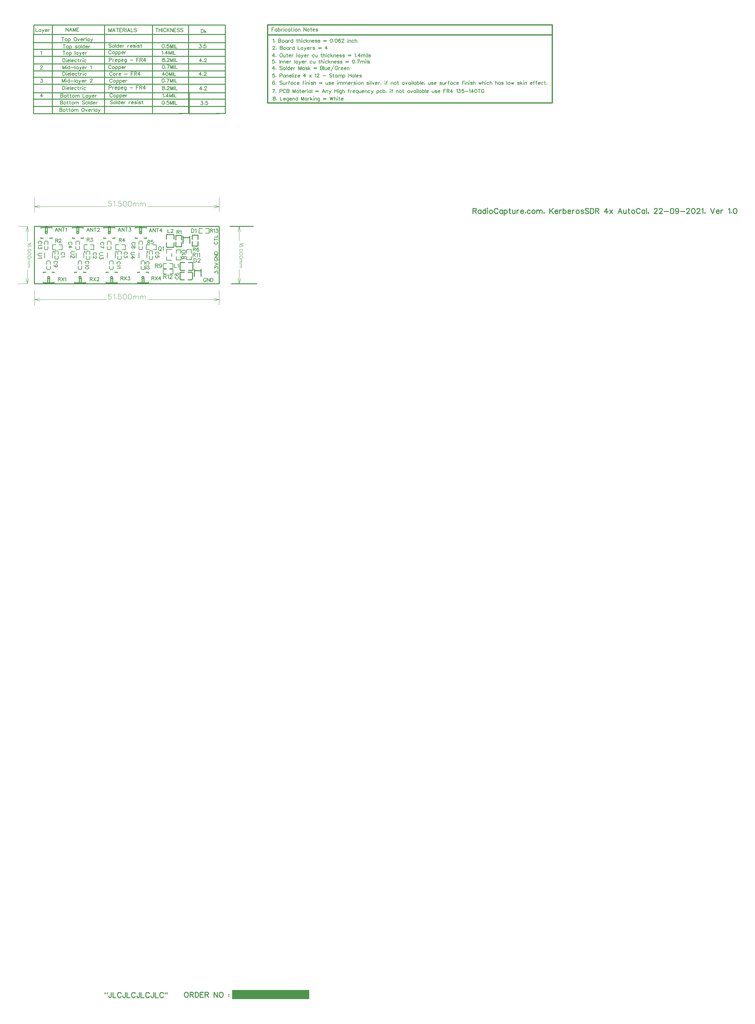
<source format=gto>
G04 Layer: TopSilkLayer*
G04 EasyEDA v6.4.25, 2021-09-22T10:20:37+05:30*
G04 774fefb5d2d343239ab63bc48f8a28e3,f7b9aed3ca5c4f10b20383f968238e49,10*
G04 Gerber Generator version 0.2*
G04 Scale: 100 percent, Rotated: No, Reflected: No *
G04 Dimensions in inches *
G04 leading zeros omitted , absolute positions ,3 integer and 6 decimal *
%FSLAX36Y36*%
%MOIN*%

%ADD10C,0.0100*%
%ADD13C,0.0060*%
%ADD27C,0.0139*%
%ADD28C,0.0050*%
%ADD29C,0.0040*%

%LPD*%
D29*
X2248532Y0D02*
G01*
X2248532Y158775D01*
X2248532Y471145D02*
G01*
X2248532Y629920D01*
X2263532Y60000D02*
G01*
X2248532Y0D01*
X2233532Y60000D01*
X2263532Y569920D02*
G01*
X2248532Y629920D01*
X2233532Y569920D01*
X2281127Y451176D02*
G01*
X2282927Y447576D01*
X2288227Y442175D01*
X2250727Y442175D01*
X2282927Y408876D02*
G01*
X2286426Y410676D01*
X2288227Y416076D01*
X2288227Y419675D01*
X2286426Y424976D01*
X2281127Y428576D01*
X2272127Y430376D01*
X2263227Y430376D01*
X2256026Y428576D01*
X2252427Y424976D01*
X2250727Y419675D01*
X2250727Y417876D01*
X2252427Y412476D01*
X2256026Y408876D01*
X2261426Y407076D01*
X2263227Y407076D01*
X2268526Y408876D01*
X2272127Y412476D01*
X2273926Y417876D01*
X2273926Y419675D01*
X2272127Y424976D01*
X2268526Y428576D01*
X2263227Y430376D01*
X2259627Y393476D02*
G01*
X2257827Y395276D01*
X2256026Y393476D01*
X2257827Y391775D01*
X2259627Y393476D01*
X2288227Y369176D02*
G01*
X2286426Y374576D01*
X2281127Y378176D01*
X2272127Y379876D01*
X2266826Y379876D01*
X2257827Y378176D01*
X2252427Y374576D01*
X2250727Y369176D01*
X2250727Y365576D01*
X2252427Y360276D01*
X2257827Y356676D01*
X2266826Y354876D01*
X2272127Y354876D01*
X2281127Y356676D01*
X2286426Y360276D01*
X2288227Y365576D01*
X2288227Y369176D01*
X2288227Y332276D02*
G01*
X2286426Y337676D01*
X2281127Y341276D01*
X2272127Y343076D01*
X2266826Y343076D01*
X2257827Y341276D01*
X2252427Y337676D01*
X2250727Y332276D01*
X2250727Y328776D01*
X2252427Y323376D01*
X2257827Y319776D01*
X2266826Y317976D01*
X2272127Y317976D01*
X2281127Y319776D01*
X2286426Y323376D01*
X2288227Y328776D01*
X2288227Y332276D01*
X2288227Y295476D02*
G01*
X2286426Y300776D01*
X2281127Y304376D01*
X2272127Y306176D01*
X2266826Y306176D01*
X2257827Y304376D01*
X2252427Y300776D01*
X2250727Y295476D01*
X2250727Y291876D01*
X2252427Y286476D01*
X2257827Y282976D01*
X2266826Y281176D01*
X2272127Y281176D01*
X2281127Y282976D01*
X2286426Y286476D01*
X2288227Y291876D01*
X2288227Y295476D01*
X2275727Y269376D02*
G01*
X2250727Y269376D01*
X2268526Y269376D02*
G01*
X2273926Y263976D01*
X2275727Y260376D01*
X2275727Y254976D01*
X2273926Y251476D01*
X2268526Y249675D01*
X2250727Y249675D01*
X2268526Y249675D02*
G01*
X2273926Y244275D01*
X2275727Y240676D01*
X2275727Y235276D01*
X2273926Y231775D01*
X2268526Y229976D01*
X2250727Y229976D01*
X2275727Y218176D02*
G01*
X2250727Y218176D01*
X2268526Y218176D02*
G01*
X2273926Y212776D01*
X2275727Y209176D01*
X2275727Y203876D01*
X2273926Y200276D01*
X2268526Y198476D01*
X2250727Y198476D01*
X2268526Y198476D02*
G01*
X2273926Y193076D01*
X2275727Y189475D01*
X2275727Y184176D01*
X2273926Y180576D01*
X2268526Y178776D01*
X2250727Y178776D01*
X2248773Y0D02*
G01*
X2148532Y0D01*
X2248773Y629920D02*
G01*
X2148532Y629920D01*
X0Y-172431D02*
G01*
X788157Y-172431D01*
X1239397Y-172431D02*
G01*
X2027554Y-172431D01*
X60000Y-187431D02*
G01*
X0Y-172431D01*
X60000Y-157431D01*
X1967554Y-187431D02*
G01*
X2027554Y-172431D01*
X1967554Y-157431D01*
X840400Y-112790D02*
G01*
X813499Y-112790D01*
X810800Y-136990D01*
X813499Y-134290D01*
X821600Y-131590D01*
X829600Y-131590D01*
X837699Y-134290D01*
X843099Y-139690D01*
X845700Y-147690D01*
X845700Y-153090D01*
X843099Y-161190D01*
X837699Y-166490D01*
X829600Y-169190D01*
X821600Y-169190D01*
X813499Y-166490D01*
X810800Y-163890D01*
X808200Y-158490D01*
X863499Y-123590D02*
G01*
X868800Y-120890D01*
X876900Y-112790D01*
X876900Y-169190D01*
X897300Y-155790D02*
G01*
X894600Y-158490D01*
X897300Y-161190D01*
X900000Y-158490D01*
X897300Y-155790D01*
X949900Y-112790D02*
G01*
X922999Y-112790D01*
X920400Y-136990D01*
X922999Y-134290D01*
X931100Y-131590D01*
X939200Y-131590D01*
X947199Y-134290D01*
X952599Y-139690D01*
X955300Y-147690D01*
X955300Y-153090D01*
X952599Y-161190D01*
X947199Y-166490D01*
X939200Y-169190D01*
X931100Y-169190D01*
X922999Y-166490D01*
X920400Y-163890D01*
X917699Y-158490D01*
X989100Y-112790D02*
G01*
X980999Y-115490D01*
X975700Y-123590D01*
X972999Y-136990D01*
X972999Y-145090D01*
X975700Y-158490D01*
X980999Y-166490D01*
X989100Y-169190D01*
X994500Y-169190D01*
X1002500Y-166490D01*
X1007900Y-158490D01*
X1010599Y-145090D01*
X1010599Y-136990D01*
X1007900Y-123590D01*
X1002500Y-115490D01*
X994500Y-112790D01*
X989100Y-112790D01*
X1044400Y-112790D02*
G01*
X1036300Y-115490D01*
X1030999Y-123590D01*
X1028300Y-136990D01*
X1028300Y-145090D01*
X1030999Y-158490D01*
X1036300Y-166490D01*
X1044400Y-169190D01*
X1049699Y-169190D01*
X1057800Y-166490D01*
X1063200Y-158490D01*
X1065900Y-145090D01*
X1065900Y-136990D01*
X1063200Y-123590D01*
X1057800Y-115490D01*
X1049699Y-112790D01*
X1044400Y-112790D01*
X1083600Y-131590D02*
G01*
X1083600Y-169190D01*
X1083600Y-142390D02*
G01*
X1091600Y-134290D01*
X1097000Y-131590D01*
X1105000Y-131590D01*
X1110400Y-134290D01*
X1113099Y-142390D01*
X1113099Y-169190D01*
X1113099Y-142390D02*
G01*
X1121200Y-134290D01*
X1126500Y-131590D01*
X1134600Y-131590D01*
X1139900Y-134290D01*
X1142599Y-142390D01*
X1142599Y-169190D01*
X1160300Y-131590D02*
G01*
X1160300Y-169190D01*
X1160300Y-142390D02*
G01*
X1168400Y-134290D01*
X1173800Y-131590D01*
X1181799Y-131590D01*
X1187199Y-134290D01*
X1189900Y-142390D01*
X1189900Y-169190D01*
X1189900Y-142390D02*
G01*
X1197900Y-134290D01*
X1203300Y-131590D01*
X1211300Y-131590D01*
X1216700Y-134290D01*
X1219400Y-142390D01*
X1219400Y-169190D01*
X0Y-236453D02*
G01*
X0Y-72431D01*
X2027554Y-227988D02*
G01*
X2027554Y-72431D01*
X0Y848699D02*
G01*
X788157Y848699D01*
X1239397Y848699D02*
G01*
X2027554Y848699D01*
X60000Y833699D02*
G01*
X0Y848699D01*
X60000Y863699D01*
X1967554Y833699D02*
G01*
X2027554Y848699D01*
X1967554Y863699D01*
X840400Y908340D02*
G01*
X813499Y908340D01*
X810800Y884140D01*
X813499Y886840D01*
X821600Y889540D01*
X829600Y889540D01*
X837699Y886840D01*
X843099Y881440D01*
X845700Y873440D01*
X845700Y868040D01*
X843099Y859940D01*
X837699Y854639D01*
X829600Y851939D01*
X821600Y851939D01*
X813499Y854639D01*
X810800Y857240D01*
X808200Y862640D01*
X863499Y897540D02*
G01*
X868800Y900240D01*
X876900Y908340D01*
X876900Y851939D01*
X897300Y865340D02*
G01*
X894600Y862640D01*
X897300Y859940D01*
X900000Y862640D01*
X897300Y865340D01*
X949900Y908340D02*
G01*
X922999Y908340D01*
X920400Y884140D01*
X922999Y886840D01*
X931100Y889540D01*
X939200Y889540D01*
X947199Y886840D01*
X952599Y881440D01*
X955300Y873440D01*
X955300Y868040D01*
X952599Y859940D01*
X947199Y854639D01*
X939200Y851939D01*
X931100Y851939D01*
X922999Y854639D01*
X920400Y857240D01*
X917699Y862640D01*
X989100Y908340D02*
G01*
X980999Y905640D01*
X975700Y897540D01*
X972999Y884140D01*
X972999Y876040D01*
X975700Y862640D01*
X980999Y854639D01*
X989100Y851939D01*
X994500Y851939D01*
X1002500Y854639D01*
X1007900Y862640D01*
X1010599Y876040D01*
X1010599Y884140D01*
X1007900Y897540D01*
X1002500Y905640D01*
X994500Y908340D01*
X989100Y908340D01*
X1044400Y908340D02*
G01*
X1036300Y905640D01*
X1030999Y897540D01*
X1028300Y884140D01*
X1028300Y876040D01*
X1030999Y862640D01*
X1036300Y854639D01*
X1044400Y851939D01*
X1049699Y851939D01*
X1057800Y854639D01*
X1063200Y862640D01*
X1065900Y876040D01*
X1065900Y884140D01*
X1063200Y897540D01*
X1057800Y905640D01*
X1049699Y908340D01*
X1044400Y908340D01*
X1083600Y889540D02*
G01*
X1083600Y851939D01*
X1083600Y878740D02*
G01*
X1091600Y886840D01*
X1097000Y889540D01*
X1105000Y889540D01*
X1110400Y886840D01*
X1113099Y878740D01*
X1113099Y851939D01*
X1113099Y878740D02*
G01*
X1121200Y886840D01*
X1126500Y889540D01*
X1134600Y889540D01*
X1139900Y886840D01*
X1142599Y878740D01*
X1142599Y851939D01*
X1160300Y889540D02*
G01*
X1160300Y851939D01*
X1160300Y878740D02*
G01*
X1168400Y886840D01*
X1173800Y889540D01*
X1181799Y889540D01*
X1187199Y886840D01*
X1189900Y878740D01*
X1189900Y851939D01*
X1189900Y878740D02*
G01*
X1197900Y886840D01*
X1203300Y889540D01*
X1211300Y889540D01*
X1216700Y886840D01*
X1219400Y878740D01*
X1219400Y851939D01*
X0Y784677D02*
G01*
X0Y948699D01*
X2027554Y793143D02*
G01*
X2027554Y948699D01*
D13*
X1985803Y277606D02*
G01*
X1982203Y275806D01*
X1978703Y272306D01*
X1976902Y268706D01*
X1976902Y261505D01*
X1978703Y258006D01*
X1982203Y254406D01*
X1985803Y252606D01*
X1991203Y250806D01*
X2000103Y250806D01*
X2005503Y252606D01*
X2009103Y254406D01*
X2012703Y258006D01*
X2014402Y261505D01*
X2014402Y268706D01*
X2012703Y272306D01*
X2009103Y275806D01*
X2005503Y277606D01*
X2000103Y277606D01*
X2000103Y268706D02*
G01*
X2000103Y277606D01*
X1976902Y289406D02*
G01*
X2014402Y289406D01*
X1976902Y289406D02*
G01*
X2014402Y314506D01*
X1976902Y314506D02*
G01*
X2014402Y314506D01*
X1976902Y326305D02*
G01*
X2014402Y326305D01*
X1976902Y326305D02*
G01*
X1976902Y338805D01*
X1978703Y344206D01*
X1982203Y347806D01*
X1985803Y349606D01*
X1991203Y351406D01*
X2000103Y351406D01*
X2005503Y349606D01*
X2009103Y347806D01*
X2012703Y344206D01*
X2014402Y338805D01*
X2014402Y326305D01*
X1885993Y52940D02*
G01*
X1884193Y56539D01*
X1880593Y60140D01*
X1876893Y62040D01*
X1869693Y62040D01*
X1865993Y60140D01*
X1862392Y56539D01*
X1860593Y52940D01*
X1858692Y47440D01*
X1858692Y38340D01*
X1860593Y32940D01*
X1862392Y29239D01*
X1865993Y25640D01*
X1869693Y23840D01*
X1876893Y23840D01*
X1880593Y25640D01*
X1884193Y29239D01*
X1885993Y32940D01*
X1885993Y38340D01*
X1876893Y38340D02*
G01*
X1885993Y38340D01*
X1897993Y62040D02*
G01*
X1897993Y23840D01*
X1897993Y62040D02*
G01*
X1923493Y23840D01*
X1923493Y62040D02*
G01*
X1923493Y23840D01*
X1935493Y62040D02*
G01*
X1935493Y23840D01*
X1935493Y62040D02*
G01*
X1948193Y62040D01*
X1953692Y60140D01*
X1957293Y56539D01*
X1959092Y52940D01*
X1960893Y47440D01*
X1960893Y38340D01*
X1959092Y32940D01*
X1957293Y29239D01*
X1953692Y25640D01*
X1948193Y23840D01*
X1935493Y23840D01*
X1976903Y116706D02*
G01*
X1976903Y136406D01*
X1991204Y125606D01*
X1991204Y131006D01*
X1993004Y134606D01*
X1994803Y136406D01*
X2000104Y138106D01*
X2003704Y138106D01*
X2009104Y136406D01*
X2012703Y132806D01*
X2014403Y127406D01*
X2014403Y122006D01*
X2012703Y116706D01*
X2010904Y114906D01*
X2007303Y113106D01*
X2005504Y151706D02*
G01*
X2007303Y150006D01*
X2009104Y151706D01*
X2007303Y153506D01*
X2005504Y151706D01*
X1976903Y168906D02*
G01*
X1976903Y188605D01*
X1991204Y177906D01*
X1991204Y183206D01*
X1993004Y186806D01*
X1994803Y188605D01*
X2000104Y190406D01*
X2003704Y190406D01*
X2009104Y188605D01*
X2012703Y185006D01*
X2014403Y179706D01*
X2014403Y174306D01*
X2012703Y168906D01*
X2010904Y167106D01*
X2007303Y165306D01*
X1976903Y202206D02*
G01*
X2014403Y216505D01*
X1976903Y230806D02*
G01*
X2014403Y216505D01*
X323766Y2553877D02*
G01*
X323766Y2515678D01*
X311066Y2553877D02*
G01*
X336565Y2553877D01*
X357566Y2541078D02*
G01*
X353966Y2539277D01*
X350365Y2535678D01*
X348566Y2530178D01*
X348566Y2526577D01*
X350365Y2521078D01*
X353966Y2517478D01*
X357566Y2515678D01*
X363066Y2515678D01*
X366666Y2517478D01*
X370365Y2521078D01*
X372166Y2526577D01*
X372166Y2530178D01*
X370365Y2535678D01*
X366666Y2539277D01*
X363066Y2541078D01*
X357566Y2541078D01*
X384166Y2541078D02*
G01*
X384166Y2502978D01*
X384166Y2535678D02*
G01*
X387766Y2539277D01*
X391466Y2541078D01*
X396866Y2541078D01*
X400566Y2539277D01*
X404166Y2535678D01*
X405966Y2530178D01*
X405966Y2526577D01*
X404166Y2521078D01*
X400566Y2517478D01*
X396866Y2515678D01*
X391466Y2515678D01*
X387766Y2517478D01*
X384166Y2521078D01*
X445966Y2553877D02*
G01*
X445966Y2515678D01*
X479766Y2541078D02*
G01*
X479766Y2515678D01*
X479766Y2535678D02*
G01*
X476165Y2539277D01*
X472566Y2541078D01*
X467065Y2541078D01*
X463466Y2539277D01*
X459766Y2535678D01*
X457966Y2530178D01*
X457966Y2526577D01*
X459766Y2521078D01*
X463466Y2517478D01*
X467065Y2515678D01*
X472566Y2515678D01*
X476165Y2517478D01*
X479766Y2521078D01*
X493566Y2541078D02*
G01*
X504565Y2515678D01*
X515466Y2541078D02*
G01*
X504565Y2515678D01*
X500866Y2508378D01*
X497266Y2504778D01*
X493566Y2502978D01*
X491766Y2502978D01*
X527465Y2530178D02*
G01*
X549266Y2530178D01*
X549266Y2533877D01*
X547465Y2537478D01*
X545566Y2539277D01*
X541965Y2541078D01*
X536565Y2541078D01*
X532865Y2539277D01*
X529266Y2535678D01*
X527465Y2530178D01*
X527465Y2526577D01*
X529266Y2521078D01*
X532865Y2517478D01*
X536565Y2515678D01*
X541965Y2515678D01*
X545566Y2517478D01*
X549266Y2521078D01*
X561266Y2541078D02*
G01*
X561266Y2515678D01*
X561266Y2530178D02*
G01*
X563066Y2535678D01*
X566666Y2539277D01*
X570365Y2541078D01*
X575765Y2541078D01*
X311066Y2472478D02*
G01*
X311066Y2434277D01*
X311066Y2472478D02*
G01*
X323766Y2472478D01*
X329266Y2470578D01*
X332865Y2466978D01*
X334666Y2463378D01*
X336565Y2457878D01*
X336565Y2448778D01*
X334666Y2443378D01*
X332865Y2439678D01*
X329266Y2436078D01*
X323766Y2434277D01*
X311066Y2434277D01*
X348566Y2472478D02*
G01*
X350365Y2470578D01*
X352166Y2472478D01*
X350365Y2474277D01*
X348566Y2472478D01*
X350365Y2459678D02*
G01*
X350365Y2434277D01*
X364166Y2448778D02*
G01*
X385966Y2448778D01*
X385966Y2452478D01*
X384166Y2456078D01*
X382365Y2457878D01*
X378665Y2459678D01*
X373265Y2459678D01*
X369565Y2457878D01*
X365966Y2454277D01*
X364166Y2448778D01*
X364166Y2445178D01*
X365966Y2439678D01*
X369565Y2436078D01*
X373265Y2434277D01*
X378665Y2434277D01*
X382365Y2436078D01*
X385966Y2439678D01*
X397966Y2472478D02*
G01*
X397966Y2434277D01*
X409965Y2448778D02*
G01*
X431766Y2448778D01*
X431766Y2452478D01*
X429965Y2456078D01*
X428166Y2457878D01*
X424565Y2459678D01*
X419065Y2459678D01*
X415466Y2457878D01*
X411766Y2454277D01*
X409965Y2448778D01*
X409965Y2445178D01*
X411766Y2439678D01*
X415466Y2436078D01*
X419065Y2434277D01*
X424565Y2434277D01*
X428166Y2436078D01*
X431766Y2439678D01*
X465566Y2454277D02*
G01*
X461965Y2457878D01*
X458366Y2459678D01*
X452865Y2459678D01*
X449266Y2457878D01*
X445566Y2454277D01*
X443766Y2448778D01*
X443766Y2445178D01*
X445566Y2439678D01*
X449266Y2436078D01*
X452865Y2434277D01*
X458366Y2434277D01*
X461965Y2436078D01*
X465566Y2439678D01*
X483066Y2472478D02*
G01*
X483066Y2441577D01*
X484865Y2436078D01*
X488566Y2434277D01*
X492166Y2434277D01*
X477566Y2459678D02*
G01*
X490365Y2459678D01*
X504166Y2459678D02*
G01*
X504166Y2434277D01*
X504166Y2448778D02*
G01*
X505966Y2454277D01*
X509565Y2457878D01*
X513265Y2459678D01*
X518665Y2459678D01*
X530666Y2472478D02*
G01*
X532566Y2470578D01*
X534366Y2472478D01*
X532566Y2474277D01*
X530666Y2472478D01*
X532566Y2459678D02*
G01*
X532566Y2434277D01*
X568166Y2454277D02*
G01*
X564565Y2457878D01*
X560866Y2459678D01*
X555466Y2459678D01*
X551766Y2457878D01*
X548166Y2454277D01*
X546366Y2448778D01*
X546366Y2445178D01*
X548166Y2439678D01*
X551766Y2436078D01*
X555466Y2434277D01*
X560866Y2434277D01*
X564565Y2436078D01*
X568166Y2439678D01*
X311066Y2395178D02*
G01*
X311066Y2356978D01*
X311066Y2395178D02*
G01*
X325566Y2356978D01*
X340166Y2395178D02*
G01*
X325566Y2356978D01*
X340166Y2395178D02*
G01*
X340166Y2356978D01*
X352166Y2395178D02*
G01*
X353966Y2393278D01*
X355765Y2395178D01*
X353966Y2396978D01*
X352166Y2395178D01*
X353966Y2382378D02*
G01*
X353966Y2356978D01*
X389565Y2395178D02*
G01*
X389565Y2356978D01*
X389565Y2376978D02*
G01*
X385966Y2380578D01*
X382365Y2382378D01*
X376866Y2382378D01*
X373265Y2380578D01*
X369565Y2376978D01*
X367766Y2371478D01*
X367766Y2367878D01*
X369565Y2362378D01*
X373265Y2358778D01*
X376866Y2356978D01*
X382365Y2356978D01*
X385966Y2358778D01*
X389565Y2362378D01*
X401565Y2373278D02*
G01*
X434366Y2373278D01*
X446366Y2395178D02*
G01*
X446366Y2356978D01*
X480166Y2382378D02*
G01*
X480166Y2356978D01*
X480166Y2376978D02*
G01*
X476565Y2380578D01*
X472865Y2382378D01*
X467465Y2382378D01*
X463766Y2380578D01*
X460166Y2376978D01*
X458366Y2371478D01*
X458366Y2367878D01*
X460166Y2362378D01*
X463766Y2358778D01*
X467465Y2356978D01*
X472865Y2356978D01*
X476565Y2358778D01*
X480166Y2362378D01*
X493966Y2382378D02*
G01*
X504865Y2356978D01*
X515765Y2382378D02*
G01*
X504865Y2356978D01*
X501266Y2349678D01*
X497566Y2346078D01*
X493966Y2344277D01*
X492166Y2344277D01*
X527766Y2371478D02*
G01*
X549565Y2371478D01*
X549565Y2375178D01*
X547766Y2378778D01*
X545966Y2380578D01*
X542365Y2382378D01*
X536866Y2382378D01*
X533265Y2380578D01*
X529565Y2376978D01*
X527766Y2371478D01*
X527766Y2367878D01*
X529565Y2362378D01*
X533265Y2358778D01*
X536866Y2356978D01*
X542365Y2356978D01*
X545966Y2358778D01*
X549565Y2362378D01*
X561565Y2382378D02*
G01*
X561565Y2356978D01*
X561565Y2371478D02*
G01*
X563466Y2376978D01*
X567065Y2380578D01*
X570666Y2382378D01*
X576165Y2382378D01*
X616165Y2387878D02*
G01*
X619766Y2389678D01*
X625266Y2395178D01*
X625266Y2356978D01*
X289565Y2084478D02*
G01*
X289565Y2046278D01*
X289565Y2084478D02*
G01*
X305966Y2084478D01*
X311366Y2082578D01*
X313166Y2080778D01*
X315066Y2077178D01*
X315066Y2073578D01*
X313166Y2069878D01*
X311366Y2068078D01*
X305966Y2066278D01*
X289565Y2066278D02*
G01*
X305966Y2066278D01*
X311366Y2064478D01*
X313166Y2062578D01*
X315066Y2058978D01*
X315066Y2053578D01*
X313166Y2049878D01*
X311366Y2048078D01*
X305966Y2046278D01*
X289565Y2046278D01*
X336066Y2071678D02*
G01*
X332465Y2069878D01*
X328866Y2066278D01*
X327065Y2060778D01*
X327065Y2057178D01*
X328866Y2051678D01*
X332465Y2048078D01*
X336066Y2046278D01*
X341565Y2046278D01*
X345166Y2048078D01*
X348866Y2051678D01*
X350666Y2057178D01*
X350666Y2060778D01*
X348866Y2066278D01*
X345166Y2069878D01*
X341565Y2071678D01*
X336066Y2071678D01*
X368066Y2084478D02*
G01*
X368066Y2053578D01*
X369965Y2048078D01*
X373566Y2046278D01*
X377166Y2046278D01*
X362666Y2071678D02*
G01*
X375365Y2071678D01*
X394666Y2084478D02*
G01*
X394666Y2053578D01*
X396466Y2048078D01*
X400066Y2046278D01*
X403766Y2046278D01*
X389166Y2071678D02*
G01*
X401965Y2071678D01*
X424865Y2071678D02*
G01*
X421165Y2069878D01*
X417566Y2066278D01*
X415765Y2060778D01*
X415765Y2057178D01*
X417566Y2051678D01*
X421165Y2048078D01*
X424865Y2046278D01*
X430266Y2046278D01*
X433966Y2048078D01*
X437566Y2051678D01*
X439366Y2057178D01*
X439366Y2060778D01*
X437566Y2066278D01*
X433966Y2069878D01*
X430266Y2071678D01*
X424865Y2071678D01*
X451366Y2071678D02*
G01*
X451366Y2046278D01*
X451366Y2064478D02*
G01*
X456866Y2069878D01*
X460466Y2071678D01*
X465966Y2071678D01*
X469565Y2069878D01*
X471366Y2064478D01*
X471366Y2046278D01*
X471366Y2064478D02*
G01*
X476866Y2069878D01*
X480466Y2071678D01*
X485966Y2071678D01*
X489565Y2069878D01*
X491366Y2064478D01*
X491366Y2046278D01*
X531366Y2084478D02*
G01*
X531366Y2046278D01*
X531366Y2046278D02*
G01*
X553166Y2046278D01*
X587065Y2071678D02*
G01*
X587065Y2046278D01*
X587065Y2066278D02*
G01*
X583366Y2069878D01*
X579766Y2071678D01*
X574266Y2071678D01*
X570666Y2069878D01*
X567065Y2066278D01*
X565166Y2060778D01*
X565166Y2057178D01*
X567065Y2051678D01*
X570666Y2048078D01*
X574266Y2046278D01*
X579766Y2046278D01*
X583366Y2048078D01*
X587065Y2051678D01*
X600866Y2071678D02*
G01*
X611766Y2046278D01*
X622666Y2071678D02*
G01*
X611766Y2046278D01*
X608066Y2038978D01*
X604465Y2035378D01*
X600866Y2033578D01*
X599065Y2033578D01*
X634666Y2060778D02*
G01*
X656466Y2060778D01*
X656466Y2064478D01*
X654666Y2068078D01*
X652865Y2069878D01*
X649166Y2071678D01*
X643766Y2071678D01*
X640066Y2069878D01*
X636466Y2066278D01*
X634666Y2060778D01*
X634666Y2057178D01*
X636466Y2051678D01*
X640066Y2048078D01*
X643766Y2046278D01*
X649166Y2046278D01*
X652865Y2048078D01*
X656466Y2051678D01*
X668466Y2071678D02*
G01*
X668466Y2046278D01*
X668466Y2060778D02*
G01*
X670266Y2066278D01*
X673966Y2069878D01*
X677566Y2071678D01*
X683066Y2071678D01*
X326166Y2624878D02*
G01*
X326166Y2586678D01*
X313466Y2624878D02*
G01*
X338966Y2624878D01*
X359965Y2612078D02*
G01*
X356366Y2610278D01*
X352766Y2606678D01*
X350966Y2601178D01*
X350966Y2597578D01*
X352766Y2592078D01*
X356366Y2588478D01*
X359965Y2586678D01*
X365466Y2586678D01*
X369065Y2588478D01*
X372766Y2592078D01*
X374565Y2597578D01*
X374565Y2601178D01*
X372766Y2606678D01*
X369065Y2610278D01*
X365466Y2612078D01*
X359965Y2612078D01*
X386565Y2612078D02*
G01*
X386565Y2573978D01*
X386565Y2606678D02*
G01*
X390166Y2610278D01*
X393866Y2612078D01*
X399266Y2612078D01*
X402966Y2610278D01*
X406565Y2606678D01*
X408366Y2601178D01*
X408366Y2597578D01*
X406565Y2592078D01*
X402966Y2588478D01*
X399266Y2586678D01*
X393866Y2586678D01*
X390166Y2588478D01*
X386565Y2592078D01*
X468366Y2606678D02*
G01*
X466565Y2610278D01*
X461066Y2612078D01*
X455666Y2612078D01*
X450166Y2610278D01*
X448366Y2606678D01*
X450166Y2602978D01*
X453866Y2601178D01*
X462966Y2599378D01*
X466565Y2597578D01*
X468366Y2593978D01*
X468366Y2592078D01*
X466565Y2588478D01*
X461066Y2586678D01*
X455666Y2586678D01*
X450166Y2588478D01*
X448366Y2592078D01*
X489465Y2612078D02*
G01*
X485866Y2610278D01*
X482166Y2606678D01*
X480365Y2601178D01*
X480365Y2597578D01*
X482166Y2592078D01*
X485866Y2588478D01*
X489465Y2586678D01*
X494965Y2586678D01*
X498566Y2588478D01*
X502166Y2592078D01*
X503966Y2597578D01*
X503966Y2601178D01*
X502166Y2606678D01*
X498566Y2610278D01*
X494965Y2612078D01*
X489465Y2612078D01*
X515966Y2624878D02*
G01*
X515966Y2586678D01*
X549865Y2624878D02*
G01*
X549865Y2586678D01*
X549865Y2606678D02*
G01*
X546165Y2610278D01*
X542566Y2612078D01*
X537065Y2612078D01*
X533466Y2610278D01*
X529865Y2606678D01*
X527966Y2601178D01*
X527966Y2597578D01*
X529865Y2592078D01*
X533466Y2588478D01*
X537065Y2586678D01*
X542566Y2586678D01*
X546165Y2588478D01*
X549865Y2592078D01*
X561866Y2601178D02*
G01*
X583665Y2601178D01*
X583665Y2604878D01*
X581866Y2608478D01*
X579965Y2610278D01*
X576366Y2612078D01*
X570966Y2612078D01*
X567266Y2610278D01*
X563665Y2606678D01*
X561866Y2601178D01*
X561866Y2597578D01*
X563665Y2592078D01*
X567266Y2588478D01*
X570966Y2586678D01*
X576366Y2586678D01*
X579965Y2588478D01*
X583665Y2592078D01*
X595666Y2612078D02*
G01*
X595666Y2586678D01*
X595666Y2601178D02*
G01*
X597465Y2606678D01*
X601066Y2610278D01*
X604766Y2612078D01*
X610166Y2612078D01*
X311366Y2704478D02*
G01*
X311366Y2666278D01*
X298666Y2704478D02*
G01*
X324166Y2704478D01*
X345166Y2691678D02*
G01*
X341565Y2689878D01*
X337966Y2686278D01*
X336165Y2680778D01*
X336165Y2677178D01*
X337966Y2671678D01*
X341565Y2668078D01*
X345166Y2666278D01*
X350666Y2666278D01*
X354266Y2668078D01*
X357966Y2671678D01*
X359766Y2677178D01*
X359766Y2680778D01*
X357966Y2686278D01*
X354266Y2689878D01*
X350666Y2691678D01*
X345166Y2691678D01*
X371766Y2691678D02*
G01*
X371766Y2653578D01*
X371766Y2686278D02*
G01*
X375365Y2689878D01*
X379065Y2691678D01*
X384465Y2691678D01*
X388166Y2689878D01*
X391766Y2686278D01*
X393566Y2680778D01*
X393566Y2677178D01*
X391766Y2671678D01*
X388166Y2668078D01*
X384465Y2666278D01*
X379065Y2666278D01*
X375365Y2668078D01*
X371766Y2671678D01*
X444465Y2704478D02*
G01*
X440866Y2702578D01*
X437166Y2698978D01*
X435365Y2695378D01*
X433566Y2689878D01*
X433566Y2680778D01*
X435365Y2675378D01*
X437166Y2671678D01*
X440866Y2668078D01*
X444465Y2666278D01*
X451766Y2666278D01*
X455365Y2668078D01*
X459065Y2671678D01*
X460866Y2675378D01*
X462666Y2680778D01*
X462666Y2689878D01*
X460866Y2695378D01*
X459065Y2698978D01*
X455365Y2702578D01*
X451766Y2704478D01*
X444465Y2704478D01*
X474666Y2691678D02*
G01*
X485566Y2666278D01*
X496466Y2691678D02*
G01*
X485566Y2666278D01*
X508466Y2680778D02*
G01*
X530266Y2680778D01*
X530266Y2684478D01*
X528466Y2688078D01*
X526666Y2689878D01*
X523066Y2691678D01*
X517566Y2691678D01*
X513966Y2689878D01*
X510266Y2686278D01*
X508466Y2680778D01*
X508466Y2677178D01*
X510266Y2671678D01*
X513966Y2668078D01*
X517566Y2666278D01*
X523066Y2666278D01*
X526666Y2668078D01*
X530266Y2671678D01*
X542266Y2691678D02*
G01*
X542266Y2666278D01*
X542266Y2680778D02*
G01*
X544166Y2686278D01*
X547766Y2689878D01*
X551366Y2691678D01*
X556866Y2691678D01*
X568866Y2704478D02*
G01*
X568866Y2666278D01*
X602666Y2691678D02*
G01*
X602666Y2666278D01*
X602666Y2686278D02*
G01*
X599065Y2689878D01*
X595365Y2691678D01*
X589965Y2691678D01*
X586266Y2689878D01*
X582666Y2686278D01*
X580866Y2680778D01*
X580866Y2677178D01*
X582666Y2671678D01*
X586266Y2668078D01*
X589965Y2666278D01*
X595365Y2666278D01*
X599065Y2668078D01*
X602666Y2671678D01*
X616466Y2691678D02*
G01*
X627365Y2666278D01*
X638265Y2691678D02*
G01*
X627365Y2666278D01*
X623766Y2658978D01*
X620166Y2655378D01*
X616466Y2653578D01*
X614666Y2653578D01*
X283966Y2008778D02*
G01*
X283966Y1970578D01*
X283966Y2008778D02*
G01*
X300366Y2008778D01*
X305766Y2006878D01*
X307566Y2005078D01*
X309466Y2001478D01*
X309466Y1997878D01*
X307566Y1994178D01*
X305766Y1992378D01*
X300366Y1990578D01*
X283966Y1990578D02*
G01*
X300366Y1990578D01*
X305766Y1988778D01*
X307566Y1986878D01*
X309466Y1983278D01*
X309466Y1977878D01*
X307566Y1974178D01*
X305766Y1972378D01*
X300366Y1970578D01*
X283966Y1970578D01*
X330466Y1995978D02*
G01*
X326866Y1994178D01*
X323266Y1990578D01*
X321466Y1985078D01*
X321466Y1981478D01*
X323266Y1975978D01*
X326866Y1972378D01*
X330466Y1970578D01*
X335966Y1970578D01*
X339565Y1972378D01*
X343265Y1975978D01*
X345066Y1981478D01*
X345066Y1985078D01*
X343265Y1990578D01*
X339565Y1994178D01*
X335966Y1995978D01*
X330466Y1995978D01*
X362465Y2008778D02*
G01*
X362465Y1977878D01*
X364366Y1972378D01*
X367966Y1970578D01*
X371565Y1970578D01*
X357065Y1995978D02*
G01*
X369766Y1995978D01*
X389065Y2008778D02*
G01*
X389065Y1977878D01*
X390866Y1972378D01*
X394465Y1970578D01*
X398166Y1970578D01*
X383566Y1995978D02*
G01*
X396366Y1995978D01*
X419266Y1995978D02*
G01*
X415566Y1994178D01*
X411965Y1990578D01*
X410166Y1985078D01*
X410166Y1981478D01*
X411965Y1975978D01*
X415566Y1972378D01*
X419266Y1970578D01*
X424666Y1970578D01*
X428366Y1972378D01*
X431965Y1975978D01*
X433766Y1981478D01*
X433766Y1985078D01*
X431965Y1990578D01*
X428366Y1994178D01*
X424666Y1995978D01*
X419266Y1995978D01*
X445765Y1995978D02*
G01*
X445765Y1970578D01*
X445765Y1988778D02*
G01*
X451266Y1994178D01*
X454865Y1995978D01*
X460365Y1995978D01*
X463966Y1994178D01*
X465765Y1988778D01*
X465765Y1970578D01*
X465765Y1988778D02*
G01*
X471266Y1994178D01*
X474865Y1995978D01*
X480365Y1995978D01*
X483966Y1994178D01*
X485765Y1988778D01*
X485765Y1970578D01*
X551266Y2003278D02*
G01*
X547566Y2006878D01*
X542166Y2008778D01*
X534865Y2008778D01*
X529465Y2006878D01*
X525765Y2003278D01*
X525765Y1999678D01*
X527566Y1995978D01*
X529465Y1994178D01*
X533066Y1992378D01*
X543966Y1988778D01*
X547566Y1986878D01*
X549465Y1985078D01*
X551266Y1981478D01*
X551266Y1975978D01*
X547566Y1972378D01*
X542166Y1970578D01*
X534865Y1970578D01*
X529465Y1972378D01*
X525765Y1975978D01*
X572365Y1995978D02*
G01*
X568665Y1994178D01*
X565066Y1990578D01*
X563265Y1985078D01*
X563265Y1981478D01*
X565066Y1975978D01*
X568665Y1972378D01*
X572365Y1970578D01*
X577766Y1970578D01*
X581466Y1972378D01*
X585066Y1975978D01*
X586866Y1981478D01*
X586866Y1985078D01*
X585066Y1990578D01*
X581466Y1994178D01*
X577766Y1995978D01*
X572365Y1995978D01*
X598866Y2008778D02*
G01*
X598866Y1970578D01*
X632666Y2008778D02*
G01*
X632666Y1970578D01*
X632666Y1990578D02*
G01*
X629065Y1994178D01*
X625466Y1995978D01*
X619965Y1995978D01*
X616366Y1994178D01*
X612666Y1990578D01*
X610866Y1985078D01*
X610866Y1981478D01*
X612666Y1975978D01*
X616366Y1972378D01*
X619965Y1970578D01*
X625466Y1970578D01*
X629065Y1972378D01*
X632666Y1975978D01*
X644666Y1985078D02*
G01*
X666466Y1985078D01*
X666466Y1988778D01*
X664666Y1992378D01*
X662865Y1994178D01*
X659266Y1995978D01*
X653766Y1995978D01*
X650166Y1994178D01*
X646466Y1990578D01*
X644666Y1985078D01*
X644666Y1981478D01*
X646466Y1975978D01*
X650166Y1972378D01*
X653766Y1970578D01*
X659266Y1970578D01*
X662865Y1972378D01*
X666466Y1975978D01*
X678466Y1995978D02*
G01*
X678466Y1970578D01*
X678466Y1985078D02*
G01*
X680365Y1990578D01*
X683966Y1994178D01*
X687566Y1995978D01*
X693066Y1995978D01*
X277065Y1929077D02*
G01*
X277065Y1890878D01*
X277065Y1929077D02*
G01*
X293466Y1929077D01*
X298866Y1927178D01*
X300666Y1925378D01*
X302566Y1921777D01*
X302566Y1918178D01*
X300666Y1914478D01*
X298866Y1912678D01*
X293466Y1910878D01*
X277065Y1910878D02*
G01*
X293466Y1910878D01*
X298866Y1909077D01*
X300666Y1907178D01*
X302566Y1903578D01*
X302566Y1898178D01*
X300666Y1894478D01*
X298866Y1892678D01*
X293466Y1890878D01*
X277065Y1890878D01*
X323566Y1916278D02*
G01*
X319965Y1914478D01*
X316366Y1910878D01*
X314565Y1905378D01*
X314565Y1901777D01*
X316366Y1896278D01*
X319965Y1892678D01*
X323566Y1890878D01*
X329066Y1890878D01*
X332666Y1892678D01*
X336366Y1896278D01*
X338166Y1901777D01*
X338166Y1905378D01*
X336366Y1910878D01*
X332666Y1914478D01*
X329066Y1916278D01*
X323566Y1916278D01*
X355566Y1929077D02*
G01*
X355566Y1898178D01*
X357465Y1892678D01*
X361066Y1890878D01*
X364666Y1890878D01*
X350166Y1916278D02*
G01*
X362865Y1916278D01*
X382166Y1929077D02*
G01*
X382166Y1898178D01*
X383966Y1892678D01*
X387566Y1890878D01*
X391266Y1890878D01*
X376666Y1916278D02*
G01*
X389465Y1916278D01*
X412365Y1916278D02*
G01*
X408665Y1914478D01*
X405066Y1910878D01*
X403265Y1905378D01*
X403265Y1901777D01*
X405066Y1896278D01*
X408665Y1892678D01*
X412365Y1890878D01*
X417766Y1890878D01*
X421466Y1892678D01*
X425066Y1896278D01*
X426866Y1901777D01*
X426866Y1905378D01*
X425066Y1910878D01*
X421466Y1914478D01*
X417766Y1916278D01*
X412365Y1916278D01*
X438866Y1916278D02*
G01*
X438866Y1890878D01*
X438866Y1909077D02*
G01*
X444366Y1914478D01*
X447966Y1916278D01*
X453466Y1916278D01*
X457065Y1914478D01*
X458866Y1909077D01*
X458866Y1890878D01*
X458866Y1909077D02*
G01*
X464366Y1914478D01*
X467966Y1916278D01*
X473466Y1916278D01*
X477065Y1914478D01*
X478866Y1909077D01*
X478866Y1890878D01*
X529766Y1929077D02*
G01*
X526165Y1927178D01*
X522566Y1923578D01*
X520666Y1919978D01*
X518866Y1914478D01*
X518866Y1905378D01*
X520666Y1899978D01*
X522566Y1896278D01*
X526165Y1892678D01*
X529766Y1890878D01*
X537065Y1890878D01*
X540666Y1892678D01*
X544366Y1896278D01*
X546165Y1899978D01*
X547966Y1905378D01*
X547966Y1914478D01*
X546165Y1919978D01*
X544366Y1923578D01*
X540666Y1927178D01*
X537065Y1929077D01*
X529766Y1929077D01*
X559965Y1916278D02*
G01*
X570866Y1890878D01*
X581766Y1916278D02*
G01*
X570866Y1890878D01*
X593766Y1905378D02*
G01*
X615566Y1905378D01*
X615566Y1909077D01*
X613766Y1912678D01*
X611965Y1914478D01*
X608366Y1916278D01*
X602865Y1916278D01*
X599266Y1914478D01*
X595566Y1910878D01*
X593766Y1905378D01*
X593766Y1901777D01*
X595566Y1896278D01*
X599266Y1892678D01*
X602865Y1890878D01*
X608366Y1890878D01*
X611965Y1892678D01*
X615566Y1896278D01*
X627566Y1916278D02*
G01*
X627566Y1890878D01*
X627566Y1905378D02*
G01*
X629465Y1910878D01*
X633066Y1914478D01*
X636666Y1916278D01*
X642166Y1916278D01*
X654166Y1929077D02*
G01*
X654166Y1890878D01*
X687966Y1916278D02*
G01*
X687966Y1890878D01*
X687966Y1910878D02*
G01*
X684366Y1914478D01*
X680666Y1916278D01*
X675266Y1916278D01*
X671565Y1914478D01*
X667966Y1910878D01*
X666165Y1905378D01*
X666165Y1901777D01*
X667966Y1896278D01*
X671565Y1892678D01*
X675266Y1890878D01*
X680666Y1890878D01*
X684366Y1892678D01*
X687966Y1896278D01*
X701766Y1916278D02*
G01*
X712666Y1890878D01*
X723566Y1916278D02*
G01*
X712666Y1890878D01*
X709065Y1883578D01*
X705466Y1879978D01*
X701766Y1878178D01*
X699965Y1878178D01*
X16266Y2805578D02*
G01*
X16266Y2767378D01*
X16266Y2767378D02*
G01*
X38066Y2767378D01*
X71865Y2792778D02*
G01*
X71865Y2767378D01*
X71865Y2787378D02*
G01*
X68266Y2790978D01*
X64666Y2792778D01*
X59166Y2792778D01*
X55566Y2790978D01*
X51865Y2787378D01*
X50066Y2781878D01*
X50066Y2778278D01*
X51865Y2772778D01*
X55566Y2769178D01*
X59166Y2767378D01*
X64666Y2767378D01*
X68266Y2769178D01*
X71865Y2772778D01*
X85766Y2792778D02*
G01*
X96666Y2767378D01*
X107566Y2792778D02*
G01*
X96666Y2767378D01*
X92966Y2760078D01*
X89365Y2756478D01*
X85766Y2754678D01*
X83866Y2754678D01*
X119565Y2781878D02*
G01*
X141366Y2781878D01*
X141366Y2785578D01*
X139565Y2789178D01*
X137766Y2790978D01*
X134066Y2792778D01*
X128666Y2792778D01*
X124965Y2790978D01*
X121366Y2787378D01*
X119565Y2781878D01*
X119565Y2778278D01*
X121366Y2772778D01*
X124965Y2769178D01*
X128666Y2767378D01*
X134066Y2767378D01*
X137766Y2769178D01*
X141366Y2772778D01*
X153366Y2792778D02*
G01*
X153366Y2767378D01*
X153366Y2781878D02*
G01*
X155166Y2787378D01*
X158766Y2790978D01*
X162465Y2792778D01*
X167866Y2792778D01*
X67666Y2546678D02*
G01*
X71266Y2548478D01*
X76766Y2553978D01*
X76766Y2515778D01*
X823066Y2477678D02*
G01*
X823066Y2439478D01*
X823066Y2477678D02*
G01*
X839465Y2477678D01*
X844865Y2475778D01*
X846666Y2473978D01*
X848566Y2470378D01*
X848566Y2464878D01*
X846666Y2461278D01*
X844865Y2459478D01*
X839465Y2457678D01*
X823066Y2457678D01*
X860566Y2464878D02*
G01*
X860566Y2439478D01*
X860566Y2453978D02*
G01*
X862365Y2459478D01*
X865966Y2463078D01*
X869565Y2464878D01*
X875066Y2464878D01*
X887065Y2453978D02*
G01*
X908866Y2453978D01*
X908866Y2457678D01*
X907065Y2461278D01*
X905266Y2463078D01*
X901565Y2464878D01*
X896165Y2464878D01*
X892566Y2463078D01*
X888866Y2459478D01*
X887065Y2453978D01*
X887065Y2450378D01*
X888866Y2444878D01*
X892566Y2441278D01*
X896165Y2439478D01*
X901565Y2439478D01*
X905266Y2441278D01*
X908866Y2444878D01*
X920866Y2464878D02*
G01*
X920866Y2426777D01*
X920866Y2459478D02*
G01*
X924565Y2463078D01*
X928166Y2464878D01*
X933566Y2464878D01*
X937266Y2463078D01*
X940866Y2459478D01*
X942666Y2453978D01*
X942666Y2450378D01*
X940866Y2444878D01*
X937266Y2441278D01*
X933566Y2439478D01*
X928166Y2439478D01*
X924565Y2441278D01*
X920866Y2444878D01*
X954666Y2453978D02*
G01*
X976565Y2453978D01*
X976565Y2457678D01*
X974666Y2461278D01*
X972865Y2463078D01*
X969266Y2464878D01*
X963766Y2464878D01*
X960166Y2463078D01*
X956565Y2459478D01*
X954666Y2453978D01*
X954666Y2450378D01*
X956565Y2444878D01*
X960166Y2441278D01*
X963766Y2439478D01*
X969266Y2439478D01*
X972865Y2441278D01*
X976565Y2444878D01*
X1010365Y2464878D02*
G01*
X1010365Y2435778D01*
X1008566Y2430378D01*
X1006666Y2428578D01*
X1003066Y2426777D01*
X997566Y2426777D01*
X993966Y2428578D01*
X1010365Y2459478D02*
G01*
X1006666Y2463078D01*
X1003066Y2464878D01*
X997566Y2464878D01*
X993966Y2463078D01*
X990365Y2459478D01*
X988566Y2453978D01*
X988566Y2450378D01*
X990365Y2444878D01*
X993966Y2441278D01*
X997566Y2439478D01*
X1003066Y2439478D01*
X1006666Y2441278D01*
X1010365Y2444878D01*
X1050365Y2455778D02*
G01*
X1083066Y2455778D01*
X1123066Y2477678D02*
G01*
X1123066Y2439478D01*
X1123066Y2477678D02*
G01*
X1146666Y2477678D01*
X1123066Y2459478D02*
G01*
X1137566Y2459478D01*
X1158665Y2477678D02*
G01*
X1158665Y2439478D01*
X1158665Y2477678D02*
G01*
X1175066Y2477678D01*
X1180566Y2475778D01*
X1182365Y2473978D01*
X1184166Y2470378D01*
X1184166Y2466777D01*
X1182365Y2463078D01*
X1180566Y2461278D01*
X1175066Y2459478D01*
X1158665Y2459478D01*
X1171466Y2459478D02*
G01*
X1184166Y2439478D01*
X1214366Y2477678D02*
G01*
X1196165Y2452178D01*
X1223466Y2452178D01*
X1214366Y2477678D02*
G01*
X1214366Y2439478D01*
X843066Y2552278D02*
G01*
X841266Y2555878D01*
X837566Y2559478D01*
X833966Y2561377D01*
X826666Y2561377D01*
X823066Y2559478D01*
X819366Y2555878D01*
X817566Y2552278D01*
X815765Y2546777D01*
X815765Y2537678D01*
X817566Y2532278D01*
X819366Y2528578D01*
X823066Y2524978D01*
X826666Y2523178D01*
X833966Y2523178D01*
X837566Y2524978D01*
X841266Y2528578D01*
X843066Y2532278D01*
X864166Y2548578D02*
G01*
X860466Y2546777D01*
X856866Y2543178D01*
X855066Y2537678D01*
X855066Y2534077D01*
X856866Y2528578D01*
X860466Y2524978D01*
X864166Y2523178D01*
X869565Y2523178D01*
X873265Y2524978D01*
X876866Y2528578D01*
X878665Y2534077D01*
X878665Y2537678D01*
X876866Y2543178D01*
X873265Y2546777D01*
X869565Y2548578D01*
X864166Y2548578D01*
X890666Y2548578D02*
G01*
X890666Y2510478D01*
X890666Y2543178D02*
G01*
X894266Y2546777D01*
X897966Y2548578D01*
X903366Y2548578D01*
X907065Y2546777D01*
X910666Y2543178D01*
X912465Y2537678D01*
X912465Y2534077D01*
X910666Y2528578D01*
X907065Y2524978D01*
X903366Y2523178D01*
X897966Y2523178D01*
X894266Y2524978D01*
X890666Y2528578D01*
X924465Y2548578D02*
G01*
X924465Y2510478D01*
X924465Y2543178D02*
G01*
X928166Y2546777D01*
X931766Y2548578D01*
X937266Y2548578D01*
X940866Y2546777D01*
X944465Y2543178D01*
X946266Y2537678D01*
X946266Y2534077D01*
X944465Y2528578D01*
X940866Y2524978D01*
X937266Y2523178D01*
X931766Y2523178D01*
X928166Y2524978D01*
X924465Y2528578D01*
X958265Y2537678D02*
G01*
X980166Y2537678D01*
X980166Y2541377D01*
X978265Y2544978D01*
X976466Y2546777D01*
X972865Y2548578D01*
X967365Y2548578D01*
X963766Y2546777D01*
X960166Y2543178D01*
X958265Y2537678D01*
X958265Y2534077D01*
X960166Y2528578D01*
X963766Y2524978D01*
X967365Y2523178D01*
X972865Y2523178D01*
X976466Y2524978D01*
X980166Y2528578D01*
X992166Y2548578D02*
G01*
X992166Y2523178D01*
X992166Y2537678D02*
G01*
X993966Y2543178D01*
X997566Y2546777D01*
X1001266Y2548578D01*
X1006666Y2548578D01*
X843066Y2389077D02*
G01*
X841266Y2392678D01*
X837566Y2396278D01*
X833966Y2398178D01*
X826666Y2398178D01*
X823066Y2396278D01*
X819366Y2392678D01*
X817566Y2389077D01*
X815765Y2383578D01*
X815765Y2374478D01*
X817566Y2369077D01*
X819366Y2365378D01*
X823066Y2361777D01*
X826666Y2359978D01*
X833966Y2359978D01*
X837566Y2361777D01*
X841266Y2365378D01*
X843066Y2369077D01*
X864166Y2385378D02*
G01*
X860466Y2383578D01*
X856866Y2379978D01*
X855066Y2374478D01*
X855066Y2370878D01*
X856866Y2365378D01*
X860466Y2361777D01*
X864166Y2359978D01*
X869565Y2359978D01*
X873265Y2361777D01*
X876866Y2365378D01*
X878665Y2370878D01*
X878665Y2374478D01*
X876866Y2379978D01*
X873265Y2383578D01*
X869565Y2385378D01*
X864166Y2385378D01*
X890666Y2385378D02*
G01*
X890666Y2347278D01*
X890666Y2379978D02*
G01*
X894266Y2383578D01*
X897966Y2385378D01*
X903366Y2385378D01*
X907065Y2383578D01*
X910666Y2379978D01*
X912465Y2374478D01*
X912465Y2370878D01*
X910666Y2365378D01*
X907065Y2361777D01*
X903366Y2359978D01*
X897966Y2359978D01*
X894266Y2361777D01*
X890666Y2365378D01*
X924465Y2385378D02*
G01*
X924465Y2347278D01*
X924465Y2379978D02*
G01*
X928166Y2383578D01*
X931766Y2385378D01*
X937266Y2385378D01*
X940866Y2383578D01*
X944465Y2379978D01*
X946266Y2374478D01*
X946266Y2370878D01*
X944465Y2365378D01*
X940866Y2361777D01*
X937266Y2359978D01*
X931766Y2359978D01*
X928166Y2361777D01*
X924465Y2365378D01*
X958265Y2374478D02*
G01*
X980166Y2374478D01*
X980166Y2378178D01*
X978265Y2381777D01*
X976466Y2383578D01*
X972865Y2385378D01*
X967365Y2385378D01*
X963766Y2383578D01*
X960166Y2379978D01*
X958265Y2374478D01*
X958265Y2370878D01*
X960166Y2365378D01*
X963766Y2361777D01*
X967365Y2359978D01*
X972865Y2359978D01*
X976466Y2361777D01*
X980166Y2365378D01*
X992166Y2385378D02*
G01*
X992166Y2359978D01*
X992166Y2374478D02*
G01*
X993966Y2379978D01*
X997566Y2383578D01*
X1001266Y2385378D01*
X1006666Y2385378D01*
X313166Y2324478D02*
G01*
X313166Y2286278D01*
X313166Y2324478D02*
G01*
X325866Y2324478D01*
X331366Y2322578D01*
X334965Y2318978D01*
X336766Y2315378D01*
X338665Y2309878D01*
X338665Y2300778D01*
X336766Y2295378D01*
X334965Y2291678D01*
X331366Y2288078D01*
X325866Y2286278D01*
X313166Y2286278D01*
X350666Y2324478D02*
G01*
X352465Y2322578D01*
X354266Y2324478D01*
X352465Y2326278D01*
X350666Y2324478D01*
X352465Y2311678D02*
G01*
X352465Y2286278D01*
X366266Y2300778D02*
G01*
X388066Y2300778D01*
X388066Y2304478D01*
X386266Y2308078D01*
X384465Y2309878D01*
X380765Y2311678D01*
X375365Y2311678D01*
X371666Y2309878D01*
X368066Y2306278D01*
X366266Y2300778D01*
X366266Y2297178D01*
X368066Y2291678D01*
X371666Y2288078D01*
X375365Y2286278D01*
X380765Y2286278D01*
X384465Y2288078D01*
X388066Y2291678D01*
X400066Y2324478D02*
G01*
X400066Y2286278D01*
X412065Y2300778D02*
G01*
X433866Y2300778D01*
X433866Y2304478D01*
X432065Y2308078D01*
X430266Y2309878D01*
X426666Y2311678D01*
X421165Y2311678D01*
X417566Y2309878D01*
X413866Y2306278D01*
X412065Y2300778D01*
X412065Y2297178D01*
X413866Y2291678D01*
X417566Y2288078D01*
X421165Y2286278D01*
X426666Y2286278D01*
X430266Y2288078D01*
X433866Y2291678D01*
X467666Y2306278D02*
G01*
X464065Y2309878D01*
X460466Y2311678D01*
X454965Y2311678D01*
X451366Y2309878D01*
X447666Y2306278D01*
X445866Y2300778D01*
X445866Y2297178D01*
X447666Y2291678D01*
X451366Y2288078D01*
X454965Y2286278D01*
X460466Y2286278D01*
X464065Y2288078D01*
X467666Y2291678D01*
X485166Y2324478D02*
G01*
X485166Y2293578D01*
X486965Y2288078D01*
X490666Y2286278D01*
X494266Y2286278D01*
X479666Y2311678D02*
G01*
X492465Y2311678D01*
X506266Y2311678D02*
G01*
X506266Y2286278D01*
X506266Y2300778D02*
G01*
X508066Y2306278D01*
X511666Y2309878D01*
X515365Y2311678D01*
X520765Y2311678D01*
X532766Y2324478D02*
G01*
X534666Y2322578D01*
X536466Y2324478D01*
X534666Y2326278D01*
X532766Y2324478D01*
X534666Y2311678D02*
G01*
X534666Y2286278D01*
X570266Y2306278D02*
G01*
X566666Y2309878D01*
X562966Y2311678D01*
X557566Y2311678D01*
X553866Y2309878D01*
X550266Y2306278D01*
X548466Y2300778D01*
X548466Y2297178D01*
X550266Y2291678D01*
X553866Y2288078D01*
X557566Y2286278D01*
X562966Y2286278D01*
X566666Y2288078D01*
X570266Y2291678D01*
X853566Y2315378D02*
G01*
X851766Y2318978D01*
X848066Y2322578D01*
X844465Y2324478D01*
X837166Y2324478D01*
X833566Y2322578D01*
X829865Y2318978D01*
X828066Y2315378D01*
X826266Y2309878D01*
X826266Y2300778D01*
X828066Y2295378D01*
X829865Y2291678D01*
X833566Y2288078D01*
X837166Y2286278D01*
X844465Y2286278D01*
X848066Y2288078D01*
X851766Y2291678D01*
X853566Y2295378D01*
X874666Y2311678D02*
G01*
X870966Y2309878D01*
X867365Y2306278D01*
X865566Y2300778D01*
X865566Y2297178D01*
X867365Y2291678D01*
X870966Y2288078D01*
X874666Y2286278D01*
X880066Y2286278D01*
X883766Y2288078D01*
X887365Y2291678D01*
X889166Y2297178D01*
X889166Y2300778D01*
X887365Y2306278D01*
X883766Y2309878D01*
X880066Y2311678D01*
X874666Y2311678D01*
X901165Y2311678D02*
G01*
X901165Y2286278D01*
X901165Y2300778D02*
G01*
X902966Y2306278D01*
X906666Y2309878D01*
X910266Y2311678D01*
X915765Y2311678D01*
X927766Y2300778D02*
G01*
X949565Y2300778D01*
X949565Y2304478D01*
X947766Y2308078D01*
X945866Y2309878D01*
X942266Y2311678D01*
X936766Y2311678D01*
X933166Y2309878D01*
X929565Y2306278D01*
X927766Y2300778D01*
X927766Y2297178D01*
X929565Y2291678D01*
X933166Y2288078D01*
X936766Y2286278D01*
X942266Y2286278D01*
X945866Y2288078D01*
X949565Y2291678D01*
X989565Y2302578D02*
G01*
X1022266Y2302578D01*
X1062266Y2324478D02*
G01*
X1062266Y2286278D01*
X1062266Y2324478D02*
G01*
X1085866Y2324478D01*
X1062266Y2306278D02*
G01*
X1076766Y2306278D01*
X1097865Y2324478D02*
G01*
X1097865Y2286278D01*
X1097865Y2324478D02*
G01*
X1114266Y2324478D01*
X1119766Y2322578D01*
X1121565Y2320778D01*
X1123366Y2317178D01*
X1123366Y2313578D01*
X1121565Y2309878D01*
X1119766Y2308078D01*
X1114266Y2306278D01*
X1097865Y2306278D01*
X1110666Y2306278D02*
G01*
X1123366Y2286278D01*
X1153566Y2324478D02*
G01*
X1135365Y2298978D01*
X1162666Y2298978D01*
X1153566Y2324478D02*
G01*
X1153566Y2286278D01*
X305266Y2248178D02*
G01*
X305266Y2209978D01*
X305266Y2248178D02*
G01*
X319765Y2209978D01*
X334366Y2248178D02*
G01*
X319765Y2209978D01*
X334366Y2248178D02*
G01*
X334366Y2209978D01*
X346366Y2248178D02*
G01*
X348166Y2246278D01*
X349965Y2248178D01*
X348166Y2249978D01*
X346366Y2248178D01*
X348166Y2235378D02*
G01*
X348166Y2209978D01*
X383766Y2248178D02*
G01*
X383766Y2209978D01*
X383766Y2229978D02*
G01*
X380166Y2233578D01*
X376565Y2235378D01*
X371066Y2235378D01*
X367465Y2233578D01*
X363766Y2229978D01*
X361965Y2224478D01*
X361965Y2220878D01*
X363766Y2215378D01*
X367465Y2211777D01*
X371066Y2209978D01*
X376565Y2209978D01*
X380166Y2211777D01*
X383766Y2215378D01*
X395765Y2226278D02*
G01*
X428566Y2226278D01*
X440566Y2248178D02*
G01*
X440566Y2209978D01*
X474366Y2235378D02*
G01*
X474366Y2209978D01*
X474366Y2229978D02*
G01*
X470765Y2233578D01*
X467065Y2235378D01*
X461666Y2235378D01*
X457966Y2233578D01*
X454366Y2229978D01*
X452566Y2224478D01*
X452566Y2220878D01*
X454366Y2215378D01*
X457966Y2211777D01*
X461666Y2209978D01*
X467065Y2209978D01*
X470765Y2211777D01*
X474366Y2215378D01*
X488166Y2235378D02*
G01*
X499065Y2209978D01*
X509965Y2235378D02*
G01*
X499065Y2209978D01*
X495466Y2202678D01*
X491766Y2199077D01*
X488166Y2197278D01*
X486366Y2197278D01*
X521965Y2224478D02*
G01*
X543766Y2224478D01*
X543766Y2228178D01*
X541965Y2231777D01*
X540166Y2233578D01*
X536565Y2235378D01*
X531066Y2235378D01*
X527465Y2233578D01*
X523766Y2229978D01*
X521965Y2224478D01*
X521965Y2220878D01*
X523766Y2215378D01*
X527465Y2211777D01*
X531066Y2209978D01*
X536565Y2209978D01*
X540166Y2211777D01*
X543766Y2215378D01*
X555765Y2235378D02*
G01*
X555765Y2209978D01*
X555765Y2224478D02*
G01*
X557666Y2229978D01*
X561266Y2233578D01*
X564865Y2235378D01*
X570365Y2235378D01*
X612166Y2239077D02*
G01*
X612166Y2240878D01*
X613966Y2244478D01*
X615765Y2246278D01*
X619465Y2248178D01*
X626766Y2248178D01*
X630365Y2246278D01*
X632166Y2244478D01*
X633966Y2240878D01*
X633966Y2237278D01*
X632166Y2233578D01*
X628566Y2228178D01*
X610365Y2209978D01*
X635765Y2209978D01*
X853566Y2239077D02*
G01*
X851766Y2242678D01*
X848066Y2246278D01*
X844465Y2248178D01*
X837166Y2248178D01*
X833566Y2246278D01*
X829865Y2242678D01*
X828066Y2239077D01*
X826266Y2233578D01*
X826266Y2224478D01*
X828066Y2219077D01*
X829865Y2215378D01*
X833566Y2211777D01*
X837166Y2209978D01*
X844465Y2209978D01*
X848066Y2211777D01*
X851766Y2215378D01*
X853566Y2219077D01*
X874666Y2235378D02*
G01*
X870966Y2233578D01*
X867365Y2229978D01*
X865566Y2224478D01*
X865566Y2220878D01*
X867365Y2215378D01*
X870966Y2211777D01*
X874666Y2209978D01*
X880066Y2209978D01*
X883766Y2211777D01*
X887365Y2215378D01*
X889166Y2220878D01*
X889166Y2224478D01*
X887365Y2229978D01*
X883766Y2233578D01*
X880066Y2235378D01*
X874666Y2235378D01*
X901165Y2235378D02*
G01*
X901165Y2197278D01*
X901165Y2229978D02*
G01*
X904766Y2233578D01*
X908466Y2235378D01*
X913866Y2235378D01*
X917566Y2233578D01*
X921165Y2229978D01*
X922966Y2224478D01*
X922966Y2220878D01*
X921165Y2215378D01*
X917566Y2211777D01*
X913866Y2209978D01*
X908466Y2209978D01*
X904766Y2211777D01*
X901165Y2215378D01*
X934965Y2235378D02*
G01*
X934965Y2197278D01*
X934965Y2229978D02*
G01*
X938665Y2233578D01*
X942266Y2235378D01*
X947766Y2235378D01*
X951366Y2233578D01*
X954965Y2229978D01*
X956766Y2224478D01*
X956766Y2220878D01*
X954965Y2215378D01*
X951366Y2211777D01*
X947766Y2209978D01*
X942266Y2209978D01*
X938665Y2211777D01*
X934965Y2215378D01*
X968766Y2224478D02*
G01*
X990666Y2224478D01*
X990666Y2228178D01*
X988766Y2231777D01*
X986965Y2233578D01*
X983366Y2235378D01*
X977865Y2235378D01*
X974266Y2233578D01*
X970666Y2229978D01*
X968766Y2224478D01*
X968766Y2220878D01*
X970666Y2215378D01*
X974266Y2211777D01*
X977865Y2209978D01*
X983366Y2209978D01*
X986965Y2211777D01*
X990666Y2215378D01*
X1002666Y2235378D02*
G01*
X1002666Y2209978D01*
X1002666Y2224478D02*
G01*
X1004465Y2229978D01*
X1008066Y2233578D01*
X1011766Y2235378D01*
X1017166Y2235378D01*
X307866Y2169178D02*
G01*
X307866Y2130978D01*
X307866Y2169178D02*
G01*
X320566Y2169178D01*
X326066Y2167278D01*
X329666Y2163678D01*
X331466Y2160078D01*
X333366Y2154578D01*
X333366Y2145478D01*
X331466Y2140078D01*
X329666Y2136377D01*
X326066Y2132778D01*
X320566Y2130978D01*
X307866Y2130978D01*
X345365Y2169178D02*
G01*
X347166Y2167278D01*
X348966Y2169178D01*
X347166Y2170978D01*
X345365Y2169178D01*
X347166Y2156377D02*
G01*
X347166Y2130978D01*
X360966Y2145478D02*
G01*
X382766Y2145478D01*
X382766Y2149178D01*
X380966Y2152778D01*
X379166Y2154578D01*
X375466Y2156377D01*
X370066Y2156377D01*
X366366Y2154578D01*
X362766Y2150978D01*
X360966Y2145478D01*
X360966Y2141878D01*
X362766Y2136377D01*
X366366Y2132778D01*
X370066Y2130978D01*
X375466Y2130978D01*
X379166Y2132778D01*
X382766Y2136377D01*
X394766Y2169178D02*
G01*
X394766Y2130978D01*
X406766Y2145478D02*
G01*
X428566Y2145478D01*
X428566Y2149178D01*
X426766Y2152778D01*
X424965Y2154578D01*
X421366Y2156377D01*
X415866Y2156377D01*
X412266Y2154578D01*
X408566Y2150978D01*
X406766Y2145478D01*
X406766Y2141878D01*
X408566Y2136377D01*
X412266Y2132778D01*
X415866Y2130978D01*
X421366Y2130978D01*
X424965Y2132778D01*
X428566Y2136377D01*
X462365Y2150978D02*
G01*
X458766Y2154578D01*
X455166Y2156377D01*
X449666Y2156377D01*
X446066Y2154578D01*
X442365Y2150978D01*
X440566Y2145478D01*
X440566Y2141878D01*
X442365Y2136377D01*
X446066Y2132778D01*
X449666Y2130978D01*
X455166Y2130978D01*
X458766Y2132778D01*
X462365Y2136377D01*
X479865Y2169178D02*
G01*
X479865Y2138278D01*
X481666Y2132778D01*
X485365Y2130978D01*
X488966Y2130978D01*
X474366Y2156377D02*
G01*
X487166Y2156377D01*
X500966Y2156377D02*
G01*
X500966Y2130978D01*
X500966Y2145478D02*
G01*
X502766Y2150978D01*
X506366Y2154578D01*
X510066Y2156377D01*
X515466Y2156377D01*
X527465Y2169178D02*
G01*
X529366Y2167278D01*
X531165Y2169178D01*
X529366Y2170978D01*
X527465Y2169178D01*
X529366Y2156377D02*
G01*
X529366Y2130978D01*
X564965Y2150978D02*
G01*
X561366Y2154578D01*
X557666Y2156377D01*
X552266Y2156377D01*
X548566Y2154578D01*
X544965Y2150978D01*
X543166Y2145478D01*
X543166Y2141878D01*
X544965Y2136377D01*
X548566Y2132778D01*
X552266Y2130978D01*
X557666Y2130978D01*
X561366Y2132778D01*
X564965Y2136377D01*
X819865Y2174378D02*
G01*
X819865Y2136178D01*
X819865Y2174378D02*
G01*
X836266Y2174378D01*
X841666Y2172478D01*
X843466Y2170678D01*
X845365Y2167078D01*
X845365Y2161577D01*
X843466Y2157978D01*
X841666Y2156178D01*
X836266Y2154378D01*
X819865Y2154378D01*
X857365Y2161577D02*
G01*
X857365Y2136178D01*
X857365Y2150678D02*
G01*
X859166Y2156178D01*
X862766Y2159778D01*
X866366Y2161577D01*
X871866Y2161577D01*
X883866Y2150678D02*
G01*
X905666Y2150678D01*
X905666Y2154378D01*
X903866Y2157978D01*
X902065Y2159778D01*
X898366Y2161577D01*
X892966Y2161577D01*
X889366Y2159778D01*
X885666Y2156178D01*
X883866Y2150678D01*
X883866Y2147078D01*
X885666Y2141577D01*
X889366Y2137978D01*
X892966Y2136178D01*
X898366Y2136178D01*
X902065Y2137978D01*
X905666Y2141577D01*
X917666Y2161577D02*
G01*
X917666Y2123478D01*
X917666Y2156178D02*
G01*
X921366Y2159778D01*
X924965Y2161577D01*
X930365Y2161577D01*
X934065Y2159778D01*
X937666Y2156178D01*
X939465Y2150678D01*
X939465Y2147078D01*
X937666Y2141577D01*
X934065Y2137978D01*
X930365Y2136178D01*
X924965Y2136178D01*
X921366Y2137978D01*
X917666Y2141577D01*
X951466Y2150678D02*
G01*
X973366Y2150678D01*
X973366Y2154378D01*
X971466Y2157978D01*
X969666Y2159778D01*
X966066Y2161577D01*
X960566Y2161577D01*
X956965Y2159778D01*
X953366Y2156178D01*
X951466Y2150678D01*
X951466Y2147078D01*
X953366Y2141577D01*
X956965Y2137978D01*
X960566Y2136178D01*
X966066Y2136178D01*
X969666Y2137978D01*
X973366Y2141577D01*
X1007166Y2161577D02*
G01*
X1007166Y2132478D01*
X1005365Y2127078D01*
X1003466Y2125278D01*
X999865Y2123478D01*
X994366Y2123478D01*
X990765Y2125278D01*
X1007166Y2156178D02*
G01*
X1003466Y2159778D01*
X999865Y2161577D01*
X994366Y2161577D01*
X990765Y2159778D01*
X987166Y2156178D01*
X985365Y2150678D01*
X985365Y2147078D01*
X987166Y2141577D01*
X990765Y2137978D01*
X994366Y2136178D01*
X999865Y2136178D01*
X1003466Y2137978D01*
X1007166Y2141577D01*
X1047166Y2152478D02*
G01*
X1079865Y2152478D01*
X1119865Y2174378D02*
G01*
X1119865Y2136178D01*
X1119865Y2174378D02*
G01*
X1143466Y2174378D01*
X1119865Y2156178D02*
G01*
X1134366Y2156178D01*
X1155466Y2174378D02*
G01*
X1155466Y2136178D01*
X1155466Y2174378D02*
G01*
X1171866Y2174378D01*
X1177365Y2172478D01*
X1179166Y2170678D01*
X1180966Y2167078D01*
X1180966Y2163478D01*
X1179166Y2159778D01*
X1177365Y2157978D01*
X1171866Y2156178D01*
X1155466Y2156178D01*
X1168265Y2156178D02*
G01*
X1180966Y2136178D01*
X1211165Y2174378D02*
G01*
X1192966Y2148877D01*
X1220266Y2148877D01*
X1211165Y2174378D02*
G01*
X1211165Y2136178D01*
X66066Y2385078D02*
G01*
X66066Y2386878D01*
X67866Y2390478D01*
X69765Y2392278D01*
X73366Y2394178D01*
X80666Y2394178D01*
X84266Y2392278D01*
X86066Y2390478D01*
X87866Y2386878D01*
X87866Y2383278D01*
X86066Y2379578D01*
X82465Y2374178D01*
X64266Y2355978D01*
X89765Y2355978D01*
X69565Y2249178D02*
G01*
X89565Y2249178D01*
X78666Y2234578D01*
X84166Y2234578D01*
X87766Y2232778D01*
X89565Y2230978D01*
X91466Y2225478D01*
X91466Y2221878D01*
X89565Y2216377D01*
X85966Y2212778D01*
X80466Y2210978D01*
X75066Y2210978D01*
X69565Y2212778D01*
X67766Y2214578D01*
X65966Y2218278D01*
X83166Y2085978D02*
G01*
X64965Y2060478D01*
X92265Y2060478D01*
X83166Y2085978D02*
G01*
X83166Y2047778D01*
X345765Y2809178D02*
G01*
X345765Y2770978D01*
X345765Y2809178D02*
G01*
X371266Y2770978D01*
X371266Y2809178D02*
G01*
X371266Y2770978D01*
X397766Y2809178D02*
G01*
X383265Y2770978D01*
X397766Y2809178D02*
G01*
X412266Y2770978D01*
X388665Y2783678D02*
G01*
X406866Y2783678D01*
X424266Y2809178D02*
G01*
X424266Y2770978D01*
X424266Y2809178D02*
G01*
X438866Y2770978D01*
X453366Y2809178D02*
G01*
X438866Y2770978D01*
X453366Y2809178D02*
G01*
X453366Y2770978D01*
X465365Y2809178D02*
G01*
X465365Y2770978D01*
X465365Y2809178D02*
G01*
X489065Y2809178D01*
X465365Y2790978D02*
G01*
X479965Y2790978D01*
X465365Y2770978D02*
G01*
X489065Y2770978D01*
X815866Y2803278D02*
G01*
X815866Y2765078D01*
X815866Y2803278D02*
G01*
X830365Y2765078D01*
X844965Y2803278D02*
G01*
X830365Y2765078D01*
X844965Y2803278D02*
G01*
X844965Y2765078D01*
X871466Y2803278D02*
G01*
X856965Y2765078D01*
X871466Y2803278D02*
G01*
X886066Y2765078D01*
X862365Y2777778D02*
G01*
X880566Y2777778D01*
X910765Y2803278D02*
G01*
X910765Y2765078D01*
X898066Y2803278D02*
G01*
X923466Y2803278D01*
X935466Y2803278D02*
G01*
X935466Y2765078D01*
X935466Y2803278D02*
G01*
X959166Y2803278D01*
X935466Y2785078D02*
G01*
X950066Y2785078D01*
X935466Y2765078D02*
G01*
X959166Y2765078D01*
X971165Y2803278D02*
G01*
X971165Y2765078D01*
X971165Y2803278D02*
G01*
X987465Y2803278D01*
X992966Y2801377D01*
X994766Y2799578D01*
X996565Y2795978D01*
X996565Y2792378D01*
X994766Y2788678D01*
X992966Y2786878D01*
X987465Y2785078D01*
X971165Y2785078D01*
X983866Y2785078D02*
G01*
X996565Y2765078D01*
X1008566Y2803278D02*
G01*
X1008566Y2765078D01*
X1035166Y2803278D02*
G01*
X1020566Y2765078D01*
X1035166Y2803278D02*
G01*
X1049666Y2765078D01*
X1026066Y2777778D02*
G01*
X1044266Y2777778D01*
X1061666Y2803278D02*
G01*
X1061666Y2765078D01*
X1061666Y2765078D02*
G01*
X1083466Y2765078D01*
X1120966Y2797778D02*
G01*
X1117365Y2801377D01*
X1111866Y2803278D01*
X1104565Y2803278D01*
X1099166Y2801377D01*
X1095466Y2797778D01*
X1095466Y2794178D01*
X1097365Y2790478D01*
X1099166Y2788678D01*
X1102766Y2786878D01*
X1113665Y2783278D01*
X1117365Y2781377D01*
X1119166Y2779578D01*
X1120966Y2775978D01*
X1120966Y2770478D01*
X1117365Y2766878D01*
X1111866Y2765078D01*
X1104565Y2765078D01*
X1099166Y2766878D01*
X1095466Y2770478D01*
X1344366Y2804478D02*
G01*
X1344366Y2766278D01*
X1331666Y2804478D02*
G01*
X1357166Y2804478D01*
X1369166Y2804478D02*
G01*
X1369166Y2766278D01*
X1394565Y2804478D02*
G01*
X1394565Y2766278D01*
X1369166Y2786278D02*
G01*
X1394565Y2786278D01*
X1406565Y2804478D02*
G01*
X1406565Y2766278D01*
X1445866Y2795378D02*
G01*
X1444065Y2798978D01*
X1440365Y2802578D01*
X1436766Y2804478D01*
X1429465Y2804478D01*
X1425866Y2802578D01*
X1422166Y2798978D01*
X1420365Y2795378D01*
X1418566Y2789878D01*
X1418566Y2780778D01*
X1420365Y2775378D01*
X1422166Y2771678D01*
X1425866Y2768078D01*
X1429465Y2766278D01*
X1436766Y2766278D01*
X1440365Y2768078D01*
X1444065Y2771678D01*
X1445866Y2775378D01*
X1457865Y2804478D02*
G01*
X1457865Y2766278D01*
X1483265Y2804478D02*
G01*
X1457865Y2778978D01*
X1466965Y2788078D02*
G01*
X1483265Y2766278D01*
X1495266Y2804478D02*
G01*
X1495266Y2766278D01*
X1495266Y2804478D02*
G01*
X1520765Y2766278D01*
X1520765Y2804478D02*
G01*
X1520765Y2766278D01*
X1532766Y2804478D02*
G01*
X1532766Y2766278D01*
X1532766Y2804478D02*
G01*
X1556366Y2804478D01*
X1532766Y2786278D02*
G01*
X1547266Y2786278D01*
X1532766Y2766278D02*
G01*
X1556366Y2766278D01*
X1593866Y2798978D02*
G01*
X1590166Y2802578D01*
X1584766Y2804478D01*
X1577465Y2804478D01*
X1572065Y2802578D01*
X1568366Y2798978D01*
X1568366Y2795378D01*
X1570166Y2791678D01*
X1572065Y2789878D01*
X1575666Y2788078D01*
X1586565Y2784478D01*
X1590166Y2782578D01*
X1592065Y2780778D01*
X1593866Y2777178D01*
X1593866Y2771678D01*
X1590166Y2768078D01*
X1584766Y2766278D01*
X1577465Y2766278D01*
X1572065Y2768078D01*
X1568366Y2771678D01*
X1631266Y2798978D02*
G01*
X1627666Y2802578D01*
X1622166Y2804478D01*
X1614965Y2804478D01*
X1609465Y2802578D01*
X1605866Y2798978D01*
X1605866Y2795378D01*
X1607666Y2791678D01*
X1609465Y2789878D01*
X1613166Y2788078D01*
X1624065Y2784478D01*
X1627666Y2782578D01*
X1629465Y2780778D01*
X1631266Y2777178D01*
X1631266Y2771678D01*
X1627666Y2768078D01*
X1622166Y2766278D01*
X1614965Y2766278D01*
X1609465Y2768078D01*
X1605866Y2771678D01*
X1411066Y2628078D02*
G01*
X1405666Y2626178D01*
X1401965Y2620778D01*
X1400166Y2611678D01*
X1400166Y2606178D01*
X1401965Y2597178D01*
X1405666Y2591678D01*
X1411066Y2589878D01*
X1414666Y2589878D01*
X1420166Y2591678D01*
X1423766Y2597178D01*
X1425666Y2606178D01*
X1425666Y2611678D01*
X1423766Y2620778D01*
X1420166Y2626178D01*
X1414666Y2628078D01*
X1411066Y2628078D01*
X1439465Y2598978D02*
G01*
X1437666Y2597178D01*
X1439465Y2595278D01*
X1441266Y2597178D01*
X1439465Y2598978D01*
X1475066Y2628078D02*
G01*
X1456866Y2628078D01*
X1455066Y2611678D01*
X1456866Y2613478D01*
X1462365Y2615278D01*
X1467766Y2615278D01*
X1473265Y2613478D01*
X1476866Y2609878D01*
X1478665Y2604378D01*
X1478665Y2600778D01*
X1476866Y2595278D01*
X1473265Y2591678D01*
X1467766Y2589878D01*
X1462365Y2589878D01*
X1456866Y2591678D01*
X1455066Y2593478D01*
X1453265Y2597178D01*
X1490666Y2628078D02*
G01*
X1490666Y2589878D01*
X1490666Y2628078D02*
G01*
X1505266Y2589878D01*
X1519766Y2628078D02*
G01*
X1505266Y2589878D01*
X1519766Y2628078D02*
G01*
X1519766Y2589878D01*
X1531766Y2628078D02*
G01*
X1531766Y2589878D01*
X1543766Y2628078D02*
G01*
X1543766Y2589878D01*
X1543766Y2589878D02*
G01*
X1565666Y2589878D01*
X1400066Y2548877D02*
G01*
X1403665Y2550678D01*
X1409166Y2556178D01*
X1409166Y2517978D01*
X1422966Y2527078D02*
G01*
X1421165Y2525278D01*
X1422966Y2523378D01*
X1424766Y2525278D01*
X1422966Y2527078D01*
X1454965Y2556178D02*
G01*
X1436766Y2530678D01*
X1464065Y2530678D01*
X1454965Y2556178D02*
G01*
X1454965Y2517978D01*
X1476066Y2556178D02*
G01*
X1476066Y2517978D01*
X1476066Y2556178D02*
G01*
X1490566Y2517978D01*
X1505166Y2556178D02*
G01*
X1490566Y2517978D01*
X1505166Y2556178D02*
G01*
X1505166Y2517978D01*
X1517166Y2556178D02*
G01*
X1517166Y2517978D01*
X1529166Y2556178D02*
G01*
X1529166Y2517978D01*
X1529166Y2517978D02*
G01*
X1550966Y2517978D01*
X1412566Y2475978D02*
G01*
X1407065Y2474077D01*
X1405266Y2470478D01*
X1405266Y2466878D01*
X1407065Y2463178D01*
X1410765Y2461377D01*
X1417966Y2459578D01*
X1423466Y2457778D01*
X1427065Y2454077D01*
X1428966Y2450478D01*
X1428966Y2445078D01*
X1427065Y2441377D01*
X1425266Y2439578D01*
X1419865Y2437778D01*
X1412566Y2437778D01*
X1407065Y2439578D01*
X1405266Y2441377D01*
X1403466Y2445078D01*
X1403466Y2450478D01*
X1405266Y2454077D01*
X1408966Y2457778D01*
X1414366Y2459578D01*
X1421666Y2461377D01*
X1425266Y2463178D01*
X1427065Y2466878D01*
X1427065Y2470478D01*
X1425266Y2474077D01*
X1419865Y2475978D01*
X1412566Y2475978D01*
X1442766Y2446878D02*
G01*
X1440966Y2445078D01*
X1442766Y2443178D01*
X1444565Y2445078D01*
X1442766Y2446878D01*
X1458366Y2466878D02*
G01*
X1458366Y2468678D01*
X1460166Y2472278D01*
X1461965Y2474077D01*
X1465666Y2475978D01*
X1472966Y2475978D01*
X1476565Y2474077D01*
X1478366Y2472278D01*
X1480166Y2468678D01*
X1480166Y2465078D01*
X1478366Y2461377D01*
X1474766Y2455978D01*
X1456565Y2437778D01*
X1481965Y2437778D01*
X1493966Y2475978D02*
G01*
X1493966Y2437778D01*
X1493966Y2475978D02*
G01*
X1508566Y2437778D01*
X1523066Y2475978D02*
G01*
X1508566Y2437778D01*
X1523066Y2475978D02*
G01*
X1523066Y2437778D01*
X1535066Y2475978D02*
G01*
X1535066Y2437778D01*
X1547065Y2475978D02*
G01*
X1547065Y2437778D01*
X1547065Y2437778D02*
G01*
X1568966Y2437778D01*
X1414414Y2400018D02*
G01*
X1408913Y2398218D01*
X1405314Y2392818D01*
X1403514Y2383718D01*
X1403514Y2378218D01*
X1405314Y2369118D01*
X1408913Y2363718D01*
X1414414Y2361818D01*
X1418013Y2361818D01*
X1423514Y2363718D01*
X1427114Y2369118D01*
X1428913Y2378218D01*
X1428913Y2383718D01*
X1427114Y2392818D01*
X1423514Y2398218D01*
X1418013Y2400018D01*
X1414414Y2400018D01*
X1442714Y2370918D02*
G01*
X1440913Y2369118D01*
X1442714Y2367318D01*
X1444514Y2369118D01*
X1442714Y2370918D01*
X1482014Y2400018D02*
G01*
X1463813Y2361818D01*
X1456514Y2400018D02*
G01*
X1482014Y2400018D01*
X1494014Y2400018D02*
G01*
X1494014Y2361818D01*
X1494014Y2400018D02*
G01*
X1508514Y2361818D01*
X1523114Y2400018D02*
G01*
X1508514Y2361818D01*
X1523114Y2400018D02*
G01*
X1523114Y2361818D01*
X1535113Y2400018D02*
G01*
X1535113Y2361818D01*
X1547114Y2400018D02*
G01*
X1547114Y2361818D01*
X1547114Y2361818D02*
G01*
X1568913Y2361818D01*
X1421666Y2322278D02*
G01*
X1403466Y2296777D01*
X1430765Y2296777D01*
X1421666Y2322278D02*
G01*
X1421666Y2284077D01*
X1453665Y2322278D02*
G01*
X1448166Y2320378D01*
X1444565Y2314978D01*
X1442766Y2305878D01*
X1442766Y2300378D01*
X1444565Y2291377D01*
X1448166Y2285878D01*
X1453665Y2284077D01*
X1457266Y2284077D01*
X1462766Y2285878D01*
X1466366Y2291377D01*
X1468166Y2300378D01*
X1468166Y2305878D01*
X1466366Y2314978D01*
X1462766Y2320378D01*
X1457266Y2322278D01*
X1453665Y2322278D01*
X1480166Y2322278D02*
G01*
X1480166Y2284077D01*
X1480166Y2322278D02*
G01*
X1494766Y2284077D01*
X1509266Y2322278D02*
G01*
X1494766Y2284077D01*
X1509266Y2322278D02*
G01*
X1509266Y2284077D01*
X1521266Y2322278D02*
G01*
X1521266Y2284077D01*
X1533265Y2322278D02*
G01*
X1533265Y2284077D01*
X1533265Y2284077D02*
G01*
X1555066Y2284077D01*
X1411214Y2249318D02*
G01*
X1405814Y2247518D01*
X1402114Y2242118D01*
X1400314Y2233018D01*
X1400314Y2227518D01*
X1402114Y2218418D01*
X1405814Y2213018D01*
X1411214Y2211118D01*
X1414814Y2211118D01*
X1420314Y2213018D01*
X1423913Y2218418D01*
X1425814Y2227518D01*
X1425814Y2233018D01*
X1423913Y2242118D01*
X1420314Y2247518D01*
X1414814Y2249318D01*
X1411214Y2249318D01*
X1439614Y2220218D02*
G01*
X1437814Y2218418D01*
X1439614Y2216618D01*
X1441413Y2218418D01*
X1439614Y2220218D01*
X1478813Y2249318D02*
G01*
X1460714Y2211118D01*
X1453413Y2249318D02*
G01*
X1478813Y2249318D01*
X1490814Y2249318D02*
G01*
X1490814Y2211118D01*
X1490814Y2249318D02*
G01*
X1505414Y2211118D01*
X1519914Y2249318D02*
G01*
X1505414Y2211118D01*
X1519914Y2249318D02*
G01*
X1519914Y2211118D01*
X1531914Y2249318D02*
G01*
X1531914Y2211118D01*
X1543913Y2249318D02*
G01*
X1543913Y2211118D01*
X1543913Y2211118D02*
G01*
X1565814Y2211118D01*
X1412566Y2166777D02*
G01*
X1407065Y2164878D01*
X1405266Y2161278D01*
X1405266Y2157678D01*
X1407065Y2153978D01*
X1410765Y2152178D01*
X1417966Y2150378D01*
X1423466Y2148578D01*
X1427065Y2144878D01*
X1428966Y2141278D01*
X1428966Y2135878D01*
X1427065Y2132178D01*
X1425266Y2130378D01*
X1419865Y2128578D01*
X1412566Y2128578D01*
X1407065Y2130378D01*
X1405266Y2132178D01*
X1403466Y2135878D01*
X1403466Y2141278D01*
X1405266Y2144878D01*
X1408966Y2148578D01*
X1414366Y2150378D01*
X1421666Y2152178D01*
X1425266Y2153978D01*
X1427065Y2157678D01*
X1427065Y2161278D01*
X1425266Y2164878D01*
X1419865Y2166777D01*
X1412566Y2166777D01*
X1442766Y2137678D02*
G01*
X1440966Y2135878D01*
X1442766Y2133978D01*
X1444565Y2135878D01*
X1442766Y2137678D01*
X1458366Y2157678D02*
G01*
X1458366Y2159478D01*
X1460166Y2163078D01*
X1461965Y2164878D01*
X1465666Y2166777D01*
X1472966Y2166777D01*
X1476565Y2164878D01*
X1478366Y2163078D01*
X1480166Y2159478D01*
X1480166Y2155878D01*
X1478366Y2152178D01*
X1474766Y2146777D01*
X1456565Y2128578D01*
X1481965Y2128578D01*
X1493966Y2166777D02*
G01*
X1493966Y2128578D01*
X1493966Y2166777D02*
G01*
X1508566Y2128578D01*
X1523066Y2166777D02*
G01*
X1508566Y2128578D01*
X1523066Y2166777D02*
G01*
X1523066Y2128578D01*
X1535066Y2166777D02*
G01*
X1535066Y2128578D01*
X1547065Y2166777D02*
G01*
X1547065Y2128578D01*
X1547065Y2128578D02*
G01*
X1568966Y2128578D01*
X1408966Y2077978D02*
G01*
X1412566Y2079778D01*
X1418066Y2085278D01*
X1418066Y2047078D01*
X1431866Y2056178D02*
G01*
X1430066Y2054378D01*
X1431866Y2052478D01*
X1433665Y2054378D01*
X1431866Y2056178D01*
X1463866Y2085278D02*
G01*
X1445666Y2059778D01*
X1472966Y2059778D01*
X1463866Y2085278D02*
G01*
X1463866Y2047078D01*
X1484965Y2085278D02*
G01*
X1484965Y2047078D01*
X1484965Y2085278D02*
G01*
X1499465Y2047078D01*
X1514065Y2085278D02*
G01*
X1499465Y2047078D01*
X1514065Y2085278D02*
G01*
X1514065Y2047078D01*
X1526066Y2085278D02*
G01*
X1526066Y2047078D01*
X1538066Y2085278D02*
G01*
X1538066Y2047078D01*
X1538066Y2047078D02*
G01*
X1559865Y2047078D01*
X1412465Y2007478D02*
G01*
X1407065Y2005578D01*
X1403366Y2000178D01*
X1401565Y1991078D01*
X1401565Y1985578D01*
X1403366Y1976577D01*
X1407065Y1971078D01*
X1412465Y1969277D01*
X1416066Y1969277D01*
X1421565Y1971078D01*
X1425166Y1976577D01*
X1427065Y1985578D01*
X1427065Y1991078D01*
X1425166Y2000178D01*
X1421565Y2005578D01*
X1416066Y2007478D01*
X1412465Y2007478D01*
X1440866Y1978378D02*
G01*
X1439065Y1976577D01*
X1440866Y1974678D01*
X1442666Y1976577D01*
X1440866Y1978378D01*
X1476466Y2007478D02*
G01*
X1458265Y2007478D01*
X1456466Y1991078D01*
X1458265Y1992878D01*
X1463766Y1994678D01*
X1469166Y1994678D01*
X1474666Y1992878D01*
X1478265Y1989277D01*
X1480066Y1983778D01*
X1480066Y1980178D01*
X1478265Y1974678D01*
X1474666Y1971078D01*
X1469166Y1969277D01*
X1463766Y1969277D01*
X1458265Y1971078D01*
X1456466Y1972878D01*
X1454666Y1976577D01*
X1492065Y2007478D02*
G01*
X1492065Y1969277D01*
X1492065Y2007478D02*
G01*
X1506666Y1969277D01*
X1521165Y2007478D02*
G01*
X1506666Y1969277D01*
X1521165Y2007478D02*
G01*
X1521165Y1969277D01*
X1533166Y2007478D02*
G01*
X1533166Y1969277D01*
X1545166Y2007478D02*
G01*
X1545166Y1969277D01*
X1545166Y1969277D02*
G01*
X1567065Y1969277D01*
X1830765Y2792678D02*
G01*
X1830765Y2754478D01*
X1830765Y2792678D02*
G01*
X1843466Y2792678D01*
X1848966Y2790778D01*
X1852566Y2787178D01*
X1854366Y2783578D01*
X1856266Y2778078D01*
X1856266Y2768978D01*
X1854366Y2763578D01*
X1852566Y2759878D01*
X1848966Y2756278D01*
X1843466Y2754478D01*
X1830765Y2754478D01*
X1868265Y2792678D02*
G01*
X1868265Y2754478D01*
X1886366Y2779878D02*
G01*
X1868265Y2761777D01*
X1875466Y2768978D02*
G01*
X1888265Y2754478D01*
X1811565Y2627578D02*
G01*
X1831565Y2627578D01*
X1820666Y2612978D01*
X1826165Y2612978D01*
X1829766Y2611178D01*
X1831565Y2609378D01*
X1833466Y2603877D01*
X1833466Y2600278D01*
X1831565Y2594778D01*
X1827966Y2591178D01*
X1822465Y2589378D01*
X1817065Y2589378D01*
X1811565Y2591178D01*
X1809766Y2592978D01*
X1807966Y2596678D01*
X1847266Y2598478D02*
G01*
X1845466Y2596678D01*
X1847266Y2594778D01*
X1849065Y2596678D01*
X1847266Y2598478D01*
X1882865Y2627578D02*
G01*
X1864666Y2627578D01*
X1862865Y2611178D01*
X1864666Y2612978D01*
X1870166Y2614778D01*
X1875566Y2614778D01*
X1881066Y2612978D01*
X1884666Y2609378D01*
X1886466Y2603877D01*
X1886466Y2600278D01*
X1884666Y2594778D01*
X1881066Y2591178D01*
X1875566Y2589378D01*
X1870166Y2589378D01*
X1864666Y2591178D01*
X1862865Y2592978D01*
X1861066Y2596678D01*
X1828766Y2472278D02*
G01*
X1810566Y2446777D01*
X1837865Y2446777D01*
X1828766Y2472278D02*
G01*
X1828766Y2434077D01*
X1851666Y2443178D02*
G01*
X1849865Y2441377D01*
X1851666Y2439478D01*
X1853466Y2441377D01*
X1851666Y2443178D01*
X1867266Y2463178D02*
G01*
X1867266Y2464978D01*
X1869065Y2468578D01*
X1870966Y2470378D01*
X1874565Y2472278D01*
X1881866Y2472278D01*
X1885466Y2470378D01*
X1887266Y2468578D01*
X1889065Y2464978D01*
X1889065Y2461377D01*
X1887266Y2457678D01*
X1883665Y2452278D01*
X1865466Y2434077D01*
X1890966Y2434077D01*
X1826165Y2322278D02*
G01*
X1807966Y2296777D01*
X1835266Y2296777D01*
X1826165Y2322278D02*
G01*
X1826165Y2284077D01*
X1849065Y2293178D02*
G01*
X1847266Y2291377D01*
X1849065Y2289478D01*
X1850866Y2291377D01*
X1849065Y2293178D01*
X1864666Y2313178D02*
G01*
X1864666Y2314978D01*
X1866466Y2318578D01*
X1868366Y2320378D01*
X1871965Y2322278D01*
X1879266Y2322278D01*
X1882865Y2320378D01*
X1884666Y2318578D01*
X1886466Y2314978D01*
X1886466Y2311377D01*
X1884666Y2307678D01*
X1881066Y2302278D01*
X1862865Y2284077D01*
X1888366Y2284077D01*
X1831466Y2164378D02*
G01*
X1813265Y2138877D01*
X1840566Y2138877D01*
X1831466Y2164378D02*
G01*
X1831466Y2126178D01*
X1854366Y2135278D02*
G01*
X1852566Y2133478D01*
X1854366Y2131577D01*
X1856165Y2133478D01*
X1854366Y2135278D01*
X1869965Y2155278D02*
G01*
X1869965Y2157078D01*
X1871766Y2160678D01*
X1873665Y2162478D01*
X1877266Y2164378D01*
X1884565Y2164378D01*
X1888166Y2162478D01*
X1889965Y2160678D01*
X1891766Y2157078D01*
X1891766Y2153478D01*
X1889965Y2149778D01*
X1886366Y2144378D01*
X1868166Y2126178D01*
X1893665Y2126178D01*
X1830066Y2003877D02*
G01*
X1850066Y2003877D01*
X1839166Y1989277D01*
X1844666Y1989277D01*
X1848265Y1987478D01*
X1850066Y1985678D01*
X1851965Y1980178D01*
X1851965Y1976577D01*
X1850066Y1971078D01*
X1846466Y1967478D01*
X1840966Y1965678D01*
X1835566Y1965678D01*
X1830066Y1967478D01*
X1828265Y1969277D01*
X1826466Y1972978D01*
X1865765Y1974778D02*
G01*
X1863966Y1972978D01*
X1865765Y1971078D01*
X1867566Y1972978D01*
X1865765Y1974778D01*
X1901366Y2003877D02*
G01*
X1883166Y2003877D01*
X1881366Y1987478D01*
X1883166Y1989277D01*
X1888665Y1991078D01*
X1894065Y1991078D01*
X1899565Y1989277D01*
X1903166Y1985678D01*
X1904965Y1980178D01*
X1904965Y1976577D01*
X1903166Y1971078D01*
X1899565Y1967478D01*
X1894065Y1965678D01*
X1888665Y1965678D01*
X1883166Y1967478D01*
X1881366Y1969277D01*
X1879565Y1972978D01*
X856366Y2078578D02*
G01*
X854565Y2082178D01*
X850866Y2085778D01*
X847266Y2087678D01*
X839965Y2087678D01*
X836366Y2085778D01*
X832666Y2082178D01*
X830866Y2078578D01*
X829065Y2073078D01*
X829065Y2063978D01*
X830866Y2058578D01*
X832666Y2054878D01*
X836366Y2051278D01*
X839965Y2049478D01*
X847266Y2049478D01*
X850866Y2051278D01*
X854565Y2054878D01*
X856366Y2058578D01*
X877465Y2074878D02*
G01*
X873766Y2073078D01*
X870166Y2069478D01*
X868366Y2063978D01*
X868366Y2060378D01*
X870166Y2054878D01*
X873766Y2051278D01*
X877465Y2049478D01*
X882865Y2049478D01*
X886565Y2051278D01*
X890166Y2054878D01*
X891965Y2060378D01*
X891965Y2063978D01*
X890166Y2069478D01*
X886565Y2073078D01*
X882865Y2074878D01*
X877465Y2074878D01*
X903966Y2074878D02*
G01*
X903966Y2036777D01*
X903966Y2069478D02*
G01*
X907566Y2073078D01*
X911266Y2074878D01*
X916666Y2074878D01*
X920365Y2073078D01*
X923966Y2069478D01*
X925765Y2063978D01*
X925765Y2060378D01*
X923966Y2054878D01*
X920365Y2051278D01*
X916666Y2049478D01*
X911266Y2049478D01*
X907566Y2051278D01*
X903966Y2054878D01*
X937766Y2074878D02*
G01*
X937766Y2036777D01*
X937766Y2069478D02*
G01*
X941466Y2073078D01*
X945066Y2074878D01*
X950566Y2074878D01*
X954166Y2073078D01*
X957766Y2069478D01*
X959565Y2063978D01*
X959565Y2060378D01*
X957766Y2054878D01*
X954166Y2051278D01*
X950566Y2049478D01*
X945066Y2049478D01*
X941466Y2051278D01*
X937766Y2054878D01*
X971565Y2063978D02*
G01*
X993466Y2063978D01*
X993466Y2067678D01*
X991565Y2071278D01*
X989766Y2073078D01*
X986165Y2074878D01*
X980666Y2074878D01*
X977065Y2073078D01*
X973466Y2069478D01*
X971565Y2063978D01*
X971565Y2060378D01*
X973466Y2054878D01*
X977065Y2051278D01*
X980666Y2049478D01*
X986165Y2049478D01*
X989766Y2051278D01*
X993466Y2054878D01*
X1005466Y2074878D02*
G01*
X1005466Y2049478D01*
X1005466Y2063978D02*
G01*
X1007266Y2069478D01*
X1010866Y2073078D01*
X1014565Y2074878D01*
X1019965Y2074878D01*
X858265Y2006278D02*
G01*
X854565Y2009878D01*
X849166Y2011777D01*
X841866Y2011777D01*
X836366Y2009878D01*
X832766Y2006278D01*
X832766Y2002678D01*
X834565Y1998978D01*
X836366Y1997178D01*
X840066Y1995378D01*
X850966Y1991777D01*
X854565Y1989878D01*
X856366Y1988078D01*
X858265Y1984478D01*
X858265Y1978978D01*
X854565Y1975378D01*
X849166Y1973578D01*
X841866Y1973578D01*
X836366Y1975378D01*
X832766Y1978978D01*
X879266Y1998978D02*
G01*
X875666Y1997178D01*
X872065Y1993578D01*
X870266Y1988078D01*
X870266Y1984478D01*
X872065Y1978978D01*
X875666Y1975378D01*
X879266Y1973578D01*
X884766Y1973578D01*
X888366Y1975378D01*
X892065Y1978978D01*
X893866Y1984478D01*
X893866Y1988078D01*
X892065Y1993578D01*
X888366Y1997178D01*
X884766Y1998978D01*
X879266Y1998978D01*
X905866Y2011777D02*
G01*
X905866Y1973578D01*
X939666Y2011777D02*
G01*
X939666Y1973578D01*
X939666Y1993578D02*
G01*
X936066Y1997178D01*
X932365Y1998978D01*
X926965Y1998978D01*
X923265Y1997178D01*
X919666Y1993578D01*
X917865Y1988078D01*
X917865Y1984478D01*
X919666Y1978978D01*
X923265Y1975378D01*
X926965Y1973578D01*
X932365Y1973578D01*
X936066Y1975378D01*
X939666Y1978978D01*
X951666Y1988078D02*
G01*
X973466Y1988078D01*
X973466Y1991777D01*
X971666Y1995378D01*
X969865Y1997178D01*
X966266Y1998978D01*
X960765Y1998978D01*
X957166Y1997178D01*
X953466Y1993578D01*
X951666Y1988078D01*
X951666Y1984478D01*
X953466Y1978978D01*
X957166Y1975378D01*
X960765Y1973578D01*
X966266Y1973578D01*
X969865Y1975378D01*
X973466Y1978978D01*
X985466Y1998978D02*
G01*
X985466Y1973578D01*
X985466Y1988078D02*
G01*
X987266Y1993578D01*
X990966Y1997178D01*
X994565Y1998978D01*
X1000066Y1998978D01*
X1040066Y1998978D02*
G01*
X1040066Y1973578D01*
X1040066Y1988078D02*
G01*
X1041866Y1993578D01*
X1045466Y1997178D01*
X1049166Y1998978D01*
X1054565Y1998978D01*
X1066565Y1988078D02*
G01*
X1088366Y1988078D01*
X1088366Y1991777D01*
X1086565Y1995378D01*
X1084766Y1997178D01*
X1081165Y1998978D01*
X1075666Y1998978D01*
X1072065Y1997178D01*
X1068366Y1993578D01*
X1066565Y1988078D01*
X1066565Y1984478D01*
X1068366Y1978978D01*
X1072065Y1975378D01*
X1075666Y1973578D01*
X1081165Y1973578D01*
X1084766Y1975378D01*
X1088366Y1978978D01*
X1120365Y1993578D02*
G01*
X1118566Y1997178D01*
X1113166Y1998978D01*
X1107666Y1998978D01*
X1102266Y1997178D01*
X1100365Y1993578D01*
X1102266Y1989878D01*
X1105866Y1988078D01*
X1114965Y1986278D01*
X1118566Y1984478D01*
X1120365Y1980878D01*
X1120365Y1978978D01*
X1118566Y1975378D01*
X1113166Y1973578D01*
X1107666Y1973578D01*
X1102266Y1975378D01*
X1100365Y1978978D01*
X1132365Y2011777D02*
G01*
X1134266Y2009878D01*
X1136066Y2011777D01*
X1134266Y2013578D01*
X1132365Y2011777D01*
X1134266Y1998978D02*
G01*
X1134266Y1973578D01*
X1168066Y1993578D02*
G01*
X1166266Y1997178D01*
X1160765Y1998978D01*
X1155266Y1998978D01*
X1149865Y1997178D01*
X1148066Y1993578D01*
X1149865Y1989878D01*
X1153466Y1988078D01*
X1162566Y1986278D01*
X1166266Y1984478D01*
X1168066Y1980878D01*
X1168066Y1978978D01*
X1166266Y1975378D01*
X1160765Y1973578D01*
X1155266Y1973578D01*
X1149865Y1975378D01*
X1148066Y1978978D01*
X1185466Y2011777D02*
G01*
X1185466Y1980878D01*
X1187266Y1975378D01*
X1190966Y1973578D01*
X1194565Y1973578D01*
X1180066Y1998978D02*
G01*
X1192766Y1998978D01*
X843466Y2626678D02*
G01*
X839766Y2630278D01*
X834366Y2632178D01*
X827065Y2632178D01*
X821565Y2630278D01*
X817966Y2626678D01*
X817966Y2623078D01*
X819766Y2619378D01*
X821565Y2617578D01*
X825266Y2615778D01*
X836165Y2612178D01*
X839766Y2610278D01*
X841565Y2608478D01*
X843466Y2604878D01*
X843466Y2599378D01*
X839766Y2595778D01*
X834366Y2593978D01*
X827065Y2593978D01*
X821565Y2595778D01*
X817966Y2599378D01*
X864465Y2619378D02*
G01*
X860866Y2617578D01*
X857266Y2613978D01*
X855466Y2608478D01*
X855466Y2604878D01*
X857266Y2599378D01*
X860866Y2595778D01*
X864465Y2593978D01*
X869965Y2593978D01*
X873566Y2595778D01*
X877266Y2599378D01*
X879065Y2604878D01*
X879065Y2608478D01*
X877266Y2613978D01*
X873566Y2617578D01*
X869965Y2619378D01*
X864465Y2619378D01*
X891066Y2632178D02*
G01*
X891066Y2593978D01*
X924865Y2632178D02*
G01*
X924865Y2593978D01*
X924865Y2613978D02*
G01*
X921266Y2617578D01*
X917566Y2619378D01*
X912166Y2619378D01*
X908466Y2617578D01*
X904865Y2613978D01*
X903066Y2608478D01*
X903066Y2604878D01*
X904865Y2599378D01*
X908466Y2595778D01*
X912166Y2593978D01*
X917566Y2593978D01*
X921266Y2595778D01*
X924865Y2599378D01*
X936866Y2608478D02*
G01*
X958665Y2608478D01*
X958665Y2612178D01*
X956866Y2615778D01*
X955066Y2617578D01*
X951466Y2619378D01*
X945966Y2619378D01*
X942365Y2617578D01*
X938665Y2613978D01*
X936866Y2608478D01*
X936866Y2604878D01*
X938665Y2599378D01*
X942365Y2595778D01*
X945966Y2593978D01*
X951466Y2593978D01*
X955066Y2595778D01*
X958665Y2599378D01*
X970666Y2619378D02*
G01*
X970666Y2593978D01*
X970666Y2608478D02*
G01*
X972465Y2613978D01*
X976165Y2617578D01*
X979766Y2619378D01*
X985266Y2619378D01*
X1025266Y2619378D02*
G01*
X1025266Y2593978D01*
X1025266Y2608478D02*
G01*
X1027065Y2613978D01*
X1030666Y2617578D01*
X1034366Y2619378D01*
X1039766Y2619378D01*
X1051766Y2608478D02*
G01*
X1073566Y2608478D01*
X1073566Y2612178D01*
X1071766Y2615778D01*
X1069965Y2617578D01*
X1066366Y2619378D01*
X1060866Y2619378D01*
X1057266Y2617578D01*
X1053566Y2613978D01*
X1051766Y2608478D01*
X1051766Y2604878D01*
X1053566Y2599378D01*
X1057266Y2595778D01*
X1060866Y2593978D01*
X1066366Y2593978D01*
X1069965Y2595778D01*
X1073566Y2599378D01*
X1105566Y2613978D02*
G01*
X1103766Y2617578D01*
X1098366Y2619378D01*
X1092865Y2619378D01*
X1087465Y2617578D01*
X1085566Y2613978D01*
X1087465Y2610278D01*
X1091066Y2608478D01*
X1100166Y2606678D01*
X1103766Y2604878D01*
X1105566Y2601278D01*
X1105566Y2599378D01*
X1103766Y2595778D01*
X1098366Y2593978D01*
X1092865Y2593978D01*
X1087465Y2595778D01*
X1085566Y2599378D01*
X1117566Y2632178D02*
G01*
X1119465Y2630278D01*
X1121266Y2632178D01*
X1119465Y2633978D01*
X1117566Y2632178D01*
X1119465Y2619378D02*
G01*
X1119465Y2593978D01*
X1153265Y2613978D02*
G01*
X1151466Y2617578D01*
X1145966Y2619378D01*
X1140466Y2619378D01*
X1135066Y2617578D01*
X1133265Y2613978D01*
X1135066Y2610278D01*
X1138665Y2608478D01*
X1147766Y2606678D01*
X1151466Y2604878D01*
X1153265Y2601278D01*
X1153265Y2599378D01*
X1151466Y2595778D01*
X1145966Y2593978D01*
X1140466Y2593978D01*
X1135066Y2595778D01*
X1133265Y2599378D01*
X1170666Y2632178D02*
G01*
X1170666Y2601278D01*
X1172465Y2595778D01*
X1176165Y2593978D01*
X1179766Y2593978D01*
X1165266Y2619378D02*
G01*
X1177966Y2619378D01*
X2607375Y2810288D02*
G01*
X2607375Y2772188D01*
X2607375Y2810288D02*
G01*
X2631075Y2810288D01*
X2607375Y2792188D02*
G01*
X2621975Y2792188D01*
X2664875Y2797588D02*
G01*
X2664875Y2772188D01*
X2664875Y2792188D02*
G01*
X2661276Y2795788D01*
X2657576Y2797588D01*
X2652176Y2797588D01*
X2648476Y2795788D01*
X2644875Y2792188D01*
X2643076Y2786688D01*
X2643076Y2783088D01*
X2644875Y2777588D01*
X2648476Y2773987D01*
X2652176Y2772188D01*
X2657576Y2772188D01*
X2661276Y2773987D01*
X2664875Y2777588D01*
X2676875Y2810288D02*
G01*
X2676875Y2772188D01*
X2676875Y2792188D02*
G01*
X2680476Y2795788D01*
X2684176Y2797588D01*
X2689576Y2797588D01*
X2693276Y2795788D01*
X2696875Y2792188D01*
X2698676Y2786688D01*
X2698676Y2783088D01*
X2696875Y2777588D01*
X2693276Y2773987D01*
X2689576Y2772188D01*
X2684176Y2772188D01*
X2680476Y2773987D01*
X2676875Y2777588D01*
X2710675Y2797588D02*
G01*
X2710675Y2772188D01*
X2710675Y2786688D02*
G01*
X2712476Y2792188D01*
X2716176Y2795788D01*
X2719775Y2797588D01*
X2725275Y2797588D01*
X2737275Y2810288D02*
G01*
X2739076Y2808488D01*
X2740876Y2810288D01*
X2739076Y2812188D01*
X2737275Y2810288D01*
X2739076Y2797588D02*
G01*
X2739076Y2772188D01*
X2774676Y2792188D02*
G01*
X2771075Y2795788D01*
X2767375Y2797588D01*
X2761975Y2797588D01*
X2758376Y2795788D01*
X2754676Y2792188D01*
X2752876Y2786688D01*
X2752876Y2783088D01*
X2754676Y2777588D01*
X2758376Y2773987D01*
X2761975Y2772188D01*
X2767375Y2772188D01*
X2771075Y2773987D01*
X2774676Y2777588D01*
X2808476Y2797588D02*
G01*
X2808476Y2772188D01*
X2808476Y2792188D02*
G01*
X2804875Y2795788D01*
X2801276Y2797588D01*
X2795776Y2797588D01*
X2792176Y2795788D01*
X2788476Y2792188D01*
X2786676Y2786688D01*
X2786676Y2783088D01*
X2788476Y2777588D01*
X2792176Y2773987D01*
X2795776Y2772188D01*
X2801276Y2772188D01*
X2804875Y2773987D01*
X2808476Y2777588D01*
X2825976Y2810288D02*
G01*
X2825976Y2779388D01*
X2827775Y2773987D01*
X2831376Y2772188D01*
X2835076Y2772188D01*
X2820476Y2797588D02*
G01*
X2833276Y2797588D01*
X2847076Y2810288D02*
G01*
X2848876Y2808488D01*
X2850675Y2810288D01*
X2848876Y2812188D01*
X2847076Y2810288D01*
X2848876Y2797588D02*
G01*
X2848876Y2772188D01*
X2871776Y2797588D02*
G01*
X2868175Y2795788D01*
X2864475Y2792188D01*
X2862676Y2786688D01*
X2862676Y2783088D01*
X2864475Y2777588D01*
X2868175Y2773987D01*
X2871776Y2772188D01*
X2877275Y2772188D01*
X2880876Y2773987D01*
X2884475Y2777588D01*
X2886376Y2783088D01*
X2886376Y2786688D01*
X2884475Y2792188D01*
X2880876Y2795788D01*
X2877275Y2797588D01*
X2871776Y2797588D01*
X2898376Y2797588D02*
G01*
X2898376Y2772188D01*
X2898376Y2790288D02*
G01*
X2903776Y2795788D01*
X2907375Y2797588D01*
X2912876Y2797588D01*
X2916475Y2795788D01*
X2918376Y2790288D01*
X2918376Y2772188D01*
X2958376Y2810288D02*
G01*
X2958376Y2772188D01*
X2958376Y2810288D02*
G01*
X2983776Y2772188D01*
X2983776Y2810288D02*
G01*
X2983776Y2772188D01*
X3004875Y2797588D02*
G01*
X3001276Y2795788D01*
X2997576Y2792188D01*
X2995776Y2786688D01*
X2995776Y2783088D01*
X2997576Y2777588D01*
X3001276Y2773987D01*
X3004875Y2772188D01*
X3010376Y2772188D01*
X3013975Y2773987D01*
X3017576Y2777588D01*
X3019375Y2783088D01*
X3019375Y2786688D01*
X3017576Y2792188D01*
X3013975Y2795788D01*
X3010376Y2797588D01*
X3004875Y2797588D01*
X3036875Y2810288D02*
G01*
X3036875Y2779388D01*
X3038676Y2773987D01*
X3042375Y2772188D01*
X3045976Y2772188D01*
X3031376Y2797588D02*
G01*
X3044176Y2797588D01*
X3057976Y2786688D02*
G01*
X3079775Y2786688D01*
X3079775Y2790288D01*
X3077976Y2793987D01*
X3076176Y2795788D01*
X3072476Y2797588D01*
X3067076Y2797588D01*
X3063376Y2795788D01*
X3059775Y2792188D01*
X3057976Y2786688D01*
X3057976Y2783088D01*
X3059775Y2777588D01*
X3063376Y2773987D01*
X3067076Y2772188D01*
X3072476Y2772188D01*
X3076176Y2773987D01*
X3079775Y2777588D01*
X3111776Y2792188D02*
G01*
X3109976Y2795788D01*
X3104475Y2797588D01*
X3099076Y2797588D01*
X3093575Y2795788D01*
X3091776Y2792188D01*
X3093575Y2788488D01*
X3097275Y2786688D01*
X3106376Y2784888D01*
X3109976Y2783088D01*
X3111776Y2779388D01*
X3111776Y2777588D01*
X3109976Y2773987D01*
X3104475Y2772188D01*
X3099076Y2772188D01*
X3093575Y2773987D01*
X3091776Y2777588D01*
X2618013Y2680718D02*
G01*
X2621614Y2682618D01*
X2627114Y2688018D01*
X2627114Y2649818D01*
X2640913Y2658918D02*
G01*
X2639114Y2657118D01*
X2640913Y2655318D01*
X2642714Y2657118D01*
X2640913Y2658918D01*
X2682714Y2688018D02*
G01*
X2682714Y2649818D01*
X2682714Y2688018D02*
G01*
X2699114Y2688018D01*
X2704614Y2686218D01*
X2706413Y2684418D01*
X2708214Y2680718D01*
X2708214Y2677118D01*
X2706413Y2673518D01*
X2704614Y2671618D01*
X2699114Y2669818D01*
X2682714Y2669818D02*
G01*
X2699114Y2669818D01*
X2704614Y2668018D01*
X2706413Y2666218D01*
X2708214Y2662618D01*
X2708214Y2657118D01*
X2706413Y2653518D01*
X2704614Y2651618D01*
X2699114Y2649818D01*
X2682714Y2649818D01*
X2729313Y2675318D02*
G01*
X2725614Y2673518D01*
X2722014Y2669818D01*
X2720214Y2664418D01*
X2720214Y2660718D01*
X2722014Y2655318D01*
X2725614Y2651618D01*
X2729313Y2649818D01*
X2734713Y2649818D01*
X2738413Y2651618D01*
X2742014Y2655318D01*
X2743813Y2660718D01*
X2743813Y2664418D01*
X2742014Y2669818D01*
X2738413Y2673518D01*
X2734713Y2675318D01*
X2729313Y2675318D01*
X2777613Y2675318D02*
G01*
X2777613Y2649818D01*
X2777613Y2669818D02*
G01*
X2774014Y2673518D01*
X2770414Y2675318D01*
X2764914Y2675318D01*
X2761313Y2673518D01*
X2757613Y2669818D01*
X2755814Y2664418D01*
X2755814Y2660718D01*
X2757613Y2655318D01*
X2761313Y2651618D01*
X2764914Y2649818D01*
X2770414Y2649818D01*
X2774014Y2651618D01*
X2777613Y2655318D01*
X2789614Y2675318D02*
G01*
X2789614Y2649818D01*
X2789614Y2664418D02*
G01*
X2791514Y2669818D01*
X2795113Y2673518D01*
X2798714Y2675318D01*
X2804213Y2675318D01*
X2838013Y2688018D02*
G01*
X2838013Y2649818D01*
X2838013Y2669818D02*
G01*
X2834414Y2673518D01*
X2830714Y2675318D01*
X2825314Y2675318D01*
X2821614Y2673518D01*
X2818013Y2669818D01*
X2816214Y2664418D01*
X2816214Y2660718D01*
X2818013Y2655318D01*
X2821614Y2651618D01*
X2825314Y2649818D01*
X2830714Y2649818D01*
X2834414Y2651618D01*
X2838013Y2655318D01*
X2883514Y2688018D02*
G01*
X2883514Y2657118D01*
X2885314Y2651618D01*
X2888913Y2649818D01*
X2892613Y2649818D01*
X2878013Y2675318D02*
G01*
X2890714Y2675318D01*
X2904614Y2688018D02*
G01*
X2904614Y2649818D01*
X2904614Y2668018D02*
G01*
X2910014Y2673518D01*
X2913614Y2675318D01*
X2919114Y2675318D01*
X2922714Y2673518D01*
X2924614Y2668018D01*
X2924614Y2649818D01*
X2936614Y2688018D02*
G01*
X2938413Y2686218D01*
X2940214Y2688018D01*
X2938413Y2689818D01*
X2936614Y2688018D01*
X2938413Y2675318D02*
G01*
X2938413Y2649818D01*
X2974014Y2669818D02*
G01*
X2970414Y2673518D01*
X2966713Y2675318D01*
X2961313Y2675318D01*
X2957613Y2673518D01*
X2954014Y2669818D01*
X2952213Y2664418D01*
X2952213Y2660718D01*
X2954014Y2655318D01*
X2957613Y2651618D01*
X2961313Y2649818D01*
X2966713Y2649818D01*
X2970414Y2651618D01*
X2974014Y2655318D01*
X2986014Y2688018D02*
G01*
X2986014Y2649818D01*
X3004213Y2675318D02*
G01*
X2986014Y2657118D01*
X2993314Y2664418D02*
G01*
X3006014Y2649818D01*
X3018013Y2675318D02*
G01*
X3018013Y2649818D01*
X3018013Y2668018D02*
G01*
X3023514Y2673518D01*
X3027114Y2675318D01*
X3032613Y2675318D01*
X3036214Y2673518D01*
X3038013Y2668018D01*
X3038013Y2649818D01*
X3050014Y2664418D02*
G01*
X3071813Y2664418D01*
X3071813Y2668018D01*
X3070014Y2671618D01*
X3068214Y2673518D01*
X3064614Y2675318D01*
X3059114Y2675318D01*
X3055513Y2673518D01*
X3051813Y2669818D01*
X3050014Y2664418D01*
X3050014Y2660718D01*
X3051813Y2655318D01*
X3055513Y2651618D01*
X3059114Y2649818D01*
X3064614Y2649818D01*
X3068214Y2651618D01*
X3071813Y2655318D01*
X3103813Y2669818D02*
G01*
X3102014Y2673518D01*
X3096614Y2675318D01*
X3091114Y2675318D01*
X3085614Y2673518D01*
X3083813Y2669818D01*
X3085614Y2666218D01*
X3089313Y2664418D01*
X3098413Y2662618D01*
X3102014Y2660718D01*
X3103813Y2657118D01*
X3103813Y2655318D01*
X3102014Y2651618D01*
X3096614Y2649818D01*
X3091114Y2649818D01*
X3085614Y2651618D01*
X3083813Y2655318D01*
X3135814Y2669818D02*
G01*
X3134014Y2673518D01*
X3128614Y2675318D01*
X3123114Y2675318D01*
X3117613Y2673518D01*
X3115814Y2669818D01*
X3117613Y2666218D01*
X3121313Y2664418D01*
X3130414Y2662618D01*
X3134014Y2660718D01*
X3135814Y2657118D01*
X3135814Y2655318D01*
X3134014Y2651618D01*
X3128614Y2649818D01*
X3123114Y2649818D01*
X3117613Y2651618D01*
X3115814Y2655318D01*
X3175814Y2671618D02*
G01*
X3208614Y2671618D01*
X3175814Y2660718D02*
G01*
X3208614Y2660718D01*
X3259514Y2688018D02*
G01*
X3254014Y2686218D01*
X3250414Y2680718D01*
X3248614Y2671618D01*
X3248614Y2666218D01*
X3250414Y2657118D01*
X3254014Y2651618D01*
X3259514Y2649818D01*
X3263114Y2649818D01*
X3268614Y2651618D01*
X3272213Y2657118D01*
X3274014Y2666218D01*
X3274014Y2671618D01*
X3272213Y2680718D01*
X3268614Y2686218D01*
X3263114Y2688018D01*
X3259514Y2688018D01*
X3287814Y2658918D02*
G01*
X3286014Y2657118D01*
X3287814Y2655318D01*
X3289614Y2657118D01*
X3287814Y2658918D01*
X3312613Y2688018D02*
G01*
X3307114Y2686218D01*
X3303514Y2680718D01*
X3301614Y2671618D01*
X3301614Y2666218D01*
X3303514Y2657118D01*
X3307114Y2651618D01*
X3312613Y2649818D01*
X3316214Y2649818D01*
X3321614Y2651618D01*
X3325314Y2657118D01*
X3327114Y2666218D01*
X3327114Y2671618D01*
X3325314Y2680718D01*
X3321614Y2686218D01*
X3316214Y2688018D01*
X3312613Y2688018D01*
X3360913Y2682618D02*
G01*
X3359114Y2686218D01*
X3353614Y2688018D01*
X3350014Y2688018D01*
X3344614Y2686218D01*
X3340913Y2680718D01*
X3339114Y2671618D01*
X3339114Y2662618D01*
X3340913Y2655318D01*
X3344614Y2651618D01*
X3350014Y2649818D01*
X3351813Y2649818D01*
X3357314Y2651618D01*
X3360913Y2655318D01*
X3362714Y2660718D01*
X3362714Y2662618D01*
X3360913Y2668018D01*
X3357314Y2671618D01*
X3351813Y2673518D01*
X3350014Y2673518D01*
X3344614Y2671618D01*
X3340913Y2668018D01*
X3339114Y2662618D01*
X3376614Y2678918D02*
G01*
X3376614Y2680718D01*
X3378413Y2684418D01*
X3380214Y2686218D01*
X3383813Y2688018D01*
X3391114Y2688018D01*
X3394713Y2686218D01*
X3396614Y2684418D01*
X3398413Y2680718D01*
X3398413Y2677118D01*
X3396614Y2673518D01*
X3392914Y2668018D01*
X3374713Y2649818D01*
X3400214Y2649818D01*
X3440214Y2688018D02*
G01*
X3442014Y2686218D01*
X3443813Y2688018D01*
X3442014Y2689818D01*
X3440214Y2688018D01*
X3442014Y2675318D02*
G01*
X3442014Y2649818D01*
X3455814Y2675318D02*
G01*
X3455814Y2649818D01*
X3455814Y2668018D02*
G01*
X3461313Y2673518D01*
X3464914Y2675318D01*
X3470414Y2675318D01*
X3474014Y2673518D01*
X3475814Y2668018D01*
X3475814Y2649818D01*
X3509614Y2669818D02*
G01*
X3506014Y2673518D01*
X3502414Y2675318D01*
X3496914Y2675318D01*
X3493314Y2673518D01*
X3489614Y2669818D01*
X3487814Y2664418D01*
X3487814Y2660718D01*
X3489614Y2655318D01*
X3493314Y2651618D01*
X3496914Y2649818D01*
X3502414Y2649818D01*
X3506014Y2651618D01*
X3509614Y2655318D01*
X3521614Y2688018D02*
G01*
X3521614Y2649818D01*
X3521614Y2668018D02*
G01*
X3527114Y2673518D01*
X3530714Y2675318D01*
X3536214Y2675318D01*
X3539814Y2673518D01*
X3541614Y2668018D01*
X3541614Y2649818D01*
X2619865Y2599778D02*
G01*
X2619865Y2601577D01*
X2621666Y2605178D01*
X2623466Y2606978D01*
X2627166Y2608877D01*
X2634366Y2608877D01*
X2638066Y2606978D01*
X2639865Y2605178D01*
X2641666Y2601577D01*
X2641666Y2597978D01*
X2639865Y2594277D01*
X2636165Y2588877D01*
X2618066Y2570678D01*
X2643466Y2570678D01*
X2657266Y2579778D02*
G01*
X2655466Y2577978D01*
X2657266Y2576078D01*
X2659166Y2577978D01*
X2657266Y2579778D01*
X2699166Y2608877D02*
G01*
X2699166Y2570678D01*
X2699166Y2608877D02*
G01*
X2715466Y2608877D01*
X2720966Y2606978D01*
X2722766Y2605178D01*
X2724566Y2601577D01*
X2724566Y2597978D01*
X2722766Y2594277D01*
X2720966Y2592478D01*
X2715466Y2590678D01*
X2699166Y2590678D02*
G01*
X2715466Y2590678D01*
X2720966Y2588877D01*
X2722766Y2586978D01*
X2724566Y2583378D01*
X2724566Y2577978D01*
X2722766Y2574277D01*
X2720966Y2572478D01*
X2715466Y2570678D01*
X2699166Y2570678D01*
X2745666Y2596078D02*
G01*
X2742066Y2594277D01*
X2738366Y2590678D01*
X2736565Y2585178D01*
X2736565Y2581577D01*
X2738366Y2576078D01*
X2742066Y2572478D01*
X2745666Y2570678D01*
X2751165Y2570678D01*
X2754766Y2572478D01*
X2758366Y2576078D01*
X2760166Y2581577D01*
X2760166Y2585178D01*
X2758366Y2590678D01*
X2754766Y2594277D01*
X2751165Y2596078D01*
X2745666Y2596078D01*
X2794065Y2596078D02*
G01*
X2794065Y2570678D01*
X2794065Y2590678D02*
G01*
X2790365Y2594277D01*
X2786766Y2596078D01*
X2781266Y2596078D01*
X2777666Y2594277D01*
X2774065Y2590678D01*
X2772166Y2585178D01*
X2772166Y2581577D01*
X2774065Y2576078D01*
X2777666Y2572478D01*
X2781266Y2570678D01*
X2786766Y2570678D01*
X2790365Y2572478D01*
X2794065Y2576078D01*
X2806066Y2596078D02*
G01*
X2806066Y2570678D01*
X2806066Y2585178D02*
G01*
X2807865Y2590678D01*
X2811466Y2594277D01*
X2815166Y2596078D01*
X2820566Y2596078D01*
X2854366Y2608877D02*
G01*
X2854366Y2570678D01*
X2854366Y2590678D02*
G01*
X2850765Y2594277D01*
X2847166Y2596078D01*
X2841666Y2596078D01*
X2838066Y2594277D01*
X2834366Y2590678D01*
X2832566Y2585178D01*
X2832566Y2581577D01*
X2834366Y2576078D01*
X2838066Y2572478D01*
X2841666Y2570678D01*
X2847166Y2570678D01*
X2850765Y2572478D01*
X2854366Y2576078D01*
X2894366Y2608877D02*
G01*
X2894366Y2570678D01*
X2894366Y2570678D02*
G01*
X2916165Y2570678D01*
X2950066Y2596078D02*
G01*
X2950066Y2570678D01*
X2950066Y2590678D02*
G01*
X2946366Y2594277D01*
X2942766Y2596078D01*
X2937266Y2596078D01*
X2933665Y2594277D01*
X2930066Y2590678D01*
X2928166Y2585178D01*
X2928166Y2581577D01*
X2930066Y2576078D01*
X2933665Y2572478D01*
X2937266Y2570678D01*
X2942766Y2570678D01*
X2946366Y2572478D01*
X2950066Y2576078D01*
X2963866Y2596078D02*
G01*
X2974766Y2570678D01*
X2985666Y2596078D02*
G01*
X2974766Y2570678D01*
X2971165Y2563378D01*
X2967465Y2559778D01*
X2963866Y2557978D01*
X2962066Y2557978D01*
X2997666Y2585178D02*
G01*
X3019465Y2585178D01*
X3019465Y2588877D01*
X3017666Y2592478D01*
X3015866Y2594277D01*
X3012166Y2596078D01*
X3006766Y2596078D01*
X3003166Y2594277D01*
X2999465Y2590678D01*
X2997666Y2585178D01*
X2997666Y2581577D01*
X2999465Y2576078D01*
X3003166Y2572478D01*
X3006766Y2570678D01*
X3012166Y2570678D01*
X3015866Y2572478D01*
X3019465Y2576078D01*
X3031466Y2596078D02*
G01*
X3031466Y2570678D01*
X3031466Y2585178D02*
G01*
X3033265Y2590678D01*
X3036965Y2594277D01*
X3040566Y2596078D01*
X3046066Y2596078D01*
X3078066Y2590678D02*
G01*
X3076165Y2594277D01*
X3070765Y2596078D01*
X3065266Y2596078D01*
X3059865Y2594277D01*
X3058066Y2590678D01*
X3059865Y2586978D01*
X3063466Y2585178D01*
X3072566Y2583378D01*
X3076165Y2581577D01*
X3078066Y2577978D01*
X3078066Y2576078D01*
X3076165Y2572478D01*
X3070765Y2570678D01*
X3065266Y2570678D01*
X3059865Y2572478D01*
X3058066Y2576078D01*
X3118066Y2592478D02*
G01*
X3150765Y2592478D01*
X3118066Y2581577D02*
G01*
X3150765Y2581577D01*
X3208966Y2608877D02*
G01*
X3190765Y2583378D01*
X3218066Y2583378D01*
X3208966Y2608877D02*
G01*
X3208966Y2570678D01*
X2630314Y2527718D02*
G01*
X2612114Y2502218D01*
X2639414Y2502218D01*
X2630314Y2527718D02*
G01*
X2630314Y2489518D01*
X2653214Y2498618D02*
G01*
X2651413Y2496818D01*
X2653214Y2494918D01*
X2655014Y2496818D01*
X2653214Y2498618D01*
X2705913Y2527718D02*
G01*
X2702314Y2525818D01*
X2698614Y2522218D01*
X2696813Y2518618D01*
X2695014Y2513117D01*
X2695014Y2504018D01*
X2696813Y2498618D01*
X2698614Y2494918D01*
X2702314Y2491318D01*
X2705913Y2489518D01*
X2713214Y2489518D01*
X2716813Y2491318D01*
X2720513Y2494918D01*
X2722314Y2498618D01*
X2724114Y2504018D01*
X2724114Y2513117D01*
X2722314Y2518618D01*
X2720513Y2522218D01*
X2716813Y2525818D01*
X2713214Y2527718D01*
X2705913Y2527718D01*
X2736114Y2514918D02*
G01*
X2736114Y2496818D01*
X2737914Y2491318D01*
X2741614Y2489518D01*
X2747014Y2489518D01*
X2750614Y2491318D01*
X2756114Y2496818D01*
X2756114Y2514918D02*
G01*
X2756114Y2489518D01*
X2773614Y2527718D02*
G01*
X2773614Y2496818D01*
X2775414Y2491318D01*
X2779014Y2489518D01*
X2782613Y2489518D01*
X2768114Y2514918D02*
G01*
X2780814Y2514918D01*
X2794614Y2504018D02*
G01*
X2816514Y2504018D01*
X2816514Y2507718D01*
X2814614Y2511318D01*
X2812814Y2513117D01*
X2809213Y2514918D01*
X2803714Y2514918D01*
X2800113Y2513117D01*
X2796514Y2509518D01*
X2794614Y2504018D01*
X2794614Y2500417D01*
X2796514Y2494918D01*
X2800113Y2491318D01*
X2803714Y2489518D01*
X2809213Y2489518D01*
X2812814Y2491318D01*
X2816514Y2494918D01*
X2828514Y2514918D02*
G01*
X2828514Y2489518D01*
X2828514Y2504018D02*
G01*
X2830314Y2509518D01*
X2833913Y2513117D01*
X2837613Y2514918D01*
X2843013Y2514918D01*
X2883013Y2527718D02*
G01*
X2883013Y2489518D01*
X2916813Y2514918D02*
G01*
X2916813Y2489518D01*
X2916813Y2509518D02*
G01*
X2913214Y2513117D01*
X2909614Y2514918D01*
X2904114Y2514918D01*
X2900513Y2513117D01*
X2896813Y2509518D01*
X2895014Y2504018D01*
X2895014Y2500417D01*
X2896813Y2494918D01*
X2900513Y2491318D01*
X2904114Y2489518D01*
X2909614Y2489518D01*
X2913214Y2491318D01*
X2916813Y2494918D01*
X2930614Y2514918D02*
G01*
X2941614Y2489518D01*
X2952514Y2514918D02*
G01*
X2941614Y2489518D01*
X2937914Y2482218D01*
X2934313Y2478618D01*
X2930614Y2476818D01*
X2928813Y2476818D01*
X2964514Y2504018D02*
G01*
X2986313Y2504018D01*
X2986313Y2507718D01*
X2984514Y2511318D01*
X2982613Y2513117D01*
X2979014Y2514918D01*
X2973614Y2514918D01*
X2969914Y2513117D01*
X2966313Y2509518D01*
X2964514Y2504018D01*
X2964514Y2500417D01*
X2966313Y2494918D01*
X2969914Y2491318D01*
X2973614Y2489518D01*
X2979014Y2489518D01*
X2982613Y2491318D01*
X2986313Y2494918D01*
X2998314Y2514918D02*
G01*
X2998314Y2489518D01*
X2998314Y2504018D02*
G01*
X3000113Y2509518D01*
X3003714Y2513117D01*
X3007414Y2514918D01*
X3012814Y2514918D01*
X3074614Y2509518D02*
G01*
X3071014Y2513117D01*
X3067414Y2514918D01*
X3061914Y2514918D01*
X3058314Y2513117D01*
X3054614Y2509518D01*
X3052814Y2504018D01*
X3052814Y2500417D01*
X3054614Y2494918D01*
X3058314Y2491318D01*
X3061914Y2489518D01*
X3067414Y2489518D01*
X3071014Y2491318D01*
X3074614Y2494918D01*
X3086614Y2514918D02*
G01*
X3086614Y2496818D01*
X3088514Y2491318D01*
X3092114Y2489518D01*
X3097613Y2489518D01*
X3101214Y2491318D01*
X3106614Y2496818D01*
X3106614Y2514918D02*
G01*
X3106614Y2489518D01*
X3152114Y2527718D02*
G01*
X3152114Y2496818D01*
X3153913Y2491318D01*
X3157613Y2489518D01*
X3161214Y2489518D01*
X3146614Y2514918D02*
G01*
X3159414Y2514918D01*
X3173214Y2527718D02*
G01*
X3173214Y2489518D01*
X3173214Y2507718D02*
G01*
X3178614Y2513117D01*
X3182314Y2514918D01*
X3187714Y2514918D01*
X3191413Y2513117D01*
X3193214Y2507718D01*
X3193214Y2489518D01*
X3205214Y2527718D02*
G01*
X3207014Y2525818D01*
X3208813Y2527718D01*
X3207014Y2529518D01*
X3205214Y2527718D01*
X3207014Y2514918D02*
G01*
X3207014Y2489518D01*
X3242613Y2509518D02*
G01*
X3239014Y2513117D01*
X3235414Y2514918D01*
X3229914Y2514918D01*
X3226313Y2513117D01*
X3222613Y2509518D01*
X3220814Y2504018D01*
X3220814Y2500417D01*
X3222613Y2494918D01*
X3226313Y2491318D01*
X3229914Y2489518D01*
X3235414Y2489518D01*
X3239014Y2491318D01*
X3242613Y2494918D01*
X3254614Y2527718D02*
G01*
X3254614Y2489518D01*
X3272814Y2514918D02*
G01*
X3254614Y2496818D01*
X3261914Y2504018D02*
G01*
X3274614Y2489518D01*
X3286614Y2514918D02*
G01*
X3286614Y2489518D01*
X3286614Y2507718D02*
G01*
X3292114Y2513117D01*
X3295714Y2514918D01*
X3301214Y2514918D01*
X3304814Y2513117D01*
X3306614Y2507718D01*
X3306614Y2489518D01*
X3318614Y2504018D02*
G01*
X3340513Y2504018D01*
X3340513Y2507718D01*
X3338614Y2511318D01*
X3336813Y2513117D01*
X3333214Y2514918D01*
X3327714Y2514918D01*
X3324114Y2513117D01*
X3320513Y2509518D01*
X3318614Y2504018D01*
X3318614Y2500417D01*
X3320513Y2494918D01*
X3324114Y2491318D01*
X3327714Y2489518D01*
X3333214Y2489518D01*
X3336813Y2491318D01*
X3340513Y2494918D01*
X3372514Y2509518D02*
G01*
X3370614Y2513117D01*
X3365214Y2514918D01*
X3359713Y2514918D01*
X3354313Y2513117D01*
X3352514Y2509518D01*
X3354313Y2505818D01*
X3357914Y2504018D01*
X3367014Y2502218D01*
X3370614Y2500417D01*
X3372514Y2496818D01*
X3372514Y2494918D01*
X3370614Y2491318D01*
X3365214Y2489518D01*
X3359713Y2489518D01*
X3354313Y2491318D01*
X3352514Y2494918D01*
X3404514Y2509518D02*
G01*
X3402613Y2513117D01*
X3397213Y2514918D01*
X3391713Y2514918D01*
X3386313Y2513117D01*
X3384514Y2509518D01*
X3386313Y2505818D01*
X3389914Y2504018D01*
X3399014Y2502218D01*
X3402613Y2500417D01*
X3404514Y2496818D01*
X3404514Y2494918D01*
X3402613Y2491318D01*
X3397213Y2489518D01*
X3391713Y2489518D01*
X3386313Y2491318D01*
X3384514Y2494918D01*
X3444514Y2511318D02*
G01*
X3477213Y2511318D01*
X3444514Y2500417D02*
G01*
X3477213Y2500417D01*
X3517213Y2520417D02*
G01*
X3520814Y2522218D01*
X3526313Y2527718D01*
X3526313Y2489518D01*
X3540113Y2498618D02*
G01*
X3538314Y2496818D01*
X3540113Y2494918D01*
X3541914Y2496818D01*
X3540113Y2498618D01*
X3572114Y2527718D02*
G01*
X3553913Y2502218D01*
X3581214Y2502218D01*
X3572114Y2527718D02*
G01*
X3572114Y2489518D01*
X3593214Y2514918D02*
G01*
X3593214Y2489518D01*
X3593214Y2507718D02*
G01*
X3598614Y2513117D01*
X3602314Y2514918D01*
X3607714Y2514918D01*
X3611413Y2513117D01*
X3613214Y2507718D01*
X3613214Y2489518D01*
X3613214Y2507718D02*
G01*
X3618614Y2513117D01*
X3622314Y2514918D01*
X3627714Y2514918D01*
X3631413Y2513117D01*
X3633214Y2507718D01*
X3633214Y2489518D01*
X3645214Y2527718D02*
G01*
X3647014Y2525818D01*
X3648813Y2527718D01*
X3647014Y2529518D01*
X3645214Y2527718D01*
X3647014Y2514918D02*
G01*
X3647014Y2489518D01*
X3660814Y2527718D02*
G01*
X3660814Y2489518D01*
X3692814Y2509518D02*
G01*
X3691014Y2513117D01*
X3685614Y2514918D01*
X3680113Y2514918D01*
X3674614Y2513117D01*
X3672814Y2509518D01*
X3674614Y2505818D01*
X3678314Y2504018D01*
X3687414Y2502218D01*
X3691014Y2500417D01*
X3692814Y2496818D01*
X3692814Y2494918D01*
X3691014Y2491318D01*
X3685614Y2489518D01*
X3680113Y2489518D01*
X3674614Y2491318D01*
X3672814Y2494918D01*
X2630300Y2387440D02*
G01*
X2612100Y2362040D01*
X2639299Y2362040D01*
X2630300Y2387440D02*
G01*
X2630300Y2349240D01*
X2653200Y2358340D02*
G01*
X2651300Y2356540D01*
X2653200Y2354740D01*
X2655000Y2356540D01*
X2653200Y2358340D01*
X2720400Y2382040D02*
G01*
X2716799Y2385640D01*
X2711300Y2387440D01*
X2704100Y2387440D01*
X2698600Y2385640D01*
X2695000Y2382040D01*
X2695000Y2378340D01*
X2696799Y2374740D01*
X2698600Y2372940D01*
X2702300Y2371040D01*
X2713200Y2367440D01*
X2716799Y2365640D01*
X2718600Y2363840D01*
X2720400Y2360140D01*
X2720400Y2354740D01*
X2716799Y2351040D01*
X2711300Y2349240D01*
X2704100Y2349240D01*
X2698600Y2351040D01*
X2695000Y2354740D01*
X2741500Y2374740D02*
G01*
X2737900Y2372940D01*
X2734299Y2369240D01*
X2732400Y2363840D01*
X2732400Y2360140D01*
X2734299Y2354740D01*
X2737900Y2351040D01*
X2741500Y2349240D01*
X2747000Y2349240D01*
X2750599Y2351040D01*
X2754299Y2354740D01*
X2756100Y2360140D01*
X2756100Y2363840D01*
X2754299Y2369240D01*
X2750599Y2372940D01*
X2747000Y2374740D01*
X2741500Y2374740D01*
X2768099Y2387440D02*
G01*
X2768099Y2349240D01*
X2801900Y2387440D02*
G01*
X2801900Y2349240D01*
X2801900Y2369240D02*
G01*
X2798300Y2372940D01*
X2794600Y2374740D01*
X2789200Y2374740D01*
X2785499Y2372940D01*
X2781900Y2369240D01*
X2780099Y2363840D01*
X2780099Y2360140D01*
X2781900Y2354740D01*
X2785499Y2351040D01*
X2789200Y2349240D01*
X2794600Y2349240D01*
X2798300Y2351040D01*
X2801900Y2354740D01*
X2813899Y2363840D02*
G01*
X2835700Y2363840D01*
X2835700Y2367440D01*
X2833899Y2371040D01*
X2832100Y2372940D01*
X2828400Y2374740D01*
X2822999Y2374740D01*
X2819299Y2372940D01*
X2815700Y2369240D01*
X2813899Y2363840D01*
X2813899Y2360140D01*
X2815700Y2354740D01*
X2819299Y2351040D01*
X2822999Y2349240D01*
X2828400Y2349240D01*
X2832100Y2351040D01*
X2835700Y2354740D01*
X2847700Y2374740D02*
G01*
X2847700Y2349240D01*
X2847700Y2363840D02*
G01*
X2849500Y2369240D01*
X2853200Y2372940D01*
X2856799Y2374740D01*
X2862300Y2374740D01*
X2902300Y2387440D02*
G01*
X2902300Y2349240D01*
X2902300Y2387440D02*
G01*
X2916799Y2349240D01*
X2931300Y2387440D02*
G01*
X2916799Y2349240D01*
X2931300Y2387440D02*
G01*
X2931300Y2349240D01*
X2965200Y2374740D02*
G01*
X2965200Y2349240D01*
X2965200Y2369240D02*
G01*
X2961500Y2372940D01*
X2957900Y2374740D01*
X2952400Y2374740D01*
X2948800Y2372940D01*
X2945200Y2369240D01*
X2943300Y2363840D01*
X2943300Y2360140D01*
X2945200Y2354740D01*
X2948800Y2351040D01*
X2952400Y2349240D01*
X2957900Y2349240D01*
X2961500Y2351040D01*
X2965200Y2354740D01*
X2997199Y2369240D02*
G01*
X2995300Y2372940D01*
X2989900Y2374740D01*
X2984400Y2374740D01*
X2979000Y2372940D01*
X2977199Y2369240D01*
X2979000Y2365640D01*
X2982599Y2363840D01*
X2991700Y2362040D01*
X2995300Y2360140D01*
X2997199Y2356540D01*
X2997199Y2354740D01*
X2995300Y2351040D01*
X2989900Y2349240D01*
X2984400Y2349240D01*
X2979000Y2351040D01*
X2977199Y2354740D01*
X3009200Y2387440D02*
G01*
X3009200Y2349240D01*
X3027300Y2374740D02*
G01*
X3009200Y2356540D01*
X3016399Y2363840D02*
G01*
X3029200Y2349240D01*
X3069200Y2371040D02*
G01*
X3101900Y2371040D01*
X3069200Y2360140D02*
G01*
X3101900Y2360140D01*
X3141900Y2387440D02*
G01*
X3141900Y2349240D01*
X3141900Y2387440D02*
G01*
X3158300Y2387440D01*
X3163700Y2385640D01*
X3165499Y2383840D01*
X3167300Y2380140D01*
X3167300Y2376540D01*
X3165499Y2372940D01*
X3163700Y2371040D01*
X3158300Y2369240D01*
X3141900Y2369240D02*
G01*
X3158300Y2369240D01*
X3163700Y2367440D01*
X3165499Y2365640D01*
X3167300Y2362040D01*
X3167300Y2356540D01*
X3165499Y2352940D01*
X3163700Y2351040D01*
X3158300Y2349240D01*
X3141900Y2349240D01*
X3179299Y2387440D02*
G01*
X3179299Y2349240D01*
X3191300Y2374740D02*
G01*
X3191300Y2356540D01*
X3193200Y2351040D01*
X3196799Y2349240D01*
X3202300Y2349240D01*
X3205900Y2351040D01*
X3211300Y2356540D01*
X3211300Y2374740D02*
G01*
X3211300Y2349240D01*
X3223300Y2363840D02*
G01*
X3245200Y2363840D01*
X3245200Y2367440D01*
X3243300Y2371040D01*
X3241500Y2372940D01*
X3237900Y2374740D01*
X3232400Y2374740D01*
X3228800Y2372940D01*
X3225200Y2369240D01*
X3223300Y2363840D01*
X3223300Y2360140D01*
X3225200Y2354740D01*
X3228800Y2351040D01*
X3232400Y2349240D01*
X3237900Y2349240D01*
X3241500Y2351040D01*
X3245200Y2354740D01*
X3289900Y2394740D02*
G01*
X3257199Y2336540D01*
X3329200Y2378340D02*
G01*
X3327300Y2382040D01*
X3323700Y2385640D01*
X3320099Y2387440D01*
X3312800Y2387440D01*
X3309200Y2385640D01*
X3305499Y2382040D01*
X3303700Y2378340D01*
X3301900Y2372940D01*
X3301900Y2363840D01*
X3303700Y2358340D01*
X3305499Y2354740D01*
X3309200Y2351040D01*
X3312800Y2349240D01*
X3320099Y2349240D01*
X3323700Y2351040D01*
X3327300Y2354740D01*
X3329200Y2358340D01*
X3329200Y2363840D01*
X3320099Y2363840D02*
G01*
X3329200Y2363840D01*
X3341200Y2374740D02*
G01*
X3341200Y2349240D01*
X3341200Y2363840D02*
G01*
X3342999Y2369240D01*
X3346600Y2372940D01*
X3350300Y2374740D01*
X3355700Y2374740D01*
X3367700Y2363840D02*
G01*
X3389500Y2363840D01*
X3389500Y2367440D01*
X3387700Y2371040D01*
X3385900Y2372940D01*
X3382300Y2374740D01*
X3376799Y2374740D01*
X3373200Y2372940D01*
X3369500Y2369240D01*
X3367700Y2363840D01*
X3367700Y2360140D01*
X3369500Y2354740D01*
X3373200Y2351040D01*
X3376799Y2349240D01*
X3382300Y2349240D01*
X3385900Y2351040D01*
X3389500Y2354740D01*
X3401500Y2363840D02*
G01*
X3423300Y2363840D01*
X3423300Y2367440D01*
X3421500Y2371040D01*
X3419699Y2372940D01*
X3416100Y2374740D01*
X3410599Y2374740D01*
X3407000Y2372940D01*
X3403300Y2369240D01*
X3401500Y2363840D01*
X3401500Y2360140D01*
X3403300Y2354740D01*
X3407000Y2351040D01*
X3410599Y2349240D01*
X3416100Y2349240D01*
X3419699Y2351040D01*
X3423300Y2354740D01*
X3435300Y2374740D02*
G01*
X3435300Y2349240D01*
X3435300Y2367440D02*
G01*
X3440800Y2372940D01*
X3444400Y2374740D01*
X3449900Y2374740D01*
X3453499Y2372940D01*
X3455300Y2367440D01*
X3455300Y2349240D01*
X2635814Y2305918D02*
G01*
X2617714Y2305918D01*
X2615814Y2289518D01*
X2617714Y2291318D01*
X2623114Y2293117D01*
X2628614Y2293117D01*
X2634014Y2291318D01*
X2637714Y2287718D01*
X2639514Y2282218D01*
X2639514Y2278618D01*
X2637714Y2273117D01*
X2634014Y2269518D01*
X2628614Y2267718D01*
X2623114Y2267718D01*
X2617714Y2269518D01*
X2615814Y2271318D01*
X2614014Y2275018D01*
X2653314Y2276818D02*
G01*
X2651514Y2275018D01*
X2653314Y2273117D01*
X2655113Y2275018D01*
X2653314Y2276818D01*
X2695113Y2305918D02*
G01*
X2695113Y2267718D01*
X2695113Y2305918D02*
G01*
X2711514Y2305918D01*
X2716914Y2304118D01*
X2718813Y2302218D01*
X2720614Y2298618D01*
X2720614Y2293117D01*
X2718813Y2289518D01*
X2716914Y2287718D01*
X2711514Y2285918D01*
X2695113Y2285918D01*
X2754414Y2293117D02*
G01*
X2754414Y2267718D01*
X2754414Y2287718D02*
G01*
X2750814Y2291318D01*
X2747114Y2293117D01*
X2741713Y2293117D01*
X2738013Y2291318D01*
X2734414Y2287718D01*
X2732613Y2282218D01*
X2732613Y2278618D01*
X2734414Y2273117D01*
X2738013Y2269518D01*
X2741713Y2267718D01*
X2747114Y2267718D01*
X2750814Y2269518D01*
X2754414Y2273117D01*
X2766413Y2293117D02*
G01*
X2766413Y2267718D01*
X2766413Y2285918D02*
G01*
X2771813Y2291318D01*
X2775513Y2293117D01*
X2780913Y2293117D01*
X2784614Y2291318D01*
X2786413Y2285918D01*
X2786413Y2267718D01*
X2798413Y2282218D02*
G01*
X2820214Y2282218D01*
X2820214Y2285918D01*
X2818413Y2289518D01*
X2816614Y2291318D01*
X2812914Y2293117D01*
X2807514Y2293117D01*
X2803813Y2291318D01*
X2800214Y2287718D01*
X2798413Y2282218D01*
X2798413Y2278618D01*
X2800214Y2273117D01*
X2803813Y2269518D01*
X2807514Y2267718D01*
X2812914Y2267718D01*
X2816614Y2269518D01*
X2820214Y2273117D01*
X2832213Y2305918D02*
G01*
X2832213Y2267718D01*
X2844213Y2305918D02*
G01*
X2846014Y2304118D01*
X2847814Y2305918D01*
X2846014Y2307718D01*
X2844213Y2305918D01*
X2846014Y2293117D02*
G01*
X2846014Y2267718D01*
X2879814Y2293117D02*
G01*
X2859814Y2267718D01*
X2859814Y2293117D02*
G01*
X2879814Y2293117D01*
X2859814Y2267718D02*
G01*
X2879814Y2267718D01*
X2891813Y2282218D02*
G01*
X2913714Y2282218D01*
X2913714Y2285918D01*
X2911813Y2289518D01*
X2910014Y2291318D01*
X2906413Y2293117D01*
X2900913Y2293117D01*
X2897314Y2291318D01*
X2893714Y2287718D01*
X2891813Y2282218D01*
X2891813Y2278618D01*
X2893714Y2273117D01*
X2897314Y2269518D01*
X2900913Y2267718D01*
X2906413Y2267718D01*
X2910014Y2269518D01*
X2913714Y2273117D01*
X2971813Y2305918D02*
G01*
X2953714Y2280417D01*
X2980913Y2280417D01*
X2971813Y2305918D02*
G01*
X2971813Y2267718D01*
X3020913Y2293117D02*
G01*
X3040913Y2267718D01*
X3040913Y2293117D02*
G01*
X3020913Y2267718D01*
X3080913Y2298618D02*
G01*
X3084614Y2300417D01*
X3090014Y2305918D01*
X3090014Y2267718D01*
X3103813Y2296818D02*
G01*
X3103813Y2298618D01*
X3105714Y2302218D01*
X3107514Y2304118D01*
X3111114Y2305918D01*
X3118413Y2305918D01*
X3122014Y2304118D01*
X3123813Y2302218D01*
X3125714Y2298618D01*
X3125714Y2295018D01*
X3123813Y2291318D01*
X3120214Y2285918D01*
X3102014Y2267718D01*
X3127514Y2267718D01*
X3167514Y2284118D02*
G01*
X3200214Y2284118D01*
X3265714Y2300417D02*
G01*
X3262014Y2304118D01*
X3256614Y2305918D01*
X3249313Y2305918D01*
X3243813Y2304118D01*
X3240214Y2300417D01*
X3240214Y2296818D01*
X3242014Y2293117D01*
X3243813Y2291318D01*
X3247514Y2289518D01*
X3258413Y2285918D01*
X3262014Y2284118D01*
X3263813Y2282218D01*
X3265714Y2278618D01*
X3265714Y2273117D01*
X3262014Y2269518D01*
X3256614Y2267718D01*
X3249313Y2267718D01*
X3243813Y2269518D01*
X3240214Y2273117D01*
X3283114Y2305918D02*
G01*
X3283114Y2275018D01*
X3284914Y2269518D01*
X3288614Y2267718D01*
X3292213Y2267718D01*
X3277714Y2293117D02*
G01*
X3290414Y2293117D01*
X3326014Y2293117D02*
G01*
X3326014Y2267718D01*
X3326014Y2287718D02*
G01*
X3322414Y2291318D01*
X3318813Y2293117D01*
X3313314Y2293117D01*
X3309713Y2291318D01*
X3306014Y2287718D01*
X3304213Y2282218D01*
X3304213Y2278618D01*
X3306014Y2273117D01*
X3309713Y2269518D01*
X3313314Y2267718D01*
X3318813Y2267718D01*
X3322414Y2269518D01*
X3326014Y2273117D01*
X3338013Y2293117D02*
G01*
X3338013Y2267718D01*
X3338013Y2285918D02*
G01*
X3343514Y2291318D01*
X3347114Y2293117D01*
X3352613Y2293117D01*
X3356214Y2291318D01*
X3358013Y2285918D01*
X3358013Y2267718D01*
X3358013Y2285918D02*
G01*
X3363514Y2291318D01*
X3367114Y2293117D01*
X3372613Y2293117D01*
X3376214Y2291318D01*
X3378013Y2285918D01*
X3378013Y2267718D01*
X3390014Y2293117D02*
G01*
X3390014Y2255018D01*
X3390014Y2287718D02*
G01*
X3393714Y2291318D01*
X3397314Y2293117D01*
X3402814Y2293117D01*
X3406413Y2291318D01*
X3410014Y2287718D01*
X3411813Y2282218D01*
X3411813Y2278618D01*
X3410014Y2273117D01*
X3406413Y2269518D01*
X3402814Y2267718D01*
X3397314Y2267718D01*
X3393714Y2269518D01*
X3390014Y2273117D01*
X3451813Y2305918D02*
G01*
X3451813Y2267718D01*
X3477314Y2305918D02*
G01*
X3477314Y2267718D01*
X3451813Y2287718D02*
G01*
X3477314Y2287718D01*
X3498413Y2293117D02*
G01*
X3494814Y2291318D01*
X3491114Y2287718D01*
X3489313Y2282218D01*
X3489313Y2278618D01*
X3491114Y2273117D01*
X3494814Y2269518D01*
X3498413Y2267718D01*
X3503813Y2267718D01*
X3507514Y2269518D01*
X3511114Y2273117D01*
X3512914Y2278618D01*
X3512914Y2282218D01*
X3511114Y2287718D01*
X3507514Y2291318D01*
X3503813Y2293117D01*
X3498413Y2293117D01*
X3524914Y2305918D02*
G01*
X3524914Y2267718D01*
X3536914Y2282218D02*
G01*
X3558813Y2282218D01*
X3558813Y2285918D01*
X3556914Y2289518D01*
X3555113Y2291318D01*
X3551514Y2293117D01*
X3546014Y2293117D01*
X3542414Y2291318D01*
X3538813Y2287718D01*
X3536914Y2282218D01*
X3536914Y2278618D01*
X3538813Y2273117D01*
X3542414Y2269518D01*
X3546014Y2267718D01*
X3551514Y2267718D01*
X3555113Y2269518D01*
X3558813Y2273117D01*
X3590814Y2287718D02*
G01*
X3588913Y2291318D01*
X3583514Y2293117D01*
X3578013Y2293117D01*
X3572613Y2291318D01*
X3570814Y2287718D01*
X3572613Y2284118D01*
X3576214Y2282218D01*
X3585314Y2280417D01*
X3588913Y2278618D01*
X3590814Y2275018D01*
X3590814Y2273117D01*
X3588913Y2269518D01*
X3583514Y2267718D01*
X3578013Y2267718D01*
X3572613Y2269518D01*
X3570814Y2273117D01*
X2637714Y2219918D02*
G01*
X2635913Y2223518D01*
X2630414Y2225318D01*
X2626813Y2225318D01*
X2621413Y2223518D01*
X2617714Y2218117D01*
X2615913Y2209018D01*
X2615913Y2199918D01*
X2617714Y2192618D01*
X2621413Y2189018D01*
X2626813Y2187118D01*
X2628614Y2187118D01*
X2634114Y2189018D01*
X2637714Y2192618D01*
X2639514Y2198117D01*
X2639514Y2199918D01*
X2637714Y2205318D01*
X2634114Y2209018D01*
X2628614Y2210818D01*
X2626813Y2210818D01*
X2621413Y2209018D01*
X2617714Y2205318D01*
X2615913Y2199918D01*
X2653413Y2196218D02*
G01*
X2651514Y2194418D01*
X2653413Y2192618D01*
X2655214Y2194418D01*
X2653413Y2196218D01*
X2720614Y2219918D02*
G01*
X2717014Y2223518D01*
X2711514Y2225318D01*
X2704313Y2225318D01*
X2698813Y2223518D01*
X2695214Y2219918D01*
X2695214Y2216218D01*
X2697014Y2212618D01*
X2698813Y2210818D01*
X2702414Y2209018D01*
X2713413Y2205318D01*
X2717014Y2203518D01*
X2718813Y2201718D01*
X2720614Y2198117D01*
X2720614Y2192618D01*
X2717014Y2189018D01*
X2711514Y2187118D01*
X2704313Y2187118D01*
X2698813Y2189018D01*
X2695214Y2192618D01*
X2732613Y2212618D02*
G01*
X2732613Y2194418D01*
X2734414Y2189018D01*
X2738114Y2187118D01*
X2743514Y2187118D01*
X2747213Y2189018D01*
X2752613Y2194418D01*
X2752613Y2212618D02*
G01*
X2752613Y2187118D01*
X2764614Y2212618D02*
G01*
X2764614Y2187118D01*
X2764614Y2201718D02*
G01*
X2766413Y2207118D01*
X2770113Y2210818D01*
X2773714Y2212618D01*
X2779213Y2212618D01*
X2805714Y2225318D02*
G01*
X2802114Y2225318D01*
X2798413Y2223518D01*
X2796614Y2218117D01*
X2796614Y2187118D01*
X2791214Y2212618D02*
G01*
X2803913Y2212618D01*
X2839514Y2212618D02*
G01*
X2839514Y2187118D01*
X2839514Y2207118D02*
G01*
X2835913Y2210818D01*
X2832314Y2212618D01*
X2826813Y2212618D01*
X2823214Y2210818D01*
X2819514Y2207118D01*
X2817714Y2201718D01*
X2817714Y2198117D01*
X2819514Y2192618D01*
X2823214Y2189018D01*
X2826813Y2187118D01*
X2832314Y2187118D01*
X2835913Y2189018D01*
X2839514Y2192618D01*
X2873413Y2207118D02*
G01*
X2869713Y2210818D01*
X2866114Y2212618D01*
X2860614Y2212618D01*
X2857014Y2210818D01*
X2853413Y2207118D01*
X2851514Y2201718D01*
X2851514Y2198117D01*
X2853413Y2192618D01*
X2857014Y2189018D01*
X2860614Y2187118D01*
X2866114Y2187118D01*
X2869713Y2189018D01*
X2873413Y2192618D01*
X2885414Y2201718D02*
G01*
X2907213Y2201718D01*
X2907213Y2205318D01*
X2905414Y2209018D01*
X2903514Y2210818D01*
X2899914Y2212618D01*
X2894414Y2212618D01*
X2890814Y2210818D01*
X2887213Y2207118D01*
X2885414Y2201718D01*
X2885414Y2198117D01*
X2887213Y2192618D01*
X2890814Y2189018D01*
X2894414Y2187118D01*
X2899914Y2187118D01*
X2903514Y2189018D01*
X2907213Y2192618D01*
X2961713Y2225318D02*
G01*
X2958114Y2225318D01*
X2954414Y2223518D01*
X2952613Y2218117D01*
X2952613Y2187118D01*
X2947213Y2212618D02*
G01*
X2959914Y2212618D01*
X2973714Y2225318D02*
G01*
X2975513Y2223518D01*
X2977414Y2225318D01*
X2975513Y2227118D01*
X2973714Y2225318D01*
X2975513Y2212618D02*
G01*
X2975513Y2187118D01*
X2989414Y2212618D02*
G01*
X2989414Y2187118D01*
X2989414Y2205318D02*
G01*
X2994814Y2210818D01*
X2998413Y2212618D01*
X3003913Y2212618D01*
X3007514Y2210818D01*
X3009414Y2205318D01*
X3009414Y2187118D01*
X3021413Y2225318D02*
G01*
X3023214Y2223518D01*
X3025014Y2225318D01*
X3023214Y2227118D01*
X3021413Y2225318D01*
X3023214Y2212618D02*
G01*
X3023214Y2187118D01*
X3057014Y2207118D02*
G01*
X3055214Y2210818D01*
X3049713Y2212618D01*
X3044313Y2212618D01*
X3038813Y2210818D01*
X3037014Y2207118D01*
X3038813Y2203518D01*
X3042414Y2201718D01*
X3051514Y2199918D01*
X3055214Y2198117D01*
X3057014Y2194418D01*
X3057014Y2192618D01*
X3055214Y2189018D01*
X3049713Y2187118D01*
X3044313Y2187118D01*
X3038813Y2189018D01*
X3037014Y2192618D01*
X3069014Y2225318D02*
G01*
X3069014Y2187118D01*
X3069014Y2205318D02*
G01*
X3074414Y2210818D01*
X3078114Y2212618D01*
X3083514Y2212618D01*
X3087213Y2210818D01*
X3089014Y2205318D01*
X3089014Y2187118D01*
X3129014Y2209018D02*
G01*
X3161713Y2209018D01*
X3129014Y2198117D02*
G01*
X3161713Y2198117D01*
X3201713Y2212618D02*
G01*
X3201713Y2194418D01*
X3203514Y2189018D01*
X3207213Y2187118D01*
X3212613Y2187118D01*
X3216313Y2189018D01*
X3221713Y2194418D01*
X3221713Y2212618D02*
G01*
X3221713Y2187118D01*
X3253714Y2207118D02*
G01*
X3251914Y2210818D01*
X3246413Y2212618D01*
X3241014Y2212618D01*
X3235513Y2210818D01*
X3233714Y2207118D01*
X3235513Y2203518D01*
X3239213Y2201718D01*
X3248314Y2199918D01*
X3251914Y2198117D01*
X3253714Y2194418D01*
X3253714Y2192618D01*
X3251914Y2189018D01*
X3246413Y2187118D01*
X3241014Y2187118D01*
X3235513Y2189018D01*
X3233714Y2192618D01*
X3265714Y2201718D02*
G01*
X3287514Y2201718D01*
X3287514Y2205318D01*
X3285714Y2209018D01*
X3283913Y2210818D01*
X3280314Y2212618D01*
X3274814Y2212618D01*
X3271214Y2210818D01*
X3267514Y2207118D01*
X3265714Y2201718D01*
X3265714Y2198117D01*
X3267514Y2192618D01*
X3271214Y2189018D01*
X3274814Y2187118D01*
X3280314Y2187118D01*
X3283913Y2189018D01*
X3287514Y2192618D01*
X3327514Y2225318D02*
G01*
X3329414Y2223518D01*
X3331214Y2225318D01*
X3329414Y2227118D01*
X3327514Y2225318D01*
X3329414Y2212618D02*
G01*
X3329414Y2187118D01*
X3343214Y2212618D02*
G01*
X3343214Y2187118D01*
X3343214Y2205318D02*
G01*
X3348614Y2210818D01*
X3352314Y2212618D01*
X3357714Y2212618D01*
X3361413Y2210818D01*
X3363214Y2205318D01*
X3363214Y2187118D01*
X3363214Y2205318D02*
G01*
X3368614Y2210818D01*
X3372314Y2212618D01*
X3377714Y2212618D01*
X3381413Y2210818D01*
X3383214Y2205318D01*
X3383214Y2187118D01*
X3395214Y2212618D02*
G01*
X3395214Y2187118D01*
X3395214Y2205318D02*
G01*
X3400614Y2210818D01*
X3404313Y2212618D01*
X3409713Y2212618D01*
X3413413Y2210818D01*
X3415214Y2205318D01*
X3415214Y2187118D01*
X3415214Y2205318D02*
G01*
X3420614Y2210818D01*
X3424313Y2212618D01*
X3429713Y2212618D01*
X3433413Y2210818D01*
X3435214Y2205318D01*
X3435214Y2187118D01*
X3447213Y2201718D02*
G01*
X3469014Y2201718D01*
X3469014Y2205318D01*
X3467213Y2209018D01*
X3465414Y2210818D01*
X3461713Y2212618D01*
X3456313Y2212618D01*
X3452613Y2210818D01*
X3449014Y2207118D01*
X3447213Y2201718D01*
X3447213Y2198117D01*
X3449014Y2192618D01*
X3452613Y2189018D01*
X3456313Y2187118D01*
X3461713Y2187118D01*
X3465414Y2189018D01*
X3469014Y2192618D01*
X3481014Y2212618D02*
G01*
X3481014Y2187118D01*
X3481014Y2201718D02*
G01*
X3482814Y2207118D01*
X3486413Y2210818D01*
X3490113Y2212618D01*
X3495513Y2212618D01*
X3527514Y2207118D02*
G01*
X3525714Y2210818D01*
X3520314Y2212618D01*
X3514814Y2212618D01*
X3509414Y2210818D01*
X3507514Y2207118D01*
X3509414Y2203518D01*
X3513013Y2201718D01*
X3522114Y2199918D01*
X3525714Y2198117D01*
X3527514Y2194418D01*
X3527514Y2192618D01*
X3525714Y2189018D01*
X3520314Y2187118D01*
X3514814Y2187118D01*
X3509414Y2189018D01*
X3507514Y2192618D01*
X3539514Y2225318D02*
G01*
X3541413Y2223518D01*
X3543214Y2225318D01*
X3541413Y2227118D01*
X3539514Y2225318D01*
X3541413Y2212618D02*
G01*
X3541413Y2187118D01*
X3564313Y2212618D02*
G01*
X3560614Y2210818D01*
X3557014Y2207118D01*
X3555214Y2201718D01*
X3555214Y2198117D01*
X3557014Y2192618D01*
X3560614Y2189018D01*
X3564313Y2187118D01*
X3569713Y2187118D01*
X3573413Y2189018D01*
X3577014Y2192618D01*
X3578813Y2198117D01*
X3578813Y2201718D01*
X3577014Y2207118D01*
X3573413Y2210818D01*
X3569713Y2212618D01*
X3564313Y2212618D01*
X3590814Y2212618D02*
G01*
X3590814Y2187118D01*
X3590814Y2205318D02*
G01*
X3596313Y2210818D01*
X3599914Y2212618D01*
X3605414Y2212618D01*
X3609014Y2210818D01*
X3610814Y2205318D01*
X3610814Y2187118D01*
X3670814Y2207118D02*
G01*
X3669014Y2210818D01*
X3663514Y2212618D01*
X3658114Y2212618D01*
X3652613Y2210818D01*
X3650814Y2207118D01*
X3652613Y2203518D01*
X3656313Y2201718D01*
X3665414Y2199918D01*
X3669014Y2198117D01*
X3670814Y2194418D01*
X3670814Y2192618D01*
X3669014Y2189018D01*
X3663514Y2187118D01*
X3658114Y2187118D01*
X3652613Y2189018D01*
X3650814Y2192618D01*
X3682814Y2225318D02*
G01*
X3684614Y2223518D01*
X3686413Y2225318D01*
X3684614Y2227118D01*
X3682814Y2225318D01*
X3684614Y2212618D02*
G01*
X3684614Y2187118D01*
X3698413Y2225318D02*
G01*
X3698413Y2187118D01*
X3710414Y2212618D02*
G01*
X3721413Y2187118D01*
X3732314Y2212618D02*
G01*
X3721413Y2187118D01*
X3744313Y2201718D02*
G01*
X3766114Y2201718D01*
X3766114Y2205318D01*
X3764313Y2209018D01*
X3762414Y2210818D01*
X3758813Y2212618D01*
X3753413Y2212618D01*
X3749713Y2210818D01*
X3746114Y2207118D01*
X3744313Y2201718D01*
X3744313Y2198117D01*
X3746114Y2192618D01*
X3749713Y2189018D01*
X3753413Y2187118D01*
X3758813Y2187118D01*
X3762414Y2189018D01*
X3766114Y2192618D01*
X3778114Y2212618D02*
G01*
X3778114Y2187118D01*
X3778114Y2201718D02*
G01*
X3779914Y2207118D01*
X3783514Y2210818D01*
X3787213Y2212618D01*
X3792613Y2212618D01*
X3806413Y2196218D02*
G01*
X3804614Y2194418D01*
X3806413Y2192618D01*
X3808314Y2194418D01*
X3806413Y2196218D01*
X3848314Y2225318D02*
G01*
X3850113Y2223518D01*
X3851914Y2225318D01*
X3850113Y2227118D01*
X3848314Y2225318D01*
X3850113Y2212618D02*
G01*
X3850113Y2187118D01*
X3878413Y2225318D02*
G01*
X3874814Y2225318D01*
X3871214Y2223518D01*
X3869414Y2218117D01*
X3869414Y2187118D01*
X3863913Y2212618D02*
G01*
X3876614Y2212618D01*
X3918413Y2212618D02*
G01*
X3918413Y2187118D01*
X3918413Y2205318D02*
G01*
X3923913Y2210818D01*
X3927514Y2212618D01*
X3933013Y2212618D01*
X3936614Y2210818D01*
X3938413Y2205318D01*
X3938413Y2187118D01*
X3959514Y2212618D02*
G01*
X3955913Y2210818D01*
X3952314Y2207118D01*
X3950414Y2201718D01*
X3950414Y2198117D01*
X3952314Y2192618D01*
X3955913Y2189018D01*
X3959514Y2187118D01*
X3965014Y2187118D01*
X3968614Y2189018D01*
X3972314Y2192618D01*
X3974114Y2198117D01*
X3974114Y2201718D01*
X3972314Y2207118D01*
X3968614Y2210818D01*
X3965014Y2212618D01*
X3959514Y2212618D01*
X3991514Y2225318D02*
G01*
X3991514Y2194418D01*
X3993413Y2189018D01*
X3997014Y2187118D01*
X4000614Y2187118D01*
X3986114Y2212618D02*
G01*
X3998813Y2212618D01*
X4062414Y2212618D02*
G01*
X4062414Y2187118D01*
X4062414Y2207118D02*
G01*
X4058813Y2210818D01*
X4055214Y2212618D01*
X4049713Y2212618D01*
X4046114Y2210818D01*
X4042414Y2207118D01*
X4040614Y2201718D01*
X4040614Y2198117D01*
X4042414Y2192618D01*
X4046114Y2189018D01*
X4049713Y2187118D01*
X4055214Y2187118D01*
X4058813Y2189018D01*
X4062414Y2192618D01*
X4074414Y2212618D02*
G01*
X4085414Y2187118D01*
X4096313Y2212618D02*
G01*
X4085414Y2187118D01*
X4130113Y2212618D02*
G01*
X4130113Y2187118D01*
X4130113Y2207118D02*
G01*
X4126413Y2210818D01*
X4122814Y2212618D01*
X4117414Y2212618D01*
X4113714Y2210818D01*
X4110113Y2207118D01*
X4108314Y2201718D01*
X4108314Y2198117D01*
X4110113Y2192618D01*
X4113714Y2189018D01*
X4117414Y2187118D01*
X4122814Y2187118D01*
X4126413Y2189018D01*
X4130113Y2192618D01*
X4142114Y2225318D02*
G01*
X4143913Y2223518D01*
X4145714Y2225318D01*
X4143913Y2227118D01*
X4142114Y2225318D01*
X4143913Y2212618D02*
G01*
X4143913Y2187118D01*
X4157714Y2225318D02*
G01*
X4157714Y2187118D01*
X4191514Y2212618D02*
G01*
X4191514Y2187118D01*
X4191514Y2207118D02*
G01*
X4187914Y2210818D01*
X4184313Y2212618D01*
X4178813Y2212618D01*
X4175214Y2210818D01*
X4171514Y2207118D01*
X4169713Y2201718D01*
X4169713Y2198117D01*
X4171514Y2192618D01*
X4175214Y2189018D01*
X4178813Y2187118D01*
X4184313Y2187118D01*
X4187914Y2189018D01*
X4191514Y2192618D01*
X4203514Y2225318D02*
G01*
X4203514Y2187118D01*
X4203514Y2207118D02*
G01*
X4207213Y2210818D01*
X4210814Y2212618D01*
X4216313Y2212618D01*
X4219914Y2210818D01*
X4223514Y2207118D01*
X4225414Y2201718D01*
X4225414Y2198117D01*
X4223514Y2192618D01*
X4219914Y2189018D01*
X4216313Y2187118D01*
X4210814Y2187118D01*
X4207213Y2189018D01*
X4203514Y2192618D01*
X4237414Y2225318D02*
G01*
X4237414Y2187118D01*
X4249414Y2201718D02*
G01*
X4271214Y2201718D01*
X4271214Y2205318D01*
X4269414Y2209018D01*
X4267514Y2210818D01*
X4263914Y2212618D01*
X4258413Y2212618D01*
X4254814Y2210818D01*
X4251214Y2207118D01*
X4249414Y2201718D01*
X4249414Y2198117D01*
X4251214Y2192618D01*
X4254814Y2189018D01*
X4258413Y2187118D01*
X4263914Y2187118D01*
X4267514Y2189018D01*
X4271214Y2192618D01*
X4286813Y2194418D02*
G01*
X4285014Y2192618D01*
X4283214Y2194418D01*
X4285014Y2196218D01*
X4286813Y2194418D01*
X4286813Y2190818D01*
X4283214Y2187118D01*
X4326813Y2212618D02*
G01*
X4326813Y2194418D01*
X4328614Y2189018D01*
X4332314Y2187118D01*
X4337714Y2187118D01*
X4341414Y2189018D01*
X4346813Y2194418D01*
X4346813Y2212618D02*
G01*
X4346813Y2187118D01*
X4378813Y2207118D02*
G01*
X4377014Y2210818D01*
X4371514Y2212618D01*
X4366114Y2212618D01*
X4360614Y2210818D01*
X4358813Y2207118D01*
X4360614Y2203518D01*
X4364313Y2201718D01*
X4373413Y2199918D01*
X4377014Y2198117D01*
X4378813Y2194418D01*
X4378813Y2192618D01*
X4377014Y2189018D01*
X4371514Y2187118D01*
X4366114Y2187118D01*
X4360614Y2189018D01*
X4358813Y2192618D01*
X4390814Y2201718D02*
G01*
X4412613Y2201718D01*
X4412613Y2205318D01*
X4410814Y2209018D01*
X4409014Y2210818D01*
X4405414Y2212618D01*
X4399914Y2212618D01*
X4396313Y2210818D01*
X4392613Y2207118D01*
X4390814Y2201718D01*
X4390814Y2198117D01*
X4392613Y2192618D01*
X4396313Y2189018D01*
X4399914Y2187118D01*
X4405414Y2187118D01*
X4409014Y2189018D01*
X4412613Y2192618D01*
X4472613Y2207118D02*
G01*
X4470814Y2210818D01*
X4465414Y2212618D01*
X4459914Y2212618D01*
X4454414Y2210818D01*
X4452613Y2207118D01*
X4454414Y2203518D01*
X4458114Y2201718D01*
X4467213Y2199918D01*
X4470814Y2198117D01*
X4472613Y2194418D01*
X4472613Y2192618D01*
X4470814Y2189018D01*
X4465414Y2187118D01*
X4459914Y2187118D01*
X4454414Y2189018D01*
X4452613Y2192618D01*
X4484614Y2212618D02*
G01*
X4484614Y2194418D01*
X4486414Y2189018D01*
X4490113Y2187118D01*
X4495513Y2187118D01*
X4499213Y2189018D01*
X4504614Y2194418D01*
X4504614Y2212618D02*
G01*
X4504614Y2187118D01*
X4516614Y2212618D02*
G01*
X4516614Y2187118D01*
X4516614Y2201718D02*
G01*
X4518413Y2207118D01*
X4522114Y2210818D01*
X4525714Y2212618D01*
X4531214Y2212618D01*
X4557714Y2225318D02*
G01*
X4554114Y2225318D01*
X4550414Y2223518D01*
X4548614Y2218117D01*
X4548614Y2187118D01*
X4543214Y2212618D02*
G01*
X4555913Y2212618D01*
X4591514Y2212618D02*
G01*
X4591514Y2187118D01*
X4591514Y2207118D02*
G01*
X4587914Y2210818D01*
X4584313Y2212618D01*
X4578813Y2212618D01*
X4575214Y2210818D01*
X4571514Y2207118D01*
X4569713Y2201718D01*
X4569713Y2198117D01*
X4571514Y2192618D01*
X4575214Y2189018D01*
X4578813Y2187118D01*
X4584313Y2187118D01*
X4587914Y2189018D01*
X4591514Y2192618D01*
X4625414Y2207118D02*
G01*
X4621713Y2210818D01*
X4618114Y2212618D01*
X4612613Y2212618D01*
X4609014Y2210818D01*
X4605414Y2207118D01*
X4603514Y2201718D01*
X4603514Y2198117D01*
X4605414Y2192618D01*
X4609014Y2189018D01*
X4612613Y2187118D01*
X4618114Y2187118D01*
X4621713Y2189018D01*
X4625414Y2192618D01*
X4637414Y2201718D02*
G01*
X4659213Y2201718D01*
X4659213Y2205318D01*
X4657414Y2209018D01*
X4655513Y2210818D01*
X4651914Y2212618D01*
X4646414Y2212618D01*
X4642814Y2210818D01*
X4639213Y2207118D01*
X4637414Y2201718D01*
X4637414Y2198117D01*
X4639213Y2192618D01*
X4642814Y2189018D01*
X4646414Y2187118D01*
X4651914Y2187118D01*
X4655513Y2189018D01*
X4659213Y2192618D01*
X4713714Y2225318D02*
G01*
X4710113Y2225318D01*
X4706414Y2223518D01*
X4704614Y2218117D01*
X4704614Y2187118D01*
X4699213Y2212618D02*
G01*
X4711914Y2212618D01*
X4725714Y2225318D02*
G01*
X4727514Y2223518D01*
X4729414Y2225318D01*
X4727514Y2227118D01*
X4725714Y2225318D01*
X4727514Y2212618D02*
G01*
X4727514Y2187118D01*
X4741414Y2212618D02*
G01*
X4741414Y2187118D01*
X4741414Y2205318D02*
G01*
X4746813Y2210818D01*
X4750414Y2212618D01*
X4755913Y2212618D01*
X4759514Y2210818D01*
X4761414Y2205318D01*
X4761414Y2187118D01*
X4773413Y2225318D02*
G01*
X4775214Y2223518D01*
X4777014Y2225318D01*
X4775214Y2227118D01*
X4773413Y2225318D01*
X4775214Y2212618D02*
G01*
X4775214Y2187118D01*
X4809014Y2207118D02*
G01*
X4807213Y2210818D01*
X4801713Y2212618D01*
X4796313Y2212618D01*
X4790814Y2210818D01*
X4789014Y2207118D01*
X4790814Y2203518D01*
X4794414Y2201718D01*
X4803514Y2199918D01*
X4807213Y2198117D01*
X4809014Y2194418D01*
X4809014Y2192618D01*
X4807213Y2189018D01*
X4801713Y2187118D01*
X4796313Y2187118D01*
X4790814Y2189018D01*
X4789014Y2192618D01*
X4821014Y2225318D02*
G01*
X4821014Y2187118D01*
X4821014Y2205318D02*
G01*
X4826414Y2210818D01*
X4830113Y2212618D01*
X4835513Y2212618D01*
X4839213Y2210818D01*
X4841014Y2205318D01*
X4841014Y2187118D01*
X4881014Y2212618D02*
G01*
X4888314Y2187118D01*
X4895513Y2212618D02*
G01*
X4888314Y2187118D01*
X4895513Y2212618D02*
G01*
X4902814Y2187118D01*
X4910113Y2212618D02*
G01*
X4902814Y2187118D01*
X4922114Y2225318D02*
G01*
X4922114Y2187118D01*
X4922114Y2205318D02*
G01*
X4927514Y2210818D01*
X4931214Y2212618D01*
X4936614Y2212618D01*
X4940314Y2210818D01*
X4942114Y2205318D01*
X4942114Y2187118D01*
X4954114Y2225318D02*
G01*
X4955913Y2223518D01*
X4957714Y2225318D01*
X4955913Y2227118D01*
X4954114Y2225318D01*
X4955913Y2212618D02*
G01*
X4955913Y2187118D01*
X4991514Y2207118D02*
G01*
X4987914Y2210818D01*
X4984313Y2212618D01*
X4978813Y2212618D01*
X4975214Y2210818D01*
X4971514Y2207118D01*
X4969713Y2201718D01*
X4969713Y2198117D01*
X4971514Y2192618D01*
X4975214Y2189018D01*
X4978813Y2187118D01*
X4984313Y2187118D01*
X4987914Y2189018D01*
X4991514Y2192618D01*
X5003514Y2225318D02*
G01*
X5003514Y2187118D01*
X5003514Y2205318D02*
G01*
X5009014Y2210818D01*
X5012613Y2212618D01*
X5018114Y2212618D01*
X5021713Y2210818D01*
X5023514Y2205318D01*
X5023514Y2187118D01*
X5063514Y2225318D02*
G01*
X5063514Y2187118D01*
X5063514Y2205318D02*
G01*
X5069014Y2210818D01*
X5072613Y2212618D01*
X5078114Y2212618D01*
X5081713Y2210818D01*
X5083514Y2205318D01*
X5083514Y2187118D01*
X5117414Y2212618D02*
G01*
X5117414Y2187118D01*
X5117414Y2207118D02*
G01*
X5113714Y2210818D01*
X5110113Y2212618D01*
X5104614Y2212618D01*
X5101014Y2210818D01*
X5097414Y2207118D01*
X5095513Y2201718D01*
X5095513Y2198117D01*
X5097414Y2192618D01*
X5101014Y2189018D01*
X5104614Y2187118D01*
X5110113Y2187118D01*
X5113714Y2189018D01*
X5117414Y2192618D01*
X5149414Y2207118D02*
G01*
X5147514Y2210818D01*
X5142114Y2212618D01*
X5136614Y2212618D01*
X5131214Y2210818D01*
X5129414Y2207118D01*
X5131214Y2203518D01*
X5134814Y2201718D01*
X5143914Y2199918D01*
X5147514Y2198117D01*
X5149414Y2194418D01*
X5149414Y2192618D01*
X5147514Y2189018D01*
X5142114Y2187118D01*
X5136614Y2187118D01*
X5131214Y2189018D01*
X5129414Y2192618D01*
X5189414Y2225318D02*
G01*
X5189414Y2187118D01*
X5210414Y2212618D02*
G01*
X5206813Y2210818D01*
X5203214Y2207118D01*
X5201414Y2201718D01*
X5201414Y2198117D01*
X5203214Y2192618D01*
X5206813Y2189018D01*
X5210414Y2187118D01*
X5215913Y2187118D01*
X5219514Y2189018D01*
X5223214Y2192618D01*
X5225014Y2198117D01*
X5225014Y2201718D01*
X5223214Y2207118D01*
X5219514Y2210818D01*
X5215913Y2212618D01*
X5210414Y2212618D01*
X5237014Y2212618D02*
G01*
X5244313Y2187118D01*
X5251514Y2212618D02*
G01*
X5244313Y2187118D01*
X5251514Y2212618D02*
G01*
X5258813Y2187118D01*
X5266114Y2212618D02*
G01*
X5258813Y2187118D01*
X5326114Y2207118D02*
G01*
X5324313Y2210818D01*
X5318813Y2212618D01*
X5313413Y2212618D01*
X5307914Y2210818D01*
X5306114Y2207118D01*
X5307914Y2203518D01*
X5311514Y2201718D01*
X5320614Y2199918D01*
X5324313Y2198117D01*
X5326114Y2194418D01*
X5326114Y2192618D01*
X5324313Y2189018D01*
X5318813Y2187118D01*
X5313413Y2187118D01*
X5307914Y2189018D01*
X5306114Y2192618D01*
X5338114Y2225318D02*
G01*
X5338114Y2187118D01*
X5356313Y2212618D02*
G01*
X5338114Y2194418D01*
X5345414Y2201718D02*
G01*
X5358114Y2187118D01*
X5370113Y2225318D02*
G01*
X5371914Y2223518D01*
X5373714Y2225318D01*
X5371914Y2227118D01*
X5370113Y2225318D01*
X5371914Y2212618D02*
G01*
X5371914Y2187118D01*
X5385714Y2212618D02*
G01*
X5385714Y2187118D01*
X5385714Y2205318D02*
G01*
X5391214Y2210818D01*
X5394814Y2212618D01*
X5400314Y2212618D01*
X5403914Y2210818D01*
X5405714Y2205318D01*
X5405714Y2187118D01*
X5445714Y2201718D02*
G01*
X5467514Y2201718D01*
X5467514Y2205318D01*
X5465714Y2209018D01*
X5463914Y2210818D01*
X5460314Y2212618D01*
X5454814Y2212618D01*
X5451214Y2210818D01*
X5447514Y2207118D01*
X5445714Y2201718D01*
X5445714Y2198117D01*
X5447514Y2192618D01*
X5451214Y2189018D01*
X5454814Y2187118D01*
X5460314Y2187118D01*
X5463914Y2189018D01*
X5467514Y2192618D01*
X5494114Y2225318D02*
G01*
X5490414Y2225318D01*
X5486813Y2223518D01*
X5485014Y2218117D01*
X5485014Y2187118D01*
X5479514Y2212618D02*
G01*
X5492314Y2212618D01*
X5520614Y2225318D02*
G01*
X5517014Y2225318D01*
X5513413Y2223518D01*
X5511514Y2218117D01*
X5511514Y2187118D01*
X5506114Y2212618D02*
G01*
X5518813Y2212618D01*
X5532613Y2201718D02*
G01*
X5554414Y2201718D01*
X5554414Y2205318D01*
X5552613Y2209018D01*
X5550814Y2210818D01*
X5547213Y2212618D01*
X5541713Y2212618D01*
X5538114Y2210818D01*
X5534414Y2207118D01*
X5532613Y2201718D01*
X5532613Y2198117D01*
X5534414Y2192618D01*
X5538114Y2189018D01*
X5541713Y2187118D01*
X5547213Y2187118D01*
X5550814Y2189018D01*
X5554414Y2192618D01*
X5588314Y2207118D02*
G01*
X5584614Y2210818D01*
X5581014Y2212618D01*
X5575513Y2212618D01*
X5571914Y2210818D01*
X5568314Y2207118D01*
X5566414Y2201718D01*
X5566414Y2198117D01*
X5568314Y2192618D01*
X5571914Y2189018D01*
X5575513Y2187118D01*
X5581014Y2187118D01*
X5584614Y2189018D01*
X5588314Y2192618D01*
X5605714Y2225318D02*
G01*
X5605714Y2194418D01*
X5607514Y2189018D01*
X5611214Y2187118D01*
X5614814Y2187118D01*
X5600314Y2212618D02*
G01*
X5613013Y2212618D01*
X5628614Y2196218D02*
G01*
X5626813Y2194418D01*
X5628614Y2192618D01*
X5630414Y2194418D01*
X5628614Y2196218D01*
X2639713Y2135018D02*
G01*
X2621514Y2096818D01*
X2614213Y2135018D02*
G01*
X2639713Y2135018D01*
X2653514Y2105918D02*
G01*
X2651713Y2104118D01*
X2653514Y2102318D01*
X2655314Y2104118D01*
X2653514Y2105918D01*
X2695314Y2135018D02*
G01*
X2695314Y2096818D01*
X2695314Y2135018D02*
G01*
X2711713Y2135018D01*
X2717114Y2133218D01*
X2718913Y2131418D01*
X2720714Y2127818D01*
X2720714Y2122318D01*
X2718913Y2118718D01*
X2717114Y2116818D01*
X2711713Y2115018D01*
X2695314Y2115018D01*
X2760014Y2125918D02*
G01*
X2758214Y2129618D01*
X2754614Y2133218D01*
X2750913Y2135018D01*
X2743714Y2135018D01*
X2740014Y2133218D01*
X2736413Y2129618D01*
X2734614Y2125918D01*
X2732714Y2120518D01*
X2732714Y2111418D01*
X2734614Y2105918D01*
X2736413Y2102318D01*
X2740014Y2098718D01*
X2743714Y2096818D01*
X2750913Y2096818D01*
X2754614Y2098718D01*
X2758214Y2102318D01*
X2760014Y2105918D01*
X2772014Y2135018D02*
G01*
X2772014Y2096818D01*
X2772014Y2135018D02*
G01*
X2788413Y2135018D01*
X2793813Y2133218D01*
X2795714Y2131418D01*
X2797514Y2127818D01*
X2797514Y2124118D01*
X2795714Y2120518D01*
X2793813Y2118718D01*
X2788413Y2116818D01*
X2772014Y2116818D02*
G01*
X2788413Y2116818D01*
X2793813Y2115018D01*
X2795714Y2113218D01*
X2797514Y2109618D01*
X2797514Y2104118D01*
X2795714Y2100518D01*
X2793813Y2098718D01*
X2788413Y2096818D01*
X2772014Y2096818D01*
X2837514Y2135018D02*
G01*
X2837514Y2096818D01*
X2837514Y2135018D02*
G01*
X2852014Y2096818D01*
X2866614Y2135018D02*
G01*
X2852014Y2096818D01*
X2866614Y2135018D02*
G01*
X2866614Y2096818D01*
X2900414Y2122318D02*
G01*
X2900414Y2096818D01*
X2900414Y2116818D02*
G01*
X2896713Y2120518D01*
X2893114Y2122318D01*
X2887714Y2122318D01*
X2884014Y2120518D01*
X2880414Y2116818D01*
X2878614Y2111418D01*
X2878614Y2107818D01*
X2880414Y2102318D01*
X2884014Y2098718D01*
X2887714Y2096818D01*
X2893114Y2096818D01*
X2896713Y2098718D01*
X2900414Y2102318D01*
X2917814Y2135018D02*
G01*
X2917814Y2104118D01*
X2919713Y2098718D01*
X2923314Y2096818D01*
X2926914Y2096818D01*
X2912414Y2122318D02*
G01*
X2925113Y2122318D01*
X2938913Y2111418D02*
G01*
X2960714Y2111418D01*
X2960714Y2115018D01*
X2958913Y2118718D01*
X2957114Y2120518D01*
X2953514Y2122318D01*
X2948013Y2122318D01*
X2944414Y2120518D01*
X2940714Y2116818D01*
X2938913Y2111418D01*
X2938913Y2107818D01*
X2940714Y2102318D01*
X2944414Y2098718D01*
X2948013Y2096818D01*
X2953514Y2096818D01*
X2957114Y2098718D01*
X2960714Y2102318D01*
X2972714Y2122318D02*
G01*
X2972714Y2096818D01*
X2972714Y2111418D02*
G01*
X2974614Y2116818D01*
X2978214Y2120518D01*
X2981813Y2122318D01*
X2987314Y2122318D01*
X2999313Y2135018D02*
G01*
X3001114Y2133218D01*
X3002914Y2135018D01*
X3001114Y2136818D01*
X2999313Y2135018D01*
X3001114Y2122318D02*
G01*
X3001114Y2096818D01*
X3036713Y2122318D02*
G01*
X3036713Y2096818D01*
X3036713Y2116818D02*
G01*
X3033114Y2120518D01*
X3029514Y2122318D01*
X3024014Y2122318D01*
X3020414Y2120518D01*
X3016713Y2116818D01*
X3014914Y2111418D01*
X3014914Y2107818D01*
X3016713Y2102318D01*
X3020414Y2098718D01*
X3024014Y2096818D01*
X3029514Y2096818D01*
X3033114Y2098718D01*
X3036713Y2102318D01*
X3048714Y2135018D02*
G01*
X3048714Y2096818D01*
X3088714Y2118718D02*
G01*
X3121514Y2118718D01*
X3088714Y2107818D02*
G01*
X3121514Y2107818D01*
X3176014Y2135018D02*
G01*
X3161514Y2096818D01*
X3176014Y2135018D02*
G01*
X3190614Y2096818D01*
X3166914Y2109618D02*
G01*
X3185113Y2109618D01*
X3202613Y2122318D02*
G01*
X3202613Y2096818D01*
X3202613Y2115018D02*
G01*
X3208013Y2120518D01*
X3211713Y2122318D01*
X3217114Y2122318D01*
X3220714Y2120518D01*
X3222613Y2115018D01*
X3222613Y2096818D01*
X3236413Y2122318D02*
G01*
X3247314Y2096818D01*
X3258214Y2122318D02*
G01*
X3247314Y2096818D01*
X3243714Y2089618D01*
X3240014Y2085918D01*
X3236413Y2084118D01*
X3234614Y2084118D01*
X3298214Y2135018D02*
G01*
X3298214Y2096818D01*
X3323714Y2135018D02*
G01*
X3323714Y2096818D01*
X3298214Y2116818D02*
G01*
X3323714Y2116818D01*
X3335714Y2135018D02*
G01*
X3337514Y2133218D01*
X3339313Y2135018D01*
X3337514Y2136818D01*
X3335714Y2135018D01*
X3337514Y2122318D02*
G01*
X3337514Y2096818D01*
X3373114Y2122318D02*
G01*
X3373114Y2093218D01*
X3371313Y2087818D01*
X3369514Y2085918D01*
X3365814Y2084118D01*
X3360414Y2084118D01*
X3356713Y2085918D01*
X3373114Y2116818D02*
G01*
X3369514Y2120518D01*
X3365814Y2122318D01*
X3360414Y2122318D01*
X3356713Y2120518D01*
X3353114Y2116818D01*
X3351313Y2111418D01*
X3351313Y2107818D01*
X3353114Y2102318D01*
X3356713Y2098718D01*
X3360414Y2096818D01*
X3365814Y2096818D01*
X3369514Y2098718D01*
X3373114Y2102318D01*
X3385113Y2135018D02*
G01*
X3385113Y2096818D01*
X3385113Y2115018D02*
G01*
X3390614Y2120518D01*
X3394213Y2122318D01*
X3399713Y2122318D01*
X3403314Y2120518D01*
X3405113Y2115018D01*
X3405113Y2096818D01*
X3459713Y2135018D02*
G01*
X3456014Y2135018D01*
X3452414Y2133218D01*
X3450614Y2127818D01*
X3450614Y2096818D01*
X3445113Y2122318D02*
G01*
X3457814Y2122318D01*
X3471713Y2122318D02*
G01*
X3471713Y2096818D01*
X3471713Y2111418D02*
G01*
X3473514Y2116818D01*
X3477114Y2120518D01*
X3480714Y2122318D01*
X3486214Y2122318D01*
X3498214Y2111418D02*
G01*
X3520014Y2111418D01*
X3520014Y2115018D01*
X3518214Y2118718D01*
X3516413Y2120518D01*
X3512714Y2122318D01*
X3507314Y2122318D01*
X3503714Y2120518D01*
X3500014Y2116818D01*
X3498214Y2111418D01*
X3498214Y2107818D01*
X3500014Y2102318D01*
X3503714Y2098718D01*
X3507314Y2096818D01*
X3512714Y2096818D01*
X3516413Y2098718D01*
X3520014Y2102318D01*
X3553813Y2122318D02*
G01*
X3553813Y2084118D01*
X3553813Y2116818D02*
G01*
X3550214Y2120518D01*
X3546614Y2122318D01*
X3541114Y2122318D01*
X3537514Y2120518D01*
X3533813Y2116818D01*
X3532014Y2111418D01*
X3532014Y2107818D01*
X3533813Y2102318D01*
X3537514Y2098718D01*
X3541114Y2096818D01*
X3546614Y2096818D01*
X3550214Y2098718D01*
X3553813Y2102318D01*
X3565814Y2122318D02*
G01*
X3565814Y2104118D01*
X3567714Y2098718D01*
X3571313Y2096818D01*
X3576713Y2096818D01*
X3580414Y2098718D01*
X3585814Y2104118D01*
X3585814Y2122318D02*
G01*
X3585814Y2096818D01*
X3597814Y2111418D02*
G01*
X3619713Y2111418D01*
X3619713Y2115018D01*
X3617814Y2118718D01*
X3616014Y2120518D01*
X3612414Y2122318D01*
X3606914Y2122318D01*
X3603314Y2120518D01*
X3599713Y2116818D01*
X3597814Y2111418D01*
X3597814Y2107818D01*
X3599713Y2102318D01*
X3603314Y2098718D01*
X3606914Y2096818D01*
X3612414Y2096818D01*
X3616014Y2098718D01*
X3619713Y2102318D01*
X3631713Y2122318D02*
G01*
X3631713Y2096818D01*
X3631713Y2115018D02*
G01*
X3637114Y2120518D01*
X3640714Y2122318D01*
X3646214Y2122318D01*
X3649814Y2120518D01*
X3651713Y2115018D01*
X3651713Y2096818D01*
X3685513Y2116818D02*
G01*
X3681813Y2120518D01*
X3678214Y2122318D01*
X3672714Y2122318D01*
X3669114Y2120518D01*
X3665513Y2116818D01*
X3663714Y2111418D01*
X3663714Y2107818D01*
X3665513Y2102318D01*
X3669114Y2098718D01*
X3672714Y2096818D01*
X3678214Y2096818D01*
X3681813Y2098718D01*
X3685513Y2102318D01*
X3699313Y2122318D02*
G01*
X3710214Y2096818D01*
X3721114Y2122318D02*
G01*
X3710214Y2096818D01*
X3706614Y2089618D01*
X3702914Y2085918D01*
X3699313Y2084118D01*
X3697514Y2084118D01*
X3761114Y2122318D02*
G01*
X3761114Y2084118D01*
X3761114Y2116818D02*
G01*
X3764713Y2120518D01*
X3768413Y2122318D01*
X3773813Y2122318D01*
X3777514Y2120518D01*
X3781114Y2116818D01*
X3782914Y2111418D01*
X3782914Y2107818D01*
X3781114Y2102318D01*
X3777514Y2098718D01*
X3773813Y2096818D01*
X3768413Y2096818D01*
X3764713Y2098718D01*
X3761114Y2102318D01*
X3816713Y2116818D02*
G01*
X3813114Y2120518D01*
X3809514Y2122318D01*
X3804014Y2122318D01*
X3800414Y2120518D01*
X3796713Y2116818D01*
X3794914Y2111418D01*
X3794914Y2107818D01*
X3796713Y2102318D01*
X3800414Y2098718D01*
X3804014Y2096818D01*
X3809514Y2096818D01*
X3813114Y2098718D01*
X3816713Y2102318D01*
X3828714Y2135018D02*
G01*
X3828714Y2096818D01*
X3828714Y2116818D02*
G01*
X3832414Y2120518D01*
X3836014Y2122318D01*
X3841514Y2122318D01*
X3845113Y2120518D01*
X3848714Y2116818D01*
X3850614Y2111418D01*
X3850614Y2107818D01*
X3848714Y2102318D01*
X3845113Y2098718D01*
X3841514Y2096818D01*
X3836014Y2096818D01*
X3832414Y2098718D01*
X3828714Y2102318D01*
X3864414Y2105918D02*
G01*
X3862613Y2104118D01*
X3864414Y2102318D01*
X3866214Y2104118D01*
X3864414Y2105918D01*
X3906214Y2135018D02*
G01*
X3908013Y2133218D01*
X3909814Y2135018D01*
X3908013Y2136818D01*
X3906214Y2135018D01*
X3908013Y2122318D02*
G01*
X3908013Y2096818D01*
X3936413Y2135018D02*
G01*
X3932714Y2135018D01*
X3929114Y2133218D01*
X3927314Y2127818D01*
X3927314Y2096818D01*
X3921813Y2122318D02*
G01*
X3934614Y2122318D01*
X3976413Y2122318D02*
G01*
X3976413Y2096818D01*
X3976413Y2115018D02*
G01*
X3981813Y2120518D01*
X3985513Y2122318D01*
X3990913Y2122318D01*
X3994614Y2120518D01*
X3996413Y2115018D01*
X3996413Y2096818D01*
X4017514Y2122318D02*
G01*
X4013813Y2120518D01*
X4010214Y2116818D01*
X4008413Y2111418D01*
X4008413Y2107818D01*
X4010214Y2102318D01*
X4013813Y2098718D01*
X4017514Y2096818D01*
X4022914Y2096818D01*
X4026614Y2098718D01*
X4030214Y2102318D01*
X4032014Y2107818D01*
X4032014Y2111418D01*
X4030214Y2116818D01*
X4026614Y2120518D01*
X4022914Y2122318D01*
X4017514Y2122318D01*
X4049514Y2135018D02*
G01*
X4049514Y2104118D01*
X4051313Y2098718D01*
X4054914Y2096818D01*
X4058614Y2096818D01*
X4044014Y2122318D02*
G01*
X4056713Y2122318D01*
X4120414Y2122318D02*
G01*
X4120414Y2096818D01*
X4120414Y2116818D02*
G01*
X4116713Y2120518D01*
X4113114Y2122318D01*
X4107714Y2122318D01*
X4104014Y2120518D01*
X4100414Y2116818D01*
X4098614Y2111418D01*
X4098614Y2107818D01*
X4100414Y2102318D01*
X4104014Y2098718D01*
X4107714Y2096818D01*
X4113114Y2096818D01*
X4116713Y2098718D01*
X4120414Y2102318D01*
X4132414Y2122318D02*
G01*
X4143314Y2096818D01*
X4154213Y2122318D02*
G01*
X4143314Y2096818D01*
X4188013Y2122318D02*
G01*
X4188013Y2096818D01*
X4188013Y2116818D02*
G01*
X4184414Y2120518D01*
X4180714Y2122318D01*
X4175314Y2122318D01*
X4171713Y2120518D01*
X4168013Y2116818D01*
X4166214Y2111418D01*
X4166214Y2107818D01*
X4168013Y2102318D01*
X4171713Y2098718D01*
X4175314Y2096818D01*
X4180714Y2096818D01*
X4184414Y2098718D01*
X4188013Y2102318D01*
X4200014Y2135018D02*
G01*
X4201813Y2133218D01*
X4203714Y2135018D01*
X4201813Y2136818D01*
X4200014Y2135018D01*
X4201813Y2122318D02*
G01*
X4201813Y2096818D01*
X4215714Y2135018D02*
G01*
X4215714Y2096818D01*
X4249514Y2122318D02*
G01*
X4249514Y2096818D01*
X4249514Y2116818D02*
G01*
X4245814Y2120518D01*
X4242213Y2122318D01*
X4236713Y2122318D01*
X4233114Y2120518D01*
X4229514Y2116818D01*
X4227714Y2111418D01*
X4227714Y2107818D01*
X4229514Y2102318D01*
X4233114Y2098718D01*
X4236713Y2096818D01*
X4242213Y2096818D01*
X4245814Y2098718D01*
X4249514Y2102318D01*
X4261514Y2135018D02*
G01*
X4261514Y2096818D01*
X4261514Y2116818D02*
G01*
X4265113Y2120518D01*
X4268714Y2122318D01*
X4274213Y2122318D01*
X4277814Y2120518D01*
X4281514Y2116818D01*
X4283314Y2111418D01*
X4283314Y2107818D01*
X4281514Y2102318D01*
X4277814Y2098718D01*
X4274213Y2096818D01*
X4268714Y2096818D01*
X4265113Y2098718D01*
X4261514Y2102318D01*
X4295314Y2135018D02*
G01*
X4295314Y2096818D01*
X4307314Y2111418D02*
G01*
X4329114Y2111418D01*
X4329114Y2115018D01*
X4327314Y2118718D01*
X4325513Y2120518D01*
X4321813Y2122318D01*
X4316414Y2122318D01*
X4312714Y2120518D01*
X4309114Y2116818D01*
X4307314Y2111418D01*
X4307314Y2107818D01*
X4309114Y2102318D01*
X4312714Y2098718D01*
X4316414Y2096818D01*
X4321813Y2096818D01*
X4325513Y2098718D01*
X4329114Y2102318D01*
X4369114Y2122318D02*
G01*
X4369114Y2104118D01*
X4370913Y2098718D01*
X4374614Y2096818D01*
X4380014Y2096818D01*
X4383714Y2098718D01*
X4389114Y2104118D01*
X4389114Y2122318D02*
G01*
X4389114Y2096818D01*
X4421114Y2116818D02*
G01*
X4419313Y2120518D01*
X4413813Y2122318D01*
X4408413Y2122318D01*
X4402914Y2120518D01*
X4401114Y2116818D01*
X4402914Y2113218D01*
X4406614Y2111418D01*
X4415714Y2109618D01*
X4419313Y2107818D01*
X4421114Y2104118D01*
X4421114Y2102318D01*
X4419313Y2098718D01*
X4413813Y2096818D01*
X4408413Y2096818D01*
X4402914Y2098718D01*
X4401114Y2102318D01*
X4433114Y2111418D02*
G01*
X4454914Y2111418D01*
X4454914Y2115018D01*
X4453114Y2118718D01*
X4451313Y2120518D01*
X4447714Y2122318D01*
X4442213Y2122318D01*
X4438614Y2120518D01*
X4434914Y2116818D01*
X4433114Y2111418D01*
X4433114Y2107818D01*
X4434914Y2102318D01*
X4438614Y2098718D01*
X4442213Y2096818D01*
X4447714Y2096818D01*
X4451313Y2098718D01*
X4454914Y2102318D01*
X4494914Y2135018D02*
G01*
X4494914Y2096818D01*
X4494914Y2135018D02*
G01*
X4518614Y2135018D01*
X4494914Y2116818D02*
G01*
X4509514Y2116818D01*
X4530614Y2135018D02*
G01*
X4530614Y2096818D01*
X4530614Y2135018D02*
G01*
X4546914Y2135018D01*
X4552414Y2133218D01*
X4554213Y2131418D01*
X4556014Y2127818D01*
X4556014Y2124118D01*
X4554213Y2120518D01*
X4552414Y2118718D01*
X4546914Y2116818D01*
X4530614Y2116818D01*
X4543314Y2116818D02*
G01*
X4556014Y2096818D01*
X4586214Y2135018D02*
G01*
X4568013Y2109618D01*
X4595314Y2109618D01*
X4586214Y2135018D02*
G01*
X4586214Y2096818D01*
X4635314Y2127818D02*
G01*
X4638914Y2129618D01*
X4644414Y2135018D01*
X4644414Y2096818D01*
X4660014Y2135018D02*
G01*
X4680014Y2135018D01*
X4669114Y2120518D01*
X4674614Y2120518D01*
X4678214Y2118718D01*
X4680014Y2116818D01*
X4681813Y2111418D01*
X4681813Y2107818D01*
X4680014Y2102318D01*
X4676414Y2098718D01*
X4670913Y2096818D01*
X4665513Y2096818D01*
X4660014Y2098718D01*
X4658214Y2100518D01*
X4656414Y2104118D01*
X4715714Y2135018D02*
G01*
X4697514Y2135018D01*
X4695714Y2118718D01*
X4697514Y2120518D01*
X4702914Y2122318D01*
X4708413Y2122318D01*
X4713813Y2120518D01*
X4717514Y2116818D01*
X4719313Y2111418D01*
X4719313Y2107818D01*
X4717514Y2102318D01*
X4713813Y2098718D01*
X4708413Y2096818D01*
X4702914Y2096818D01*
X4697514Y2098718D01*
X4695714Y2100518D01*
X4693813Y2104118D01*
X4731313Y2113218D02*
G01*
X4764014Y2113218D01*
X4776014Y2127818D02*
G01*
X4779713Y2129618D01*
X4785113Y2135018D01*
X4785113Y2096818D01*
X4815314Y2135018D02*
G01*
X4797114Y2109618D01*
X4824414Y2109618D01*
X4815314Y2135018D02*
G01*
X4815314Y2096818D01*
X4847314Y2135018D02*
G01*
X4841813Y2133218D01*
X4838214Y2127818D01*
X4836414Y2118718D01*
X4836414Y2113218D01*
X4838214Y2104118D01*
X4841813Y2098718D01*
X4847314Y2096818D01*
X4850913Y2096818D01*
X4856414Y2098718D01*
X4860014Y2104118D01*
X4861813Y2113218D01*
X4861813Y2118718D01*
X4860014Y2127818D01*
X4856414Y2133218D01*
X4850913Y2135018D01*
X4847314Y2135018D01*
X4886614Y2135018D02*
G01*
X4886614Y2096818D01*
X4873813Y2135018D02*
G01*
X4899313Y2135018D01*
X4938614Y2125918D02*
G01*
X4936713Y2129618D01*
X4933114Y2133218D01*
X4929514Y2135018D01*
X4922213Y2135018D01*
X4918614Y2133218D01*
X4914914Y2129618D01*
X4913114Y2125918D01*
X4911313Y2120518D01*
X4911313Y2111418D01*
X4913114Y2105918D01*
X4914914Y2102318D01*
X4918614Y2098718D01*
X4922213Y2096818D01*
X4929514Y2096818D01*
X4933114Y2098718D01*
X4936713Y2102318D01*
X4938614Y2105918D01*
X4938614Y2111418D01*
X4929514Y2111418D02*
G01*
X4938614Y2111418D01*
X2629326Y2052218D02*
G01*
X2623826Y2050417D01*
X2622026Y2046818D01*
X2622026Y2043117D01*
X2623826Y2039518D01*
X2627526Y2037717D01*
X2634726Y2035918D01*
X2640225Y2034018D01*
X2643826Y2030417D01*
X2645625Y2026818D01*
X2645625Y2021318D01*
X2643826Y2017717D01*
X2642026Y2015918D01*
X2636525Y2014018D01*
X2629326Y2014018D01*
X2623826Y2015918D01*
X2622026Y2017717D01*
X2620225Y2021318D01*
X2620225Y2026818D01*
X2622026Y2030417D01*
X2625625Y2034018D01*
X2631125Y2035918D01*
X2638426Y2037717D01*
X2642026Y2039518D01*
X2643826Y2043117D01*
X2643826Y2046818D01*
X2642026Y2050417D01*
X2636525Y2052218D01*
X2629326Y2052218D01*
X2659526Y2023117D02*
G01*
X2657626Y2021318D01*
X2659526Y2019518D01*
X2661326Y2021318D01*
X2659526Y2023117D01*
X2701326Y2052218D02*
G01*
X2701326Y2014018D01*
X2701326Y2014018D02*
G01*
X2723125Y2014018D01*
X2735126Y2028618D02*
G01*
X2756925Y2028618D01*
X2756925Y2032218D01*
X2755126Y2035918D01*
X2753326Y2037717D01*
X2749626Y2039518D01*
X2744226Y2039518D01*
X2740526Y2037717D01*
X2736925Y2034018D01*
X2735126Y2028618D01*
X2735126Y2025018D01*
X2736925Y2019518D01*
X2740526Y2015918D01*
X2744226Y2014018D01*
X2749626Y2014018D01*
X2753326Y2015918D01*
X2756925Y2019518D01*
X2790725Y2039518D02*
G01*
X2790725Y2010417D01*
X2788926Y2005018D01*
X2787126Y2003117D01*
X2783525Y2001318D01*
X2778026Y2001318D01*
X2774425Y2003117D01*
X2790725Y2034018D02*
G01*
X2787126Y2037717D01*
X2783525Y2039518D01*
X2778026Y2039518D01*
X2774425Y2037717D01*
X2770725Y2034018D01*
X2768926Y2028618D01*
X2768926Y2025018D01*
X2770725Y2019518D01*
X2774425Y2015918D01*
X2778026Y2014018D01*
X2783525Y2014018D01*
X2787126Y2015918D01*
X2790725Y2019518D01*
X2802725Y2028618D02*
G01*
X2824526Y2028618D01*
X2824526Y2032218D01*
X2822725Y2035918D01*
X2820926Y2037717D01*
X2817325Y2039518D01*
X2811826Y2039518D01*
X2808225Y2037717D01*
X2804526Y2034018D01*
X2802725Y2028618D01*
X2802725Y2025018D01*
X2804526Y2019518D01*
X2808225Y2015918D01*
X2811826Y2014018D01*
X2817325Y2014018D01*
X2820926Y2015918D01*
X2824526Y2019518D01*
X2836525Y2039518D02*
G01*
X2836525Y2014018D01*
X2836525Y2032218D02*
G01*
X2842026Y2037717D01*
X2845625Y2039518D01*
X2851125Y2039518D01*
X2854726Y2037717D01*
X2856525Y2032218D01*
X2856525Y2014018D01*
X2890426Y2052218D02*
G01*
X2890426Y2014018D01*
X2890426Y2034018D02*
G01*
X2886726Y2037717D01*
X2883125Y2039518D01*
X2877626Y2039518D01*
X2874025Y2037717D01*
X2870426Y2034018D01*
X2868525Y2028618D01*
X2868525Y2025018D01*
X2870426Y2019518D01*
X2874025Y2015918D01*
X2877626Y2014018D01*
X2883125Y2014018D01*
X2886726Y2015918D01*
X2890426Y2019518D01*
X2930426Y2052218D02*
G01*
X2930426Y2014018D01*
X2930426Y2052218D02*
G01*
X2944926Y2014018D01*
X2959526Y2052218D02*
G01*
X2944926Y2014018D01*
X2959526Y2052218D02*
G01*
X2959526Y2014018D01*
X2993326Y2039518D02*
G01*
X2993326Y2014018D01*
X2993326Y2034018D02*
G01*
X2989626Y2037717D01*
X2986025Y2039518D01*
X2980526Y2039518D01*
X2976925Y2037717D01*
X2973326Y2034018D01*
X2971525Y2028618D01*
X2971525Y2025018D01*
X2973326Y2019518D01*
X2976925Y2015918D01*
X2980526Y2014018D01*
X2986025Y2014018D01*
X2989626Y2015918D01*
X2993326Y2019518D01*
X3005326Y2039518D02*
G01*
X3005326Y2014018D01*
X3005326Y2028618D02*
G01*
X3007126Y2034018D01*
X3010725Y2037717D01*
X3014425Y2039518D01*
X3019825Y2039518D01*
X3031826Y2052218D02*
G01*
X3031826Y2014018D01*
X3050026Y2039518D02*
G01*
X3031826Y2021318D01*
X3039126Y2028618D02*
G01*
X3051826Y2014018D01*
X3063826Y2052218D02*
G01*
X3065625Y2050417D01*
X3067526Y2052218D01*
X3065625Y2054018D01*
X3063826Y2052218D01*
X3065625Y2039518D02*
G01*
X3065625Y2014018D01*
X3079526Y2039518D02*
G01*
X3079526Y2014018D01*
X3079526Y2032218D02*
G01*
X3084926Y2037717D01*
X3088525Y2039518D01*
X3094025Y2039518D01*
X3097626Y2037717D01*
X3099526Y2032218D01*
X3099526Y2014018D01*
X3133326Y2039518D02*
G01*
X3133326Y2010417D01*
X3131525Y2005018D01*
X3129626Y2003117D01*
X3126025Y2001318D01*
X3120526Y2001318D01*
X3116925Y2003117D01*
X3133326Y2034018D02*
G01*
X3129626Y2037717D01*
X3126025Y2039518D01*
X3120526Y2039518D01*
X3116925Y2037717D01*
X3113326Y2034018D01*
X3111525Y2028618D01*
X3111525Y2025018D01*
X3113326Y2019518D01*
X3116925Y2015918D01*
X3120526Y2014018D01*
X3126025Y2014018D01*
X3129626Y2015918D01*
X3133326Y2019518D01*
X3173326Y2035918D02*
G01*
X3206025Y2035918D01*
X3173326Y2025018D02*
G01*
X3206025Y2025018D01*
X3246025Y2052218D02*
G01*
X3255126Y2014018D01*
X3264226Y2052218D02*
G01*
X3255126Y2014018D01*
X3264226Y2052218D02*
G01*
X3273326Y2014018D01*
X3282426Y2052218D02*
G01*
X3273326Y2014018D01*
X3294425Y2052218D02*
G01*
X3294425Y2014018D01*
X3294425Y2032218D02*
G01*
X3299825Y2037717D01*
X3303525Y2039518D01*
X3308926Y2039518D01*
X3312526Y2037717D01*
X3314425Y2032218D01*
X3314425Y2014018D01*
X3326426Y2052218D02*
G01*
X3328225Y2050417D01*
X3330026Y2052218D01*
X3328225Y2054018D01*
X3326426Y2052218D01*
X3328225Y2039518D02*
G01*
X3328225Y2014018D01*
X3347526Y2052218D02*
G01*
X3347526Y2021318D01*
X3349326Y2015918D01*
X3352926Y2014018D01*
X3356525Y2014018D01*
X3342026Y2039518D02*
G01*
X3354726Y2039518D01*
X3368525Y2028618D02*
G01*
X3390426Y2028618D01*
X3390426Y2032218D01*
X3388525Y2035918D01*
X3386726Y2037717D01*
X3383125Y2039518D01*
X3377626Y2039518D01*
X3374025Y2037717D01*
X3370426Y2034018D01*
X3368525Y2028618D01*
X3368525Y2025018D01*
X3370426Y2019518D01*
X3374025Y2015918D01*
X3377626Y2014018D01*
X3383125Y2014018D01*
X3386726Y2015918D01*
X3390426Y2019518D01*
D29*
X-78739Y0D02*
G01*
X-78739Y158775D01*
X-78739Y471145D02*
G01*
X-78739Y629920D01*
X-63739Y60000D02*
G01*
X-78739Y0D01*
X-93739Y60000D01*
X-63739Y569920D02*
G01*
X-78739Y629920D01*
X-93739Y569920D01*
X-46144Y451176D02*
G01*
X-44344Y447576D01*
X-39044Y442175D01*
X-76544Y442175D01*
X-44344Y408876D02*
G01*
X-40844Y410676D01*
X-39044Y416076D01*
X-39044Y419675D01*
X-40844Y424976D01*
X-46144Y428576D01*
X-55144Y430376D01*
X-64044Y430376D01*
X-71244Y428576D01*
X-74845Y424976D01*
X-76544Y419675D01*
X-76544Y417876D01*
X-74845Y412476D01*
X-71244Y408876D01*
X-65844Y407076D01*
X-64044Y407076D01*
X-58744Y408876D01*
X-55144Y412476D01*
X-53344Y417876D01*
X-53344Y419675D01*
X-55144Y424976D01*
X-58744Y428576D01*
X-64044Y430376D01*
X-67644Y393476D02*
G01*
X-69445Y395276D01*
X-71244Y393476D01*
X-69445Y391775D01*
X-67644Y393476D01*
X-39044Y369176D02*
G01*
X-40844Y374576D01*
X-46144Y378176D01*
X-55144Y379876D01*
X-60444Y379876D01*
X-69445Y378176D01*
X-74845Y374576D01*
X-76544Y369176D01*
X-76544Y365576D01*
X-74845Y360276D01*
X-69445Y356676D01*
X-60444Y354876D01*
X-55144Y354876D01*
X-46144Y356676D01*
X-40844Y360276D01*
X-39044Y365576D01*
X-39044Y369176D01*
X-39044Y332276D02*
G01*
X-40844Y337676D01*
X-46144Y341276D01*
X-55144Y343076D01*
X-60444Y343076D01*
X-69445Y341276D01*
X-74845Y337676D01*
X-76544Y332276D01*
X-76544Y328776D01*
X-74845Y323376D01*
X-69445Y319776D01*
X-60444Y317976D01*
X-55144Y317976D01*
X-46144Y319776D01*
X-40844Y323376D01*
X-39044Y328776D01*
X-39044Y332276D01*
X-39044Y295476D02*
G01*
X-40844Y300776D01*
X-46144Y304376D01*
X-55144Y306176D01*
X-60444Y306176D01*
X-69445Y304376D01*
X-74845Y300776D01*
X-76544Y295476D01*
X-76544Y291876D01*
X-74845Y286476D01*
X-69445Y282976D01*
X-60444Y281176D01*
X-55144Y281176D01*
X-46144Y282976D01*
X-40844Y286476D01*
X-39044Y291876D01*
X-39044Y295476D01*
X-51544Y269376D02*
G01*
X-76544Y269376D01*
X-58744Y269376D02*
G01*
X-53344Y263976D01*
X-51544Y260376D01*
X-51544Y254976D01*
X-53344Y251476D01*
X-58744Y249675D01*
X-76544Y249675D01*
X-58744Y249675D02*
G01*
X-53344Y244275D01*
X-51544Y240676D01*
X-51544Y235276D01*
X-53344Y231775D01*
X-58744Y229976D01*
X-76544Y229976D01*
X-51544Y218176D02*
G01*
X-76544Y218176D01*
X-58744Y218176D02*
G01*
X-53344Y212776D01*
X-51544Y209176D01*
X-51544Y203876D01*
X-53344Y200276D01*
X-58744Y198476D01*
X-76544Y198476D01*
X-58744Y198476D02*
G01*
X-53344Y193076D01*
X-51544Y189475D01*
X-51544Y184176D01*
X-53344Y180576D01*
X-58744Y178776D01*
X-76544Y178776D01*
X-78498Y0D02*
G01*
X-178739Y0D01*
X-78498Y629920D02*
G01*
X-178739Y629920D01*
D13*
X2634414Y2458318D02*
G01*
X2616214Y2458318D01*
X2614414Y2442018D01*
X2616214Y2443818D01*
X2621713Y2445617D01*
X2627114Y2445617D01*
X2632613Y2443818D01*
X2636214Y2440118D01*
X2638114Y2434718D01*
X2638114Y2431118D01*
X2636214Y2425617D01*
X2632613Y2422018D01*
X2627114Y2420118D01*
X2621713Y2420118D01*
X2616214Y2422018D01*
X2614414Y2423818D01*
X2612613Y2427418D01*
X2651914Y2429218D02*
G01*
X2650113Y2427418D01*
X2651914Y2425617D01*
X2653714Y2427418D01*
X2651914Y2429218D01*
X2693714Y2458318D02*
G01*
X2693714Y2420118D01*
X2705714Y2445617D02*
G01*
X2705714Y2420118D01*
X2705714Y2438318D02*
G01*
X2711114Y2443818D01*
X2714814Y2445617D01*
X2720214Y2445617D01*
X2723913Y2443818D01*
X2725714Y2438318D01*
X2725714Y2420118D01*
X2737714Y2445617D02*
G01*
X2737714Y2420118D01*
X2737714Y2438318D02*
G01*
X2743114Y2443818D01*
X2746813Y2445617D01*
X2752213Y2445617D01*
X2755913Y2443818D01*
X2757714Y2438318D01*
X2757714Y2420118D01*
X2769713Y2434718D02*
G01*
X2791514Y2434718D01*
X2791514Y2438318D01*
X2789713Y2442018D01*
X2787914Y2443818D01*
X2784213Y2445617D01*
X2778813Y2445617D01*
X2775113Y2443818D01*
X2771514Y2440118D01*
X2769713Y2434718D01*
X2769713Y2431118D01*
X2771514Y2425617D01*
X2775113Y2422018D01*
X2778813Y2420118D01*
X2784213Y2420118D01*
X2787914Y2422018D01*
X2791514Y2425617D01*
X2803514Y2445617D02*
G01*
X2803514Y2420118D01*
X2803514Y2434718D02*
G01*
X2805314Y2440118D01*
X2809014Y2443818D01*
X2812613Y2445617D01*
X2818114Y2445617D01*
X2858114Y2458318D02*
G01*
X2858114Y2420118D01*
X2891914Y2445617D02*
G01*
X2891914Y2420118D01*
X2891914Y2440118D02*
G01*
X2888214Y2443818D01*
X2884614Y2445617D01*
X2879114Y2445617D01*
X2875513Y2443818D01*
X2871914Y2440118D01*
X2870113Y2434718D01*
X2870113Y2431118D01*
X2871914Y2425617D01*
X2875513Y2422018D01*
X2879114Y2420118D01*
X2884614Y2420118D01*
X2888214Y2422018D01*
X2891914Y2425617D01*
X2905714Y2445617D02*
G01*
X2916614Y2420118D01*
X2927514Y2445617D02*
G01*
X2916614Y2420118D01*
X2913013Y2412917D01*
X2909313Y2409218D01*
X2905714Y2407418D01*
X2903913Y2407418D01*
X2939514Y2434718D02*
G01*
X2961313Y2434718D01*
X2961313Y2438318D01*
X2959514Y2442018D01*
X2957714Y2443818D01*
X2954114Y2445617D01*
X2948614Y2445617D01*
X2945014Y2443818D01*
X2941313Y2440118D01*
X2939514Y2434718D01*
X2939514Y2431118D01*
X2941313Y2425617D01*
X2945014Y2422018D01*
X2948614Y2420118D01*
X2954114Y2420118D01*
X2957714Y2422018D01*
X2961313Y2425617D01*
X2973314Y2445617D02*
G01*
X2973314Y2420118D01*
X2973314Y2434718D02*
G01*
X2975113Y2440118D01*
X2978813Y2443818D01*
X2982414Y2445617D01*
X2987914Y2445617D01*
X3049713Y2440118D02*
G01*
X3046114Y2443818D01*
X3042414Y2445617D01*
X3037014Y2445617D01*
X3033314Y2443818D01*
X3029713Y2440118D01*
X3027914Y2434718D01*
X3027914Y2431118D01*
X3029713Y2425617D01*
X3033314Y2422018D01*
X3037014Y2420118D01*
X3042414Y2420118D01*
X3046114Y2422018D01*
X3049713Y2425617D01*
X3061713Y2445617D02*
G01*
X3061713Y2427418D01*
X3063514Y2422018D01*
X3067114Y2420118D01*
X3072613Y2420118D01*
X3076214Y2422018D01*
X3081713Y2427418D01*
X3081713Y2445617D02*
G01*
X3081713Y2420118D01*
X3127114Y2458318D02*
G01*
X3127114Y2427418D01*
X3129014Y2422018D01*
X3132613Y2420118D01*
X3136214Y2420118D01*
X3121713Y2445617D02*
G01*
X3134414Y2445617D01*
X3148214Y2458318D02*
G01*
X3148214Y2420118D01*
X3148214Y2438318D02*
G01*
X3153714Y2443818D01*
X3157314Y2445617D01*
X3162814Y2445617D01*
X3166413Y2443818D01*
X3168214Y2438318D01*
X3168214Y2420118D01*
X3180214Y2458318D02*
G01*
X3182114Y2456518D01*
X3183913Y2458318D01*
X3182114Y2460118D01*
X3180214Y2458318D01*
X3182114Y2445617D02*
G01*
X3182114Y2420118D01*
X3217714Y2440118D02*
G01*
X3214114Y2443818D01*
X3210414Y2445617D01*
X3205014Y2445617D01*
X3201313Y2443818D01*
X3197714Y2440118D01*
X3195913Y2434718D01*
X3195913Y2431118D01*
X3197714Y2425617D01*
X3201313Y2422018D01*
X3205014Y2420118D01*
X3210414Y2420118D01*
X3214114Y2422018D01*
X3217714Y2425617D01*
X3229713Y2458318D02*
G01*
X3229713Y2420118D01*
X3247914Y2445617D02*
G01*
X3229713Y2427418D01*
X3237014Y2434718D02*
G01*
X3249713Y2420118D01*
X3261713Y2445617D02*
G01*
X3261713Y2420118D01*
X3261713Y2438318D02*
G01*
X3267114Y2443818D01*
X3270814Y2445617D01*
X3276214Y2445617D01*
X3279914Y2443818D01*
X3281713Y2438318D01*
X3281713Y2420118D01*
X3293714Y2434718D02*
G01*
X3315513Y2434718D01*
X3315513Y2438318D01*
X3313714Y2442018D01*
X3311914Y2443818D01*
X3308214Y2445617D01*
X3302814Y2445617D01*
X3299114Y2443818D01*
X3295513Y2440118D01*
X3293714Y2434718D01*
X3293714Y2431118D01*
X3295513Y2425617D01*
X3299114Y2422018D01*
X3302814Y2420118D01*
X3308214Y2420118D01*
X3311914Y2422018D01*
X3315513Y2425617D01*
X3347514Y2440118D02*
G01*
X3345714Y2443818D01*
X3340214Y2445617D01*
X3334814Y2445617D01*
X3329313Y2443818D01*
X3327514Y2440118D01*
X3329313Y2436518D01*
X3333013Y2434718D01*
X3342114Y2432917D01*
X3345714Y2431118D01*
X3347514Y2427418D01*
X3347514Y2425617D01*
X3345714Y2422018D01*
X3340214Y2420118D01*
X3334814Y2420118D01*
X3329313Y2422018D01*
X3327514Y2425617D01*
X3379514Y2440118D02*
G01*
X3377714Y2443818D01*
X3372213Y2445617D01*
X3366813Y2445617D01*
X3361313Y2443818D01*
X3359514Y2440118D01*
X3361313Y2436518D01*
X3365014Y2434718D01*
X3374114Y2432917D01*
X3377714Y2431118D01*
X3379514Y2427418D01*
X3379514Y2425617D01*
X3377714Y2422018D01*
X3372213Y2420118D01*
X3366813Y2420118D01*
X3361313Y2422018D01*
X3359514Y2425617D01*
X3419514Y2442018D02*
G01*
X3452213Y2442018D01*
X3419514Y2431118D02*
G01*
X3452213Y2431118D01*
X3503114Y2458318D02*
G01*
X3497714Y2456518D01*
X3494114Y2451118D01*
X3492213Y2442018D01*
X3492213Y2436518D01*
X3494114Y2427418D01*
X3497714Y2422018D01*
X3503114Y2420118D01*
X3506813Y2420118D01*
X3512213Y2422018D01*
X3515913Y2427418D01*
X3517714Y2436518D01*
X3517714Y2442018D01*
X3515913Y2451118D01*
X3512213Y2456518D01*
X3506813Y2458318D01*
X3503114Y2458318D01*
X3531514Y2429218D02*
G01*
X3529713Y2427418D01*
X3531514Y2425617D01*
X3533314Y2427418D01*
X3531514Y2429218D01*
X3570814Y2458318D02*
G01*
X3552613Y2420118D01*
X3545314Y2458318D02*
G01*
X3570814Y2458318D01*
X3582814Y2445617D02*
G01*
X3582814Y2420118D01*
X3582814Y2438318D02*
G01*
X3588214Y2443818D01*
X3591914Y2445617D01*
X3597314Y2445617D01*
X3601014Y2443818D01*
X3602814Y2438318D01*
X3602814Y2420118D01*
X3602814Y2438318D02*
G01*
X3608214Y2443818D01*
X3611914Y2445617D01*
X3617314Y2445617D01*
X3621014Y2443818D01*
X3622814Y2438318D01*
X3622814Y2420118D01*
X3634814Y2458318D02*
G01*
X3636614Y2456518D01*
X3638413Y2458318D01*
X3636614Y2460118D01*
X3634814Y2458318D01*
X3636614Y2445617D02*
G01*
X3636614Y2420118D01*
X3650414Y2458318D02*
G01*
X3650414Y2420118D01*
X3682414Y2440118D02*
G01*
X3680614Y2443818D01*
X3675113Y2445617D01*
X3669713Y2445617D01*
X3664213Y2443818D01*
X3662414Y2440118D01*
X3664213Y2436518D01*
X3667914Y2434718D01*
X3677014Y2432917D01*
X3680614Y2431118D01*
X3682414Y2427418D01*
X3682414Y2425617D01*
X3680614Y2422018D01*
X3675113Y2420118D01*
X3669713Y2420118D01*
X3664213Y2422018D01*
X3662414Y2425617D01*
D10*
X4815032Y829239D02*
G01*
X4815032Y771939D01*
X4815032Y829239D02*
G01*
X4839632Y829239D01*
X4847832Y826540D01*
X4850531Y823740D01*
X4853232Y818340D01*
X4853232Y812840D01*
X4850531Y807440D01*
X4847832Y804740D01*
X4839632Y801939D01*
X4815032Y801939D01*
X4834132Y801939D02*
G01*
X4853232Y771939D01*
X4904032Y810140D02*
G01*
X4904032Y771939D01*
X4904032Y801939D02*
G01*
X4898532Y807440D01*
X4893031Y810140D01*
X4884932Y810140D01*
X4879432Y807440D01*
X4874032Y801939D01*
X4871232Y793740D01*
X4871232Y788340D01*
X4874032Y780140D01*
X4879432Y774740D01*
X4884932Y771939D01*
X4893031Y771939D01*
X4898532Y774740D01*
X4904032Y780140D01*
X4954731Y829239D02*
G01*
X4954731Y771939D01*
X4954731Y801939D02*
G01*
X4949231Y807440D01*
X4943831Y810140D01*
X4935632Y810140D01*
X4930131Y807440D01*
X4924731Y801939D01*
X4922032Y793740D01*
X4922032Y788340D01*
X4924731Y780140D01*
X4930131Y774740D01*
X4935632Y771939D01*
X4943831Y771939D01*
X4949231Y774740D01*
X4954731Y780140D01*
X4972732Y829239D02*
G01*
X4975432Y826540D01*
X4978132Y829239D01*
X4975432Y831939D01*
X4972732Y829239D01*
X4975432Y810140D02*
G01*
X4975432Y771939D01*
X5009832Y810140D02*
G01*
X5004331Y807440D01*
X4998932Y801939D01*
X4996132Y793740D01*
X4996132Y788340D01*
X4998932Y780140D01*
X5004331Y774740D01*
X5009832Y771939D01*
X5018031Y771939D01*
X5023431Y774740D01*
X5028932Y780140D01*
X5031632Y788340D01*
X5031632Y793740D01*
X5028932Y801939D01*
X5023431Y807440D01*
X5018031Y810140D01*
X5009832Y810140D01*
X5090531Y815640D02*
G01*
X5087832Y821040D01*
X5082332Y826540D01*
X5076932Y829239D01*
X5066032Y829239D01*
X5060531Y826540D01*
X5055032Y821040D01*
X5052332Y815640D01*
X5049632Y807440D01*
X5049632Y793740D01*
X5052332Y785640D01*
X5055032Y780140D01*
X5060531Y774740D01*
X5066032Y771939D01*
X5076932Y771939D01*
X5082332Y774740D01*
X5087832Y780140D01*
X5090531Y785640D01*
X5141232Y810140D02*
G01*
X5141232Y771939D01*
X5141232Y801939D02*
G01*
X5135832Y807440D01*
X5130332Y810140D01*
X5122132Y810140D01*
X5116731Y807440D01*
X5111232Y801939D01*
X5108532Y793740D01*
X5108532Y788340D01*
X5111232Y780140D01*
X5116731Y774740D01*
X5122132Y771939D01*
X5130332Y771939D01*
X5135832Y774740D01*
X5141232Y780140D01*
X5159231Y810140D02*
G01*
X5159231Y752840D01*
X5159231Y801939D02*
G01*
X5164731Y807440D01*
X5170131Y810140D01*
X5178332Y810140D01*
X5183831Y807440D01*
X5189231Y801939D01*
X5192032Y793740D01*
X5192032Y788340D01*
X5189231Y780140D01*
X5183831Y774740D01*
X5178332Y771939D01*
X5170131Y771939D01*
X5164731Y774740D01*
X5159231Y780140D01*
X5218132Y829239D02*
G01*
X5218132Y782840D01*
X5220931Y774740D01*
X5226331Y771939D01*
X5231831Y771939D01*
X5210032Y810140D02*
G01*
X5229032Y810140D01*
X5249832Y810140D02*
G01*
X5249832Y782840D01*
X5252532Y774740D01*
X5258031Y771939D01*
X5266132Y771939D01*
X5271632Y774740D01*
X5279832Y782840D01*
X5279832Y810140D02*
G01*
X5279832Y771939D01*
X5297832Y810140D02*
G01*
X5297832Y771939D01*
X5297832Y793740D02*
G01*
X5300531Y801939D01*
X5306032Y807440D01*
X5311432Y810140D01*
X5319632Y810140D01*
X5337631Y793740D02*
G01*
X5370332Y793740D01*
X5370332Y799239D01*
X5367631Y804740D01*
X5364932Y807440D01*
X5359432Y810140D01*
X5351232Y810140D01*
X5345832Y807440D01*
X5340332Y801939D01*
X5337631Y793740D01*
X5337631Y788340D01*
X5340332Y780140D01*
X5345832Y774740D01*
X5351232Y771939D01*
X5359432Y771939D01*
X5364932Y774740D01*
X5370332Y780140D01*
X5391032Y785640D02*
G01*
X5388332Y782840D01*
X5391032Y780140D01*
X5393831Y782840D01*
X5391032Y785640D01*
X5444532Y801939D02*
G01*
X5439032Y807440D01*
X5433632Y810140D01*
X5425432Y810140D01*
X5420032Y807440D01*
X5414532Y801939D01*
X5411831Y793740D01*
X5411831Y788340D01*
X5414532Y780140D01*
X5420032Y774740D01*
X5425432Y771939D01*
X5433632Y771939D01*
X5439032Y774740D01*
X5444532Y780140D01*
X5476132Y810140D02*
G01*
X5470732Y807440D01*
X5465232Y801939D01*
X5462532Y793740D01*
X5462532Y788340D01*
X5465232Y780140D01*
X5470732Y774740D01*
X5476132Y771939D01*
X5484331Y771939D01*
X5489832Y774740D01*
X5495232Y780140D01*
X5498031Y788340D01*
X5498031Y793740D01*
X5495232Y801939D01*
X5489832Y807440D01*
X5484331Y810140D01*
X5476132Y810140D01*
X5516032Y810140D02*
G01*
X5516032Y771939D01*
X5516032Y799239D02*
G01*
X5524132Y807440D01*
X5529632Y810140D01*
X5537832Y810140D01*
X5543232Y807440D01*
X5546032Y799239D01*
X5546032Y771939D01*
X5546032Y799239D02*
G01*
X5554132Y807440D01*
X5559632Y810140D01*
X5567832Y810140D01*
X5573232Y807440D01*
X5576032Y799239D01*
X5576032Y771939D01*
X5599432Y782840D02*
G01*
X5596731Y780140D01*
X5594032Y782840D01*
X5596731Y785640D01*
X5599432Y782840D01*
X5599432Y777440D01*
X5594032Y771939D01*
X5659432Y829239D02*
G01*
X5659432Y771939D01*
X5697631Y829239D02*
G01*
X5659432Y791040D01*
X5673031Y804740D02*
G01*
X5697631Y771939D01*
X5715632Y793740D02*
G01*
X5748332Y793740D01*
X5748332Y799239D01*
X5745632Y804740D01*
X5742932Y807440D01*
X5737432Y810140D01*
X5729231Y810140D01*
X5723831Y807440D01*
X5718332Y801939D01*
X5715632Y793740D01*
X5715632Y788340D01*
X5718332Y780140D01*
X5723831Y774740D01*
X5729231Y771939D01*
X5737432Y771939D01*
X5742932Y774740D01*
X5748332Y780140D01*
X5766331Y810140D02*
G01*
X5766331Y771939D01*
X5766331Y793740D02*
G01*
X5769032Y801939D01*
X5774532Y807440D01*
X5780032Y810140D01*
X5788132Y810140D01*
X5806132Y829239D02*
G01*
X5806132Y771939D01*
X5806132Y801939D02*
G01*
X5811632Y807440D01*
X5817032Y810140D01*
X5825232Y810140D01*
X5830732Y807440D01*
X5836132Y801939D01*
X5838932Y793740D01*
X5838932Y788340D01*
X5836132Y780140D01*
X5830732Y774740D01*
X5825232Y771939D01*
X5817032Y771939D01*
X5811632Y774740D01*
X5806132Y780140D01*
X5856932Y793740D02*
G01*
X5889632Y793740D01*
X5889632Y799239D01*
X5886932Y804740D01*
X5884132Y807440D01*
X5878732Y810140D01*
X5870531Y810140D01*
X5865032Y807440D01*
X5859632Y801939D01*
X5856932Y793740D01*
X5856932Y788340D01*
X5859632Y780140D01*
X5865032Y774740D01*
X5870531Y771939D01*
X5878732Y771939D01*
X5884132Y774740D01*
X5889632Y780140D01*
X5907631Y810140D02*
G01*
X5907631Y771939D01*
X5907631Y793740D02*
G01*
X5910332Y801939D01*
X5915832Y807440D01*
X5921232Y810140D01*
X5929432Y810140D01*
X5961032Y810140D02*
G01*
X5955632Y807440D01*
X5950131Y801939D01*
X5947432Y793740D01*
X5947432Y788340D01*
X5950131Y780140D01*
X5955632Y774740D01*
X5961032Y771939D01*
X5969231Y771939D01*
X5974731Y774740D01*
X5980131Y780140D01*
X5982932Y788340D01*
X5982932Y793740D01*
X5980131Y801939D01*
X5974731Y807440D01*
X5969231Y810140D01*
X5961032Y810140D01*
X6030931Y801939D02*
G01*
X6028132Y807440D01*
X6020032Y810140D01*
X6011831Y810140D01*
X6003632Y807440D01*
X6000931Y801939D01*
X6003632Y796540D01*
X6009032Y793740D01*
X6022732Y791040D01*
X6028132Y788340D01*
X6030931Y782840D01*
X6030931Y780140D01*
X6028132Y774740D01*
X6020032Y771939D01*
X6011831Y771939D01*
X6003632Y774740D01*
X6000931Y780140D01*
X6087032Y821040D02*
G01*
X6081632Y826540D01*
X6073431Y829239D01*
X6062532Y829239D01*
X6054331Y826540D01*
X6048932Y821040D01*
X6048932Y815640D01*
X6051632Y810140D01*
X6054331Y807440D01*
X6059832Y804740D01*
X6076132Y799239D01*
X6081632Y796540D01*
X6084331Y793740D01*
X6087032Y788340D01*
X6087032Y780140D01*
X6081632Y774740D01*
X6073431Y771939D01*
X6062532Y771939D01*
X6054331Y774740D01*
X6048932Y780140D01*
X6105032Y829239D02*
G01*
X6105032Y771939D01*
X6105032Y829239D02*
G01*
X6124132Y829239D01*
X6132332Y826540D01*
X6137832Y821040D01*
X6140531Y815640D01*
X6143232Y807440D01*
X6143232Y793740D01*
X6140531Y785640D01*
X6137832Y780140D01*
X6132332Y774740D01*
X6124132Y771939D01*
X6105032Y771939D01*
X6161232Y829239D02*
G01*
X6161232Y771939D01*
X6161232Y829239D02*
G01*
X6185832Y829239D01*
X6194032Y826540D01*
X6196731Y823740D01*
X6199432Y818340D01*
X6199432Y812840D01*
X6196731Y807440D01*
X6194032Y804740D01*
X6185832Y801939D01*
X6161232Y801939D01*
X6180332Y801939D02*
G01*
X6199432Y771939D01*
X6286731Y829239D02*
G01*
X6259432Y791040D01*
X6300332Y791040D01*
X6286731Y829239D02*
G01*
X6286731Y771939D01*
X6318332Y810140D02*
G01*
X6348332Y771939D01*
X6348332Y810140D02*
G01*
X6318332Y771939D01*
X6430131Y829239D02*
G01*
X6408332Y771939D01*
X6430131Y829239D02*
G01*
X6452032Y771939D01*
X6416532Y791040D02*
G01*
X6443831Y791040D01*
X6470032Y810140D02*
G01*
X6470032Y782840D01*
X6472732Y774740D01*
X6478132Y771939D01*
X6486331Y771939D01*
X6491831Y774740D01*
X6500032Y782840D01*
X6500032Y810140D02*
G01*
X6500032Y771939D01*
X6526132Y829239D02*
G01*
X6526132Y782840D01*
X6528932Y774740D01*
X6534331Y771939D01*
X6539832Y771939D01*
X6518031Y810140D02*
G01*
X6537032Y810140D01*
X6571432Y810140D02*
G01*
X6566032Y807440D01*
X6560531Y801939D01*
X6557832Y793740D01*
X6557832Y788340D01*
X6560531Y780140D01*
X6566032Y774740D01*
X6571432Y771939D01*
X6579632Y771939D01*
X6585032Y774740D01*
X6590531Y780140D01*
X6593232Y788340D01*
X6593232Y793740D01*
X6590531Y801939D01*
X6585032Y807440D01*
X6579632Y810140D01*
X6571432Y810140D01*
X6652132Y815640D02*
G01*
X6649432Y821040D01*
X6644032Y826540D01*
X6638532Y829239D01*
X6627631Y829239D01*
X6622132Y826540D01*
X6616731Y821040D01*
X6614032Y815640D01*
X6611232Y807440D01*
X6611232Y793740D01*
X6614032Y785640D01*
X6616731Y780140D01*
X6622132Y774740D01*
X6627631Y771939D01*
X6638532Y771939D01*
X6644032Y774740D01*
X6649432Y780140D01*
X6652132Y785640D01*
X6702932Y810140D02*
G01*
X6702932Y771939D01*
X6702932Y801939D02*
G01*
X6697432Y807440D01*
X6692032Y810140D01*
X6683831Y810140D01*
X6678332Y807440D01*
X6672932Y801939D01*
X6670131Y793740D01*
X6670131Y788340D01*
X6672932Y780140D01*
X6678332Y774740D01*
X6683831Y771939D01*
X6692032Y771939D01*
X6697432Y774740D01*
X6702932Y780140D01*
X6720931Y829239D02*
G01*
X6720931Y771939D01*
X6744331Y782840D02*
G01*
X6741632Y780140D01*
X6738932Y782840D01*
X6741632Y785640D01*
X6744331Y782840D01*
X6744331Y777440D01*
X6738932Y771939D01*
X6807032Y815640D02*
G01*
X6807032Y818340D01*
X6809832Y823740D01*
X6812532Y826540D01*
X6818031Y829239D01*
X6828932Y829239D01*
X6834331Y826540D01*
X6837032Y823740D01*
X6839832Y818340D01*
X6839832Y812840D01*
X6837032Y807440D01*
X6831632Y799239D01*
X6804331Y771939D01*
X6842532Y771939D01*
X6863232Y815640D02*
G01*
X6863232Y818340D01*
X6866032Y823740D01*
X6868732Y826540D01*
X6874132Y829239D01*
X6885032Y829239D01*
X6890531Y826540D01*
X6893232Y823740D01*
X6896032Y818340D01*
X6896032Y812840D01*
X6893232Y807440D01*
X6887832Y799239D01*
X6860531Y771939D01*
X6898732Y771939D01*
X6916731Y796540D02*
G01*
X6965832Y796540D01*
X7000131Y829239D02*
G01*
X6992032Y826540D01*
X6986532Y818340D01*
X6983831Y804740D01*
X6983831Y796540D01*
X6986532Y782840D01*
X6992032Y774740D01*
X7000131Y771939D01*
X7005632Y771939D01*
X7013831Y774740D01*
X7019231Y782840D01*
X7022032Y796540D01*
X7022032Y804740D01*
X7019231Y818340D01*
X7013831Y826540D01*
X7005632Y829239D01*
X7000131Y829239D01*
X7075432Y810140D02*
G01*
X7072732Y801939D01*
X7067231Y796540D01*
X7059032Y793740D01*
X7056331Y793740D01*
X7048132Y796540D01*
X7042732Y801939D01*
X7040032Y810140D01*
X7040032Y812840D01*
X7042732Y821040D01*
X7048132Y826540D01*
X7056331Y829239D01*
X7059032Y829239D01*
X7067231Y826540D01*
X7072732Y821040D01*
X7075432Y810140D01*
X7075432Y796540D01*
X7072732Y782840D01*
X7067231Y774740D01*
X7059032Y771939D01*
X7053632Y771939D01*
X7045432Y774740D01*
X7042732Y780140D01*
X7093431Y796540D02*
G01*
X7142532Y796540D01*
X7163232Y815640D02*
G01*
X7163232Y818340D01*
X7166032Y823740D01*
X7168732Y826540D01*
X7174132Y829239D01*
X7185032Y829239D01*
X7190531Y826540D01*
X7193232Y823740D01*
X7196032Y818340D01*
X7196032Y812840D01*
X7193232Y807440D01*
X7187832Y799239D01*
X7160531Y771939D01*
X7198732Y771939D01*
X7233031Y829239D02*
G01*
X7224932Y826540D01*
X7219432Y818340D01*
X7216731Y804740D01*
X7216731Y796540D01*
X7219432Y782840D01*
X7224932Y774740D01*
X7233031Y771939D01*
X7238532Y771939D01*
X7246731Y774740D01*
X7252132Y782840D01*
X7254932Y796540D01*
X7254932Y804740D01*
X7252132Y818340D01*
X7246731Y826540D01*
X7238532Y829239D01*
X7233031Y829239D01*
X7275632Y815640D02*
G01*
X7275632Y818340D01*
X7278332Y823740D01*
X7281032Y826540D01*
X7286532Y829239D01*
X7297432Y829239D01*
X7302932Y826540D01*
X7305632Y823740D01*
X7308332Y818340D01*
X7308332Y812840D01*
X7305632Y807440D01*
X7300131Y799239D01*
X7272932Y771939D01*
X7311032Y771939D01*
X7329032Y818340D02*
G01*
X7334532Y821040D01*
X7342732Y829239D01*
X7342732Y771939D01*
X7366132Y782840D02*
G01*
X7363431Y780140D01*
X7360732Y782840D01*
X7363431Y785640D01*
X7366132Y782840D01*
X7366132Y777440D01*
X7360732Y771939D01*
X7426132Y829239D02*
G01*
X7448031Y771939D01*
X7469832Y829239D02*
G01*
X7448031Y771939D01*
X7487832Y793740D02*
G01*
X7520531Y793740D01*
X7520531Y799239D01*
X7517832Y804740D01*
X7515032Y807440D01*
X7509632Y810140D01*
X7501432Y810140D01*
X7496032Y807440D01*
X7490531Y801939D01*
X7487832Y793740D01*
X7487832Y788340D01*
X7490531Y780140D01*
X7496032Y774740D01*
X7501432Y771939D01*
X7509632Y771939D01*
X7515032Y774740D01*
X7520531Y780140D01*
X7538532Y810140D02*
G01*
X7538532Y771939D01*
X7538532Y793740D02*
G01*
X7541232Y801939D01*
X7546731Y807440D01*
X7552132Y810140D01*
X7560332Y810140D01*
X7620332Y818340D02*
G01*
X7625832Y821040D01*
X7634032Y829239D01*
X7634032Y771939D01*
X7654731Y785640D02*
G01*
X7652032Y782840D01*
X7654731Y780140D01*
X7657432Y782840D01*
X7654731Y785640D01*
X7691831Y829239D02*
G01*
X7683632Y826540D01*
X7678132Y818340D01*
X7675432Y804740D01*
X7675432Y796540D01*
X7678132Y782840D01*
X7683632Y774740D01*
X7691831Y771939D01*
X7697231Y771939D01*
X7705432Y774740D01*
X7710931Y782840D01*
X7713632Y796540D01*
X7713632Y804740D01*
X7710931Y818340D01*
X7705432Y826540D01*
X7697231Y829239D01*
X7691831Y829239D01*
X774998Y-7776879D02*
G01*
X774998Y-7795980D01*
X796798Y-7776879D02*
G01*
X796798Y-7795980D01*
X842098Y-7776879D02*
G01*
X842098Y-7820580D01*
X839398Y-7828679D01*
X836597Y-7831479D01*
X831197Y-7834179D01*
X825697Y-7834179D01*
X820297Y-7831479D01*
X817498Y-7828679D01*
X814798Y-7820580D01*
X814798Y-7815079D01*
X860098Y-7776879D02*
G01*
X860098Y-7834179D01*
X860098Y-7834179D02*
G01*
X892797Y-7834179D01*
X951698Y-7790580D02*
G01*
X948998Y-7785079D01*
X943498Y-7779579D01*
X938098Y-7776879D01*
X927198Y-7776879D01*
X921698Y-7779579D01*
X916298Y-7785079D01*
X913498Y-7790580D01*
X910797Y-7798679D01*
X910797Y-7812379D01*
X913498Y-7820580D01*
X916298Y-7825980D01*
X921698Y-7831479D01*
X927198Y-7834179D01*
X938098Y-7834179D01*
X943498Y-7831479D01*
X948998Y-7825980D01*
X951698Y-7820580D01*
X996997Y-7776879D02*
G01*
X996997Y-7820580D01*
X994298Y-7828679D01*
X991498Y-7831479D01*
X986097Y-7834179D01*
X980598Y-7834179D01*
X975198Y-7831479D01*
X972498Y-7828679D01*
X969698Y-7820580D01*
X969698Y-7815079D01*
X1014998Y-7776879D02*
G01*
X1014998Y-7834179D01*
X1014998Y-7834179D02*
G01*
X1047698Y-7834179D01*
X1106597Y-7790580D02*
G01*
X1103898Y-7785079D01*
X1098498Y-7779579D01*
X1092998Y-7776879D01*
X1082098Y-7776879D01*
X1076597Y-7779579D01*
X1071197Y-7785079D01*
X1068498Y-7790580D01*
X1065697Y-7798679D01*
X1065697Y-7812379D01*
X1068498Y-7820580D01*
X1071197Y-7825980D01*
X1076597Y-7831479D01*
X1082098Y-7834179D01*
X1092998Y-7834179D01*
X1098498Y-7831479D01*
X1103898Y-7825980D01*
X1106597Y-7820580D01*
X1151898Y-7776879D02*
G01*
X1151898Y-7820580D01*
X1149198Y-7828679D01*
X1146498Y-7831479D01*
X1140998Y-7834179D01*
X1135498Y-7834179D01*
X1130098Y-7831479D01*
X1127397Y-7828679D01*
X1124598Y-7820580D01*
X1124598Y-7815079D01*
X1169897Y-7776879D02*
G01*
X1169897Y-7834179D01*
X1169897Y-7834179D02*
G01*
X1202598Y-7834179D01*
X1261498Y-7790580D02*
G01*
X1258798Y-7785079D01*
X1253398Y-7779579D01*
X1247898Y-7776879D01*
X1236997Y-7776879D01*
X1231498Y-7779579D01*
X1226097Y-7785079D01*
X1223398Y-7790580D01*
X1220598Y-7798679D01*
X1220598Y-7812379D01*
X1223398Y-7820580D01*
X1226097Y-7825980D01*
X1231498Y-7831479D01*
X1236997Y-7834179D01*
X1247898Y-7834179D01*
X1253398Y-7831479D01*
X1258798Y-7825980D01*
X1261498Y-7820580D01*
X1306798Y-7776879D02*
G01*
X1306798Y-7820580D01*
X1304097Y-7828679D01*
X1301398Y-7831479D01*
X1295898Y-7834179D01*
X1290498Y-7834179D01*
X1284998Y-7831479D01*
X1282298Y-7828679D01*
X1279497Y-7820580D01*
X1279497Y-7815079D01*
X1324798Y-7776879D02*
G01*
X1324798Y-7834179D01*
X1324798Y-7834179D02*
G01*
X1357498Y-7834179D01*
X1416498Y-7790580D02*
G01*
X1413697Y-7785079D01*
X1408297Y-7779579D01*
X1402797Y-7776879D01*
X1391898Y-7776879D01*
X1386498Y-7779579D01*
X1380998Y-7785079D01*
X1378297Y-7790580D01*
X1375498Y-7798679D01*
X1375498Y-7812379D01*
X1378297Y-7820580D01*
X1380998Y-7825980D01*
X1386498Y-7831479D01*
X1391898Y-7834179D01*
X1402797Y-7834179D01*
X1408297Y-7831479D01*
X1413697Y-7825980D01*
X1416498Y-7820580D01*
X1434497Y-7776879D02*
G01*
X1434497Y-7795980D01*
X1456298Y-7776879D02*
G01*
X1456298Y-7795980D01*
X1662104Y-7774187D02*
G01*
X1656604Y-7776887D01*
X1651204Y-7782287D01*
X1648503Y-7787788D01*
X1645704Y-7795987D01*
X1645704Y-7809587D01*
X1648503Y-7817788D01*
X1651204Y-7823188D01*
X1656604Y-7828687D01*
X1662104Y-7831387D01*
X1673004Y-7831387D01*
X1678503Y-7828687D01*
X1683903Y-7823188D01*
X1686604Y-7817788D01*
X1689403Y-7809587D01*
X1689403Y-7795987D01*
X1686604Y-7787788D01*
X1683903Y-7782287D01*
X1678503Y-7776887D01*
X1673004Y-7774187D01*
X1662104Y-7774187D01*
X1707404Y-7774187D02*
G01*
X1707404Y-7831387D01*
X1707404Y-7774187D02*
G01*
X1731903Y-7774187D01*
X1740104Y-7776887D01*
X1742804Y-7779587D01*
X1745603Y-7785088D01*
X1745603Y-7790488D01*
X1742804Y-7795987D01*
X1740104Y-7798687D01*
X1731903Y-7801387D01*
X1707404Y-7801387D01*
X1726504Y-7801387D02*
G01*
X1745603Y-7831387D01*
X1763604Y-7774187D02*
G01*
X1763604Y-7831387D01*
X1763604Y-7774187D02*
G01*
X1782604Y-7774187D01*
X1790804Y-7776887D01*
X1796304Y-7782287D01*
X1799004Y-7787788D01*
X1801704Y-7795987D01*
X1801704Y-7809587D01*
X1799004Y-7817788D01*
X1796304Y-7823188D01*
X1790804Y-7828687D01*
X1782604Y-7831387D01*
X1763604Y-7831387D01*
X1819704Y-7774187D02*
G01*
X1819704Y-7831387D01*
X1819704Y-7774187D02*
G01*
X1855203Y-7774187D01*
X1819704Y-7801387D02*
G01*
X1841604Y-7801387D01*
X1819704Y-7831387D02*
G01*
X1855203Y-7831387D01*
X1873204Y-7774187D02*
G01*
X1873204Y-7831387D01*
X1873204Y-7774187D02*
G01*
X1897703Y-7774187D01*
X1905904Y-7776887D01*
X1908604Y-7779587D01*
X1911403Y-7785088D01*
X1911403Y-7790488D01*
X1908604Y-7795987D01*
X1905904Y-7798687D01*
X1897703Y-7801387D01*
X1873204Y-7801387D01*
X1892303Y-7801387D02*
G01*
X1911403Y-7831387D01*
X1971403Y-7774187D02*
G01*
X1971403Y-7831387D01*
X1971403Y-7774187D02*
G01*
X2009604Y-7831387D01*
X2009604Y-7774187D02*
G01*
X2009604Y-7831387D01*
X2043903Y-7774187D02*
G01*
X2038503Y-7776887D01*
X2033004Y-7782287D01*
X2030304Y-7787788D01*
X2027604Y-7795987D01*
X2027604Y-7809587D01*
X2030304Y-7817788D01*
X2033004Y-7823188D01*
X2038503Y-7828687D01*
X2043903Y-7831387D01*
X2054803Y-7831387D01*
X2060304Y-7828687D01*
X2065704Y-7823188D01*
X2068503Y-7817788D01*
X2071204Y-7809587D01*
X2071204Y-7795987D01*
X2068503Y-7787788D01*
X2065704Y-7782287D01*
X2060304Y-7776887D01*
X2054803Y-7774187D01*
X2043903Y-7774187D01*
X2133903Y-7798687D02*
G01*
X2131204Y-7801387D01*
X2133903Y-7804187D01*
X2136604Y-7801387D01*
X2133903Y-7798687D01*
X2133903Y-7817788D02*
G01*
X2131204Y-7820488D01*
X2133903Y-7823188D01*
X2136604Y-7820488D01*
X2133903Y-7817788D01*
D13*
X1243858Y477346D02*
G01*
X1243858Y439146D01*
X1243858Y477346D02*
G01*
X1260257Y477346D01*
X1265657Y475446D01*
X1267458Y473646D01*
X1269357Y470046D01*
X1269357Y466446D01*
X1267458Y462746D01*
X1265657Y460946D01*
X1260257Y459146D01*
X1243858Y459146D01*
X1256558Y459146D02*
G01*
X1269357Y439146D01*
X1303157Y477346D02*
G01*
X1284958Y477346D01*
X1283157Y460946D01*
X1284958Y462746D01*
X1290358Y464546D01*
X1295858Y464546D01*
X1301358Y462746D01*
X1304958Y459146D01*
X1306758Y453646D01*
X1306758Y450046D01*
X1304958Y444546D01*
X1301358Y440946D01*
X1295858Y439146D01*
X1290358Y439146D01*
X1284958Y440946D01*
X1283157Y442746D01*
X1281358Y446446D01*
X930628Y499410D02*
G01*
X930628Y461210D01*
X930628Y499410D02*
G01*
X947028Y499410D01*
X952428Y497510D01*
X954227Y495710D01*
X956128Y492110D01*
X956128Y488510D01*
X954227Y484810D01*
X952428Y483010D01*
X947028Y481210D01*
X930628Y481210D01*
X943328Y481210D02*
G01*
X956128Y461210D01*
X986228Y499410D02*
G01*
X968128Y473910D01*
X995328Y473910D01*
X986228Y499410D02*
G01*
X986228Y461210D01*
X577604Y502168D02*
G01*
X577604Y463967D01*
X577604Y502168D02*
G01*
X594003Y502168D01*
X599403Y500268D01*
X601204Y498468D01*
X603103Y494868D01*
X603103Y491268D01*
X601204Y487568D01*
X599403Y485768D01*
X594003Y483967D01*
X577604Y483967D01*
X590304Y483967D02*
G01*
X603103Y463967D01*
X618704Y502168D02*
G01*
X638704Y502168D01*
X627804Y487568D01*
X633204Y487568D01*
X636903Y485768D01*
X638704Y483967D01*
X640504Y478468D01*
X640504Y474868D01*
X638704Y469367D01*
X635104Y465768D01*
X629604Y463967D01*
X624104Y463967D01*
X618704Y465768D01*
X616903Y467568D01*
X615104Y471268D01*
X232065Y491924D02*
G01*
X232065Y453724D01*
X232065Y491924D02*
G01*
X248466Y491924D01*
X253866Y490024D01*
X255666Y488224D01*
X257566Y484624D01*
X257566Y481024D01*
X255666Y477324D01*
X253866Y475524D01*
X248466Y473724D01*
X232065Y473724D01*
X244765Y473724D02*
G01*
X257566Y453724D01*
X271366Y482824D02*
G01*
X271366Y484624D01*
X273166Y488224D01*
X274965Y490024D01*
X278566Y491924D01*
X285866Y491924D01*
X289565Y490024D01*
X291366Y488224D01*
X293166Y484624D01*
X293166Y481024D01*
X291366Y477324D01*
X287666Y471924D01*
X269565Y453724D01*
X294965Y453724D01*
X1359079Y322178D02*
G01*
X1362680Y323978D01*
X1366280Y327678D01*
X1368179Y331278D01*
X1368179Y338578D01*
X1366280Y342178D01*
X1362680Y345878D01*
X1359079Y347678D01*
X1353579Y349478D01*
X1344479Y349478D01*
X1339079Y347678D01*
X1335380Y345878D01*
X1331780Y342178D01*
X1329980Y338578D01*
X1329980Y331278D01*
X1331780Y327678D01*
X1335380Y323978D01*
X1339079Y322178D01*
X1368179Y288378D02*
G01*
X1368179Y306577D01*
X1351780Y308378D01*
X1353579Y306577D01*
X1355380Y301078D01*
X1355380Y295678D01*
X1353579Y290178D01*
X1349980Y286577D01*
X1344479Y284778D01*
X1340880Y284778D01*
X1335380Y286577D01*
X1331780Y290178D01*
X1329980Y295678D01*
X1329980Y301078D01*
X1331780Y306577D01*
X1333579Y308378D01*
X1337280Y310178D01*
X1012753Y322572D02*
G01*
X1016354Y324372D01*
X1019954Y328072D01*
X1021853Y331672D01*
X1021853Y338972D01*
X1019954Y342572D01*
X1016354Y346272D01*
X1012753Y348072D01*
X1007253Y349872D01*
X998153Y349872D01*
X992753Y348072D01*
X989054Y346272D01*
X985454Y342572D01*
X983654Y338972D01*
X983654Y331672D01*
X985454Y328072D01*
X989054Y324372D01*
X992753Y322572D01*
X1021853Y306972D02*
G01*
X1021853Y286972D01*
X1007253Y297872D01*
X1007253Y292372D01*
X1005454Y288772D01*
X1003654Y286972D01*
X998153Y285172D01*
X994554Y285172D01*
X989054Y286972D01*
X985454Y290572D01*
X983654Y296072D01*
X983654Y301472D01*
X985454Y306972D01*
X987253Y308772D01*
X990954Y310572D01*
X672732Y314298D02*
G01*
X676331Y316098D01*
X679932Y319798D01*
X681831Y323398D01*
X681831Y330698D01*
X679932Y334298D01*
X676331Y337998D01*
X672732Y339798D01*
X667231Y341598D01*
X658132Y341598D01*
X652732Y339798D01*
X649032Y337998D01*
X645432Y334298D01*
X643632Y330698D01*
X643632Y323398D01*
X645432Y319798D01*
X649032Y316098D01*
X652732Y314298D01*
X672732Y300498D02*
G01*
X674532Y300498D01*
X678132Y298697D01*
X679932Y296898D01*
X681831Y293198D01*
X681831Y285997D01*
X679932Y282298D01*
X678132Y280498D01*
X674532Y278697D01*
X670931Y278697D01*
X667231Y280498D01*
X661831Y284098D01*
X643632Y302298D01*
X643632Y276898D01*
X323647Y316269D02*
G01*
X327247Y318070D01*
X330846Y321770D01*
X332747Y325370D01*
X332747Y332670D01*
X330846Y336269D01*
X327247Y339970D01*
X323647Y341770D01*
X318147Y343569D01*
X309047Y343569D01*
X303647Y341770D01*
X299947Y339970D01*
X296347Y336269D01*
X294547Y332670D01*
X294547Y325370D01*
X296347Y321770D01*
X299947Y318070D01*
X303647Y316269D01*
X325447Y304270D02*
G01*
X327247Y300670D01*
X332747Y295170D01*
X294547Y295170D01*
X71094Y441954D02*
G01*
X74693Y443754D01*
X78294Y447454D01*
X80194Y451054D01*
X80194Y458353D01*
X78294Y461954D01*
X74693Y465653D01*
X71094Y467454D01*
X65594Y469254D01*
X56494Y469254D01*
X51094Y467454D01*
X47394Y465653D01*
X43794Y461954D01*
X41993Y458353D01*
X41993Y451054D01*
X43794Y447454D01*
X47394Y443754D01*
X51094Y441954D01*
X72894Y429954D02*
G01*
X74693Y426354D01*
X80194Y420853D01*
X41993Y420853D01*
X80194Y405253D02*
G01*
X80194Y385253D01*
X65594Y396154D01*
X65594Y390754D01*
X63794Y387054D01*
X61993Y385253D01*
X56494Y383454D01*
X52894Y383454D01*
X47394Y385253D01*
X43794Y388854D01*
X41993Y394354D01*
X41993Y399754D01*
X43794Y405253D01*
X45594Y407054D01*
X49293Y408854D01*
X1252082Y214889D02*
G01*
X1255683Y216689D01*
X1259283Y220389D01*
X1261183Y223989D01*
X1261183Y231289D01*
X1259283Y234889D01*
X1255683Y238589D01*
X1252082Y240389D01*
X1246583Y242189D01*
X1237482Y242189D01*
X1232082Y240389D01*
X1228382Y238589D01*
X1224783Y234889D01*
X1222982Y231289D01*
X1222982Y223989D01*
X1224783Y220389D01*
X1228382Y216689D01*
X1232082Y214889D01*
X1253883Y202889D02*
G01*
X1255683Y199289D01*
X1261183Y193789D01*
X1222982Y193789D01*
X1252082Y179989D02*
G01*
X1253883Y179989D01*
X1257482Y178189D01*
X1259283Y176389D01*
X1261183Y172689D01*
X1261183Y165489D01*
X1259283Y161789D01*
X1257482Y159989D01*
X1253883Y158189D01*
X1250283Y158189D01*
X1246583Y159989D01*
X1241183Y163688D01*
X1222982Y181789D01*
X1222982Y156389D01*
X935135Y215010D02*
G01*
X938736Y216810D01*
X942336Y220510D01*
X944236Y224110D01*
X944236Y231410D01*
X942336Y235010D01*
X938736Y238710D01*
X935135Y240510D01*
X929636Y242310D01*
X920535Y242310D01*
X915135Y240510D01*
X911435Y238710D01*
X907836Y235010D01*
X906035Y231410D01*
X906035Y224110D01*
X907836Y220510D01*
X911435Y216810D01*
X915135Y215010D01*
X936936Y203010D02*
G01*
X938736Y199410D01*
X944236Y193910D01*
X906035Y193910D01*
X936936Y181910D02*
G01*
X938736Y178310D01*
X944236Y172809D01*
X906035Y172809D01*
X588809Y221314D02*
G01*
X592410Y223114D01*
X596010Y226813D01*
X597909Y230414D01*
X597909Y237714D01*
X596010Y241314D01*
X592410Y245014D01*
X588809Y246813D01*
X583310Y248614D01*
X574209Y248614D01*
X568809Y246813D01*
X565109Y245014D01*
X561510Y241314D01*
X559710Y237714D01*
X559710Y230414D01*
X561510Y226813D01*
X565109Y223114D01*
X568809Y221314D01*
X590610Y209313D02*
G01*
X592410Y205714D01*
X597909Y200214D01*
X559710Y200214D01*
X597909Y177314D02*
G01*
X596010Y182814D01*
X590610Y186413D01*
X581510Y188214D01*
X576010Y188214D01*
X567010Y186413D01*
X561510Y182814D01*
X559710Y177314D01*
X559710Y173713D01*
X561510Y168214D01*
X567010Y164614D01*
X576010Y162814D01*
X581510Y162814D01*
X590610Y164614D01*
X596010Y168214D01*
X597909Y173713D01*
X597909Y177314D01*
X243273Y221712D02*
G01*
X246873Y223512D01*
X250473Y227211D01*
X252373Y230812D01*
X252373Y238112D01*
X250473Y241712D01*
X246873Y245412D01*
X243273Y247211D01*
X237773Y249012D01*
X228673Y249012D01*
X223273Y247211D01*
X219573Y245412D01*
X215973Y241712D01*
X214173Y238112D01*
X214173Y230812D01*
X215973Y227211D01*
X219573Y223512D01*
X223273Y221712D01*
X239573Y186112D02*
G01*
X234173Y187912D01*
X230473Y191512D01*
X228673Y197011D01*
X228673Y198812D01*
X230473Y204311D01*
X234173Y207912D01*
X239573Y209711D01*
X241473Y209711D01*
X246873Y207912D01*
X250473Y204311D01*
X252373Y198812D01*
X252373Y197011D01*
X250473Y191512D01*
X246873Y187912D01*
X239573Y186112D01*
X230473Y186112D01*
X221473Y187912D01*
X215973Y191512D01*
X214173Y197011D01*
X214173Y200612D01*
X215973Y206112D01*
X219573Y207912D01*
X1097464Y427770D02*
G01*
X1101064Y429570D01*
X1104663Y433270D01*
X1106564Y436870D01*
X1106564Y444170D01*
X1104663Y447770D01*
X1101064Y451469D01*
X1097464Y453270D01*
X1091964Y455070D01*
X1082864Y455070D01*
X1077464Y453270D01*
X1073764Y451469D01*
X1070163Y447770D01*
X1068364Y444170D01*
X1068364Y436870D01*
X1070163Y433270D01*
X1073764Y429570D01*
X1077464Y427770D01*
X1106564Y406670D02*
G01*
X1104663Y412170D01*
X1101064Y413969D01*
X1097464Y413969D01*
X1093764Y412170D01*
X1091964Y408569D01*
X1090163Y401269D01*
X1088364Y395770D01*
X1084663Y392170D01*
X1081064Y390370D01*
X1075664Y390370D01*
X1071964Y392170D01*
X1070163Y393969D01*
X1068364Y399470D01*
X1068364Y406670D01*
X1070163Y412170D01*
X1071964Y413969D01*
X1075664Y415770D01*
X1081064Y415770D01*
X1084663Y413969D01*
X1088364Y410370D01*
X1090163Y404870D01*
X1091964Y397570D01*
X1093764Y393969D01*
X1097464Y392170D01*
X1101064Y392170D01*
X1104663Y393969D01*
X1106564Y399470D01*
X1106564Y406670D01*
X754290Y427770D02*
G01*
X757890Y429570D01*
X761489Y433270D01*
X763390Y436870D01*
X763390Y444170D01*
X761489Y447770D01*
X757890Y451469D01*
X754290Y453270D01*
X748790Y455070D01*
X739690Y455070D01*
X734290Y453270D01*
X730589Y451469D01*
X726990Y447770D01*
X725189Y444170D01*
X725189Y436870D01*
X726990Y433270D01*
X730589Y429570D01*
X734290Y427770D01*
X763390Y390370D02*
G01*
X725189Y408569D01*
X763390Y415770D02*
G01*
X763390Y390370D01*
X403629Y430134D02*
G01*
X407230Y431934D01*
X410830Y435634D01*
X412730Y439234D01*
X412730Y446534D01*
X410830Y450134D01*
X407230Y453834D01*
X403629Y455634D01*
X398130Y457434D01*
X389029Y457434D01*
X383629Y455634D01*
X379929Y453834D01*
X376330Y450134D01*
X374529Y446534D01*
X374529Y439234D01*
X376330Y435634D01*
X379929Y431934D01*
X383629Y430134D01*
X412730Y399934D02*
G01*
X387230Y418134D01*
X387230Y390934D01*
X412730Y399934D02*
G01*
X374529Y399934D01*
X1931586Y601543D02*
G01*
X1931586Y563342D01*
X1931586Y601543D02*
G01*
X1947986Y601543D01*
X1953386Y599643D01*
X1955185Y597843D01*
X1957086Y594243D01*
X1957086Y590643D01*
X1955185Y586943D01*
X1953386Y585143D01*
X1947986Y583342D01*
X1931586Y583342D01*
X1944285Y583342D02*
G01*
X1957086Y563342D01*
X1969086Y594243D02*
G01*
X1972685Y596042D01*
X1978085Y601543D01*
X1978085Y563342D01*
X1993786Y601543D02*
G01*
X2013786Y601543D01*
X2002886Y586943D01*
X2008286Y586943D01*
X2011986Y585143D01*
X2013786Y583342D01*
X2015585Y577843D01*
X2015585Y574243D01*
X2013786Y568742D01*
X2010086Y565143D01*
X2004686Y563342D01*
X1999186Y563342D01*
X1993786Y565143D01*
X1991986Y566943D01*
X1990086Y570643D01*
X1287950Y78890D02*
G01*
X1287950Y40689D01*
X1287950Y78890D02*
G01*
X1304249Y78890D01*
X1309749Y77090D01*
X1311550Y75190D01*
X1313350Y71590D01*
X1313350Y67989D01*
X1311550Y64290D01*
X1309749Y62490D01*
X1304249Y60689D01*
X1287950Y60689D01*
X1300650Y60689D02*
G01*
X1313350Y40689D01*
X1325350Y78890D02*
G01*
X1350850Y40689D01*
X1350850Y78890D02*
G01*
X1325350Y40689D01*
X1380949Y78890D02*
G01*
X1362850Y53389D01*
X1390050Y53389D01*
X1380949Y78890D02*
G01*
X1380949Y40689D01*
X949058Y78536D02*
G01*
X949058Y40336D01*
X949058Y78536D02*
G01*
X965458Y78536D01*
X970858Y76736D01*
X972757Y74936D01*
X974558Y71236D01*
X974558Y67636D01*
X972757Y64036D01*
X970858Y62136D01*
X965458Y60336D01*
X949058Y60336D01*
X961857Y60336D02*
G01*
X974558Y40336D01*
X986558Y78536D02*
G01*
X1011957Y40336D01*
X1011957Y78536D02*
G01*
X986558Y40336D01*
X1027658Y78536D02*
G01*
X1047658Y78536D01*
X1036758Y64036D01*
X1042158Y64036D01*
X1045858Y62136D01*
X1047658Y60336D01*
X1049457Y54936D01*
X1049457Y51236D01*
X1047658Y45835D01*
X1043957Y42136D01*
X1038557Y40336D01*
X1033058Y40336D01*
X1027658Y42136D01*
X1025858Y44036D01*
X1023957Y47636D01*
X610400Y69800D02*
G01*
X610400Y31600D01*
X610400Y69800D02*
G01*
X626799Y69800D01*
X632199Y67899D01*
X634000Y66100D01*
X635900Y62500D01*
X635900Y58900D01*
X634000Y55199D01*
X632199Y53400D01*
X626799Y51600D01*
X610400Y51600D01*
X623099Y51600D02*
G01*
X635900Y31600D01*
X647900Y69800D02*
G01*
X673300Y31600D01*
X673300Y69800D02*
G01*
X647900Y31600D01*
X687100Y60700D02*
G01*
X687100Y62500D01*
X688899Y66100D01*
X690800Y67899D01*
X694400Y69800D01*
X701700Y69800D01*
X705300Y67899D01*
X707100Y66100D01*
X708899Y62500D01*
X708899Y58900D01*
X707100Y55199D01*
X703499Y49800D01*
X685300Y31600D01*
X710800Y31600D01*
X261150Y68530D02*
G01*
X261150Y30330D01*
X261150Y68530D02*
G01*
X277551Y68530D01*
X282951Y66630D01*
X284751Y64830D01*
X286651Y61230D01*
X286651Y57630D01*
X284751Y53930D01*
X282951Y52130D01*
X277551Y50330D01*
X261150Y50330D01*
X273850Y50330D02*
G01*
X286651Y30330D01*
X298650Y68530D02*
G01*
X324050Y30330D01*
X324050Y68530D02*
G01*
X298650Y30330D01*
X336051Y61230D02*
G01*
X339650Y63030D01*
X345151Y68530D01*
X345151Y30330D01*
X1275250Y606975D02*
G01*
X1260750Y568776D01*
X1275250Y606975D02*
G01*
X1289850Y568776D01*
X1266250Y581476D02*
G01*
X1284349Y581476D01*
X1301849Y606975D02*
G01*
X1301849Y568776D01*
X1301849Y606975D02*
G01*
X1327249Y568776D01*
X1327249Y606975D02*
G01*
X1327249Y568776D01*
X1352050Y606975D02*
G01*
X1352050Y568776D01*
X1339249Y606975D02*
G01*
X1364749Y606975D01*
X1394950Y606975D02*
G01*
X1376749Y581476D01*
X1404050Y581476D01*
X1394950Y606975D02*
G01*
X1394950Y568776D01*
X933818Y613323D02*
G01*
X919317Y575123D01*
X933818Y613323D02*
G01*
X948418Y575123D01*
X924818Y587823D02*
G01*
X942918Y587823D01*
X960418Y613323D02*
G01*
X960418Y575123D01*
X960418Y613323D02*
G01*
X985818Y575123D01*
X985818Y613323D02*
G01*
X985818Y575123D01*
X1010617Y613323D02*
G01*
X1010617Y575123D01*
X997818Y613323D02*
G01*
X1023318Y613323D01*
X1038917Y613323D02*
G01*
X1058917Y613323D01*
X1048017Y598723D01*
X1053517Y598723D01*
X1057118Y596923D01*
X1058917Y595123D01*
X1060818Y589623D01*
X1060818Y586023D01*
X1058917Y580523D01*
X1055318Y576923D01*
X1049818Y575123D01*
X1044418Y575123D01*
X1038917Y576923D01*
X1037118Y578723D01*
X1035318Y582423D01*
X589900Y612400D02*
G01*
X575400Y574200D01*
X589900Y612400D02*
G01*
X604500Y574200D01*
X580900Y586900D02*
G01*
X599000Y586900D01*
X616500Y612400D02*
G01*
X616500Y574200D01*
X616500Y612400D02*
G01*
X641900Y574200D01*
X641900Y612400D02*
G01*
X641900Y574200D01*
X666700Y612400D02*
G01*
X666700Y574200D01*
X653899Y612400D02*
G01*
X679400Y612400D01*
X693200Y603300D02*
G01*
X693200Y605100D01*
X695000Y608700D01*
X696900Y610500D01*
X700499Y612400D01*
X707800Y612400D01*
X711399Y610500D01*
X713200Y608700D01*
X715000Y605100D01*
X715000Y601500D01*
X713200Y597800D01*
X709600Y592400D01*
X691399Y574200D01*
X716900Y574200D01*
X242600Y613540D02*
G01*
X228101Y575340D01*
X242600Y613540D02*
G01*
X257201Y575340D01*
X233601Y588040D02*
G01*
X251701Y588040D01*
X269201Y613540D02*
G01*
X269201Y575340D01*
X269201Y613540D02*
G01*
X294601Y575340D01*
X294601Y613540D02*
G01*
X294601Y575340D01*
X319401Y613540D02*
G01*
X319401Y575340D01*
X306601Y613540D02*
G01*
X332100Y613540D01*
X344101Y606240D02*
G01*
X347701Y608040D01*
X353201Y613540D01*
X353201Y575340D01*
X1744533Y394800D02*
G01*
X1744533Y356600D01*
X1744533Y394800D02*
G01*
X1760934Y394800D01*
X1766334Y392899D01*
X1768134Y391100D01*
X1770034Y387500D01*
X1770034Y383900D01*
X1768134Y380199D01*
X1766334Y378400D01*
X1760934Y376600D01*
X1744533Y376600D01*
X1757234Y376600D02*
G01*
X1770034Y356600D01*
X1803834Y389300D02*
G01*
X1802033Y392899D01*
X1796534Y394800D01*
X1792934Y394800D01*
X1787433Y392899D01*
X1783834Y387500D01*
X1782033Y378400D01*
X1782033Y369300D01*
X1783834Y362000D01*
X1787433Y358400D01*
X1792934Y356600D01*
X1794734Y356600D01*
X1800134Y358400D01*
X1803834Y362000D01*
X1805634Y367500D01*
X1805634Y369300D01*
X1803834Y374800D01*
X1800134Y378400D01*
X1794734Y380199D01*
X1792934Y380199D01*
X1787433Y378400D01*
X1783834Y374800D01*
X1782033Y369300D01*
X1982630Y461667D02*
G01*
X1979029Y459868D01*
X1975430Y456168D01*
X1973530Y452568D01*
X1973530Y445268D01*
X1975430Y441667D01*
X1979029Y437968D01*
X1982630Y436168D01*
X1988130Y434367D01*
X1997230Y434367D01*
X2002630Y436168D01*
X2006330Y437968D01*
X2009929Y441667D01*
X2011730Y445268D01*
X2011730Y452568D01*
X2009929Y456168D01*
X2006330Y459868D01*
X2002630Y461667D01*
X1973530Y486368D02*
G01*
X2011730Y486368D01*
X1973530Y473668D02*
G01*
X1973530Y499068D01*
X1973530Y511068D02*
G01*
X2011730Y511068D01*
X2011730Y511068D02*
G01*
X2011730Y532868D01*
X1565351Y585767D02*
G01*
X1565351Y547567D01*
X1565351Y585767D02*
G01*
X1581750Y585767D01*
X1587150Y583967D01*
X1588951Y582166D01*
X1590850Y578467D01*
X1590850Y574867D01*
X1588951Y571167D01*
X1587150Y569367D01*
X1581750Y567567D01*
X1565351Y567567D01*
X1578051Y567567D02*
G01*
X1590850Y547567D01*
X1602851Y578467D02*
G01*
X1606451Y580267D01*
X1611851Y585767D01*
X1611851Y547567D01*
X1465268Y599202D02*
G01*
X1465268Y561002D01*
X1465268Y561002D02*
G01*
X1487068Y561002D01*
X1500967Y590102D02*
G01*
X1500967Y591902D01*
X1502768Y595502D01*
X1504568Y597301D01*
X1508168Y599202D01*
X1515468Y599202D01*
X1519068Y597301D01*
X1520967Y595502D01*
X1522768Y591902D01*
X1522768Y588302D01*
X1520967Y584601D01*
X1517267Y579202D01*
X1499068Y561002D01*
X1524568Y561002D01*
X1539726Y217591D02*
G01*
X1539726Y179392D01*
X1539726Y179392D02*
G01*
X1561525Y179392D01*
X1573525Y210291D02*
G01*
X1577226Y212092D01*
X1582626Y217591D01*
X1582626Y179392D01*
X1553814Y80423D02*
G01*
X1550115Y78623D01*
X1546515Y74923D01*
X1544715Y71323D01*
X1544715Y64023D01*
X1546515Y60423D01*
X1550115Y56822D01*
X1553814Y54923D01*
X1559214Y53123D01*
X1568314Y53123D01*
X1573814Y54923D01*
X1577415Y56822D01*
X1581015Y60423D01*
X1582815Y64023D01*
X1582815Y71323D01*
X1581015Y74923D01*
X1577415Y78623D01*
X1573814Y80423D01*
X1550115Y114223D02*
G01*
X1546515Y112423D01*
X1544715Y106923D01*
X1544715Y103323D01*
X1546515Y97823D01*
X1551915Y94223D01*
X1561015Y92423D01*
X1570115Y92423D01*
X1577415Y94223D01*
X1581015Y97823D01*
X1582815Y103323D01*
X1582815Y105123D01*
X1581015Y110623D01*
X1577415Y114223D01*
X1571915Y116023D01*
X1570115Y116023D01*
X1564715Y114223D01*
X1561015Y110623D01*
X1559214Y105123D01*
X1559214Y103323D01*
X1561015Y97823D01*
X1564715Y94223D01*
X1570115Y92423D01*
X1102896Y345932D02*
G01*
X1072195Y345932D01*
X1066096Y343931D01*
X1061996Y339832D01*
X1059996Y333632D01*
X1059996Y329532D01*
X1061996Y323432D01*
X1066096Y319331D01*
X1072195Y317332D01*
X1102896Y317332D01*
X1102896Y283332D02*
G01*
X1074295Y303832D01*
X1074295Y273132D01*
X1102896Y283332D02*
G01*
X1059996Y283332D01*
X754600Y341598D02*
G01*
X723899Y341598D01*
X717800Y339598D01*
X713700Y335498D01*
X711700Y329298D01*
X711700Y325198D01*
X713700Y319098D01*
X717800Y314998D01*
X723899Y312998D01*
X754600Y312998D01*
X754600Y295398D02*
G01*
X754600Y272898D01*
X738200Y285098D01*
X738200Y278998D01*
X736200Y274898D01*
X734200Y272898D01*
X727999Y270797D01*
X723899Y270797D01*
X717800Y272898D01*
X713700Y276998D01*
X711700Y283097D01*
X711700Y289198D01*
X713700Y295398D01*
X715700Y297398D01*
X719800Y299498D01*
X441878Y353058D02*
G01*
X411178Y353058D01*
X405077Y351058D01*
X400978Y346957D01*
X398978Y340758D01*
X398978Y336658D01*
X400978Y330558D01*
X405077Y326458D01*
X411178Y324457D01*
X441878Y324457D01*
X431677Y308858D02*
G01*
X433678Y308858D01*
X437778Y306858D01*
X439878Y304758D01*
X441878Y300658D01*
X441878Y292558D01*
X439878Y288458D01*
X437778Y286358D01*
X433678Y284358D01*
X429578Y284358D01*
X425477Y286358D01*
X419378Y290458D01*
X398978Y310958D01*
X398978Y282258D01*
X82042Y334506D02*
G01*
X51341Y334506D01*
X45242Y332506D01*
X41141Y328405D01*
X39142Y322206D01*
X39142Y318106D01*
X41141Y312006D01*
X45242Y307906D01*
X51341Y305905D01*
X82042Y305905D01*
X73841Y292406D02*
G01*
X75942Y288306D01*
X82042Y282106D01*
X39142Y282106D01*
X1419649Y98542D02*
G01*
X1419649Y55643D01*
X1419649Y98542D02*
G01*
X1438049Y98542D01*
X1444149Y96543D01*
X1446249Y94443D01*
X1448249Y90343D01*
X1448249Y86242D01*
X1446249Y82143D01*
X1444149Y80143D01*
X1438049Y78143D01*
X1419649Y78143D01*
X1433948Y78143D02*
G01*
X1448249Y55643D01*
X1461749Y90343D02*
G01*
X1465849Y92443D01*
X1472049Y98542D01*
X1472049Y55643D01*
X1487549Y88342D02*
G01*
X1487549Y90343D01*
X1489649Y94443D01*
X1491649Y96543D01*
X1495749Y98542D01*
X1503948Y98542D01*
X1508049Y96543D01*
X1510049Y94443D01*
X1512149Y90343D01*
X1512149Y86242D01*
X1510049Y82143D01*
X1505949Y76042D01*
X1485549Y55643D01*
X1514149Y55643D01*
X1740596Y338760D02*
G01*
X1740596Y295860D01*
X1740596Y338760D02*
G01*
X1758996Y338760D01*
X1765095Y336761D01*
X1767195Y334661D01*
X1769195Y330561D01*
X1769195Y326460D01*
X1767195Y322361D01*
X1765095Y320361D01*
X1758996Y318360D01*
X1740596Y318360D01*
X1754896Y318360D02*
G01*
X1769195Y295860D01*
X1782696Y330561D02*
G01*
X1786795Y332661D01*
X1792995Y338760D01*
X1792995Y295860D01*
X1806496Y330561D02*
G01*
X1810596Y332661D01*
X1816695Y338760D01*
X1816695Y295860D01*
X1619000Y273700D02*
G01*
X1661900Y273700D01*
X1619000Y273700D02*
G01*
X1619000Y292100D01*
X1620999Y298200D01*
X1623099Y300300D01*
X1627199Y302300D01*
X1631300Y302300D01*
X1635400Y300300D01*
X1637400Y298200D01*
X1639400Y292100D01*
X1639400Y273700D01*
X1639400Y288000D02*
G01*
X1661900Y302300D01*
X1627199Y315800D02*
G01*
X1625099Y319900D01*
X1619000Y326100D01*
X1661900Y326100D01*
X1619000Y351800D02*
G01*
X1620999Y345700D01*
X1627199Y341600D01*
X1637400Y339600D01*
X1643499Y339600D01*
X1653800Y341600D01*
X1659900Y345700D01*
X1661900Y351800D01*
X1661900Y355900D01*
X1659900Y362100D01*
X1653800Y366200D01*
X1643499Y368200D01*
X1637400Y368200D01*
X1627199Y366200D01*
X1620999Y362100D01*
X1619000Y355900D01*
X1619000Y351800D01*
X1329074Y218652D02*
G01*
X1329074Y175752D01*
X1329074Y218652D02*
G01*
X1347474Y218652D01*
X1353575Y216652D01*
X1355675Y214552D01*
X1357675Y210452D01*
X1357675Y206352D01*
X1355675Y202252D01*
X1353575Y200252D01*
X1347474Y198252D01*
X1329074Y198252D01*
X1343375Y198252D02*
G01*
X1357675Y175752D01*
X1397775Y204352D02*
G01*
X1395774Y198252D01*
X1391675Y194152D01*
X1385575Y192052D01*
X1383475Y192052D01*
X1377374Y194152D01*
X1373274Y198252D01*
X1371174Y204352D01*
X1371174Y206352D01*
X1373274Y212552D01*
X1377374Y216652D01*
X1383475Y218652D01*
X1385575Y218652D01*
X1391675Y216652D01*
X1395774Y212552D01*
X1397775Y204352D01*
X1397775Y194152D01*
X1395774Y183852D01*
X1391675Y177752D01*
X1385575Y175752D01*
X1381475Y175752D01*
X1375275Y177752D01*
X1373274Y181852D01*
X1374752Y408668D02*
G01*
X1370652Y406667D01*
X1366552Y402568D01*
X1364452Y398468D01*
X1362451Y392268D01*

... [19849 chars truncated]
</source>
